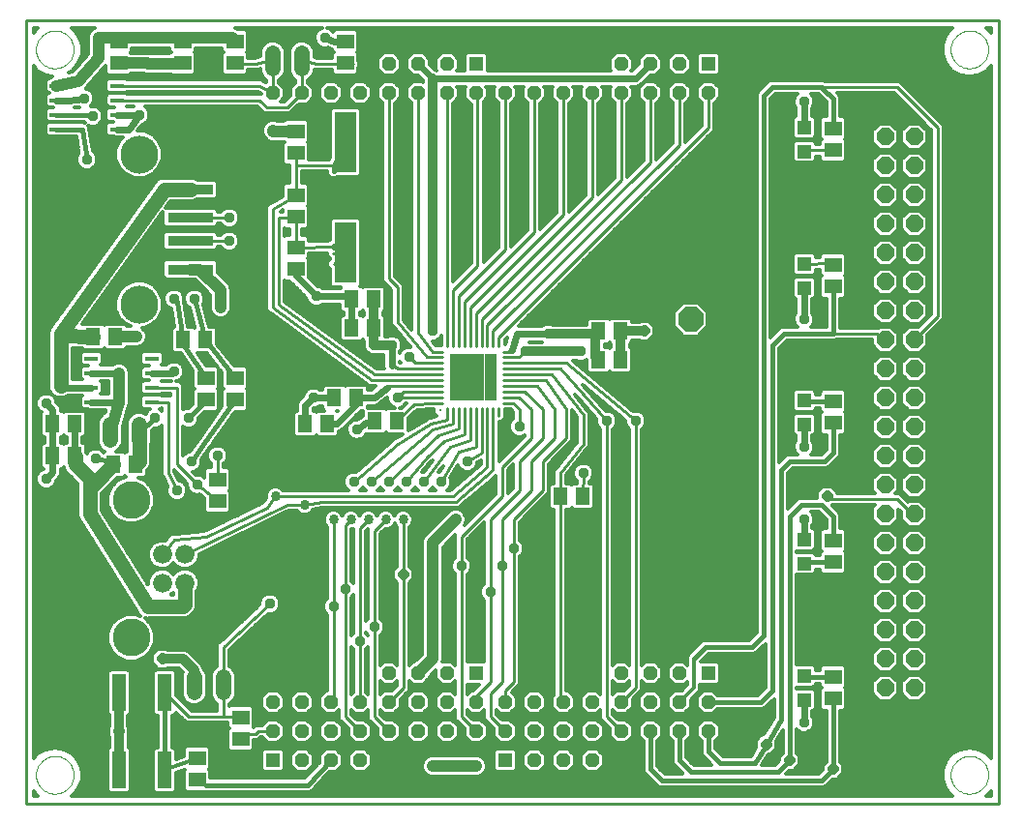
<source format=gtl>
G75*
%MOIN*%
%OFA0B0*%
%FSLAX24Y24*%
%IPPOS*%
%LPD*%
%AMOC8*
5,1,8,0,0,1.08239X$1,22.5*
%
%ADD10C,0.0100*%
%ADD11C,0.0000*%
%ADD12R,0.0472X0.1260*%
%ADD13C,0.0540*%
%ADD14OC8,0.0472*%
%ADD15R,0.0472X0.0472*%
%ADD16R,0.0433X0.0433*%
%ADD17C,0.0110*%
%ADD18R,0.0098X0.0098*%
%ADD19R,0.0472X0.0157*%
%ADD20OC8,0.0591*%
%ADD21R,0.0591X0.0512*%
%ADD22R,0.0512X0.0591*%
%ADD23R,0.0760X0.2100*%
%ADD24C,0.0660*%
%ADD25C,0.1300*%
%ADD26OC8,0.0850*%
%ADD27C,0.1306*%
%ADD28R,0.1575X0.0354*%
%ADD29C,0.0376*%
%ADD30C,0.0240*%
%ADD31C,0.0400*%
%ADD32C,0.0320*%
%ADD33OC8,0.0376*%
%ADD34C,0.0160*%
%ADD35C,0.0120*%
%ADD36C,0.0500*%
%ADD37C,0.0337*%
D10*
X003500Y000650D02*
X003500Y027650D01*
X037000Y027650D01*
X037000Y000650D01*
X003500Y000650D01*
X008287Y004489D02*
X009126Y003650D01*
X010300Y003650D01*
X010993Y003650D01*
X011500Y003150D02*
X012000Y003150D01*
X011500Y003150D02*
X011400Y003050D01*
X011193Y003050D01*
X010300Y003650D02*
X010300Y004750D01*
X010300Y006056D01*
X011900Y007550D01*
X014100Y007450D02*
X014100Y010450D01*
X014500Y010250D02*
X014500Y008050D01*
X014500Y003650D01*
X015000Y003150D01*
X015500Y003650D02*
X016000Y003150D01*
X015500Y003650D02*
X015500Y006750D01*
X015500Y010050D01*
X015900Y010450D01*
X016500Y010450D02*
X016500Y008550D01*
X016500Y004650D01*
X016000Y004150D01*
X015000Y004150D02*
X015000Y006250D01*
X015000Y010150D01*
X015300Y010450D01*
X014700Y010450D02*
X014500Y010250D01*
X013700Y011050D02*
X018300Y011050D01*
X019589Y012139D01*
X019589Y014159D01*
X019392Y014159D02*
X019392Y012242D01*
X018200Y011250D01*
X012100Y011250D01*
X012000Y011150D01*
X011800Y010850D01*
X009700Y009850D01*
X008600Y009750D01*
X008200Y009242D01*
X008980Y009242D02*
X012500Y010950D01*
X013100Y010950D01*
X013700Y011050D01*
X014800Y011750D02*
X016300Y013050D01*
X017450Y013750D01*
X018000Y013900D01*
X018000Y014050D01*
X018014Y014159D01*
X018211Y014159D02*
X018200Y013750D01*
X017500Y013550D01*
X015400Y011750D01*
X016000Y011750D02*
X017700Y013350D01*
X018400Y013600D01*
X018407Y014159D01*
X018604Y014159D02*
X018600Y013400D01*
X017900Y013150D01*
X017300Y012600D01*
X016600Y011750D01*
X017200Y011750D02*
X018100Y012950D01*
X018800Y013200D01*
X018801Y014159D01*
X018998Y014159D02*
X018998Y012948D01*
X018400Y012800D01*
X017800Y011750D01*
X018700Y012450D02*
X019195Y012745D01*
X019195Y014159D01*
X020090Y014464D02*
X020285Y014464D01*
X020500Y014250D01*
X020500Y013650D01*
X020900Y013250D02*
X019900Y012250D01*
X019900Y011250D01*
X018500Y009850D01*
X018500Y008850D01*
X018500Y003650D01*
X019000Y003150D01*
X019500Y003650D02*
X019500Y004450D01*
X019900Y004850D01*
X019900Y008850D01*
X019900Y010450D01*
X020900Y011450D01*
X020900Y012450D01*
X021700Y013250D01*
X021700Y014250D01*
X021095Y015055D01*
X020090Y015055D01*
X020495Y015055D01*
X020498Y015252D02*
X020090Y015252D01*
X021398Y015252D01*
X022100Y014250D01*
X022100Y013250D01*
X021300Y012450D01*
X021300Y011450D01*
X020300Y010450D01*
X020300Y009450D01*
X020300Y004850D01*
X020000Y004550D01*
X020000Y004150D01*
X019500Y003650D02*
X020000Y003150D01*
X019000Y004150D02*
X019000Y004350D01*
X019500Y004850D01*
X019500Y007950D01*
X019500Y010450D01*
X020500Y011450D01*
X020500Y012450D01*
X021300Y013250D01*
X021300Y014250D01*
X020692Y014858D01*
X020090Y014858D01*
X020492Y014858D01*
X020489Y014661D02*
X020090Y014661D01*
X020489Y014661D02*
X020900Y014250D01*
X020900Y013250D01*
X021900Y012050D02*
X021900Y011450D01*
X021900Y011250D01*
X021926Y011250D01*
X021900Y011250D02*
X021900Y004250D01*
X022000Y004150D01*
X023500Y003650D02*
X023500Y013850D01*
X021904Y015645D01*
X020090Y015645D01*
X020090Y015448D02*
X020498Y015448D01*
X021601Y015448D01*
X022700Y014050D01*
X022700Y013050D01*
X021900Y012050D01*
X022700Y012050D02*
X022674Y011250D01*
X024500Y013850D02*
X024500Y004650D01*
X024000Y004150D01*
X023500Y003650D02*
X024000Y003150D01*
X030300Y005063D02*
X030339Y005024D01*
X030300Y008937D02*
X030339Y008976D01*
X031200Y011150D02*
X031100Y011250D01*
X031200Y011150D02*
X033500Y011150D01*
X034000Y010650D01*
X034100Y010650D01*
X030339Y014524D02*
X030300Y014563D01*
X032800Y016850D02*
X033000Y016650D01*
X033100Y016650D01*
X032800Y016850D02*
X031300Y016850D01*
X034100Y016650D02*
X034900Y017450D01*
X034900Y023950D01*
X033500Y025350D01*
X031000Y025350D01*
X030950Y025300D01*
X031300Y023176D02*
X030339Y023176D01*
X030300Y023137D01*
X027000Y023950D02*
X019785Y016736D01*
X019785Y016541D01*
X019589Y016541D02*
X019589Y016939D01*
X026000Y023350D01*
X026000Y025150D01*
X027000Y025150D02*
X027000Y023950D01*
X025000Y022750D02*
X019392Y017142D01*
X019392Y016541D01*
X019195Y016541D02*
X019195Y017345D01*
X024000Y022150D01*
X024000Y025150D01*
X023000Y025150D02*
X023000Y021550D01*
X018998Y017548D01*
X018998Y016541D01*
X018801Y016541D02*
X018801Y017752D01*
X022000Y020950D01*
X022000Y025150D01*
X021000Y025150D02*
X021000Y020350D01*
X018604Y017955D01*
X018604Y016541D01*
X018407Y016541D02*
X018407Y018158D01*
X020000Y019750D01*
X020000Y025150D01*
X019050Y025100D02*
X019000Y025150D01*
X019050Y025100D02*
X019050Y019200D01*
X018211Y018361D01*
X018211Y016541D01*
X018014Y016541D02*
X018014Y018464D01*
X018000Y022350D01*
X018000Y025150D01*
X017000Y025150D02*
X017000Y016900D01*
X017514Y016236D01*
X017709Y016236D01*
X017709Y016039D02*
X017311Y016039D01*
X016300Y017250D01*
X016300Y018450D01*
X016000Y018750D01*
X016000Y025150D01*
X014774Y026150D02*
X014500Y026176D01*
X014774Y026150D02*
X013500Y026150D01*
X013100Y026250D01*
X013000Y026250D01*
X013000Y025150D01*
X012500Y024650D01*
X011800Y024650D01*
X011550Y024900D01*
X006643Y024900D01*
X006643Y025400D02*
X011550Y025400D01*
X012000Y025150D01*
X012000Y026250D01*
X011800Y026250D01*
X011400Y026150D01*
X010726Y026150D01*
X010700Y026176D01*
X012800Y023076D02*
X012800Y022650D01*
X014100Y022650D01*
X012800Y022650D02*
X012800Y021624D01*
X012000Y021150D01*
X012000Y017750D01*
X015401Y015252D01*
X017709Y015252D01*
X017709Y015448D02*
X015501Y015448D01*
X015500Y015450D01*
X012200Y017850D01*
X012200Y020850D01*
X012800Y020850D01*
X012800Y019824D01*
X014100Y019850D01*
X014074Y019624D02*
X014500Y019650D01*
X014100Y019250D01*
X010500Y020050D02*
X010000Y020050D01*
X010000Y020056D01*
X009171Y020056D01*
X009171Y020844D02*
X009177Y020850D01*
X010500Y020850D01*
X016700Y016050D02*
X016907Y015842D01*
X017709Y015842D01*
X017709Y015645D02*
X016300Y015650D01*
X016104Y015745D02*
X016100Y015745D01*
X015904Y015055D02*
X015950Y015000D01*
X015904Y015055D02*
X017709Y015055D01*
X017709Y014858D02*
X016507Y014858D01*
X016300Y014650D01*
X016400Y014661D02*
X016400Y014750D01*
X016400Y014661D02*
X017709Y014661D01*
X017709Y014464D02*
X017694Y014450D01*
X017500Y014450D01*
X016874Y014424D01*
X016274Y013850D01*
X020090Y015842D02*
X022107Y015842D01*
X024500Y013850D01*
X020500Y015450D02*
X020498Y015448D01*
X020489Y016039D02*
X020090Y016039D01*
X020090Y016236D02*
X020235Y016286D01*
X020489Y016039D02*
X020700Y016250D01*
X025000Y022750D02*
X025000Y025150D01*
X030300Y019263D02*
X031189Y019274D01*
X031300Y019224D01*
X014100Y007450D02*
X014100Y004250D01*
X014000Y004150D01*
X010100Y011076D02*
X009400Y011650D01*
X008700Y012350D01*
X008700Y015000D01*
X007843Y015000D01*
X007843Y014500D02*
X008400Y014500D01*
X008400Y012050D01*
X008700Y011450D01*
X010100Y011824D02*
X010100Y012650D01*
D11*
X003850Y001650D02*
X003852Y001700D01*
X003858Y001750D01*
X003868Y001800D01*
X003881Y001848D01*
X003898Y001896D01*
X003919Y001942D01*
X003943Y001986D01*
X003971Y002028D01*
X004002Y002068D01*
X004036Y002105D01*
X004073Y002140D01*
X004112Y002171D01*
X004153Y002200D01*
X004197Y002225D01*
X004243Y002247D01*
X004290Y002265D01*
X004338Y002279D01*
X004387Y002290D01*
X004437Y002297D01*
X004487Y002300D01*
X004538Y002299D01*
X004588Y002294D01*
X004638Y002285D01*
X004686Y002273D01*
X004734Y002256D01*
X004780Y002236D01*
X004825Y002213D01*
X004868Y002186D01*
X004908Y002156D01*
X004946Y002123D01*
X004981Y002087D01*
X005014Y002048D01*
X005043Y002007D01*
X005069Y001964D01*
X005092Y001919D01*
X005111Y001872D01*
X005126Y001824D01*
X005138Y001775D01*
X005146Y001725D01*
X005150Y001675D01*
X005150Y001625D01*
X005146Y001575D01*
X005138Y001525D01*
X005126Y001476D01*
X005111Y001428D01*
X005092Y001381D01*
X005069Y001336D01*
X005043Y001293D01*
X005014Y001252D01*
X004981Y001213D01*
X004946Y001177D01*
X004908Y001144D01*
X004868Y001114D01*
X004825Y001087D01*
X004780Y001064D01*
X004734Y001044D01*
X004686Y001027D01*
X004638Y001015D01*
X004588Y001006D01*
X004538Y001001D01*
X004487Y001000D01*
X004437Y001003D01*
X004387Y001010D01*
X004338Y001021D01*
X004290Y001035D01*
X004243Y001053D01*
X004197Y001075D01*
X004153Y001100D01*
X004112Y001129D01*
X004073Y001160D01*
X004036Y001195D01*
X004002Y001232D01*
X003971Y001272D01*
X003943Y001314D01*
X003919Y001358D01*
X003898Y001404D01*
X003881Y001452D01*
X003868Y001500D01*
X003858Y001550D01*
X003852Y001600D01*
X003850Y001650D01*
X035350Y001650D02*
X035352Y001700D01*
X035358Y001750D01*
X035368Y001800D01*
X035381Y001848D01*
X035398Y001896D01*
X035419Y001942D01*
X035443Y001986D01*
X035471Y002028D01*
X035502Y002068D01*
X035536Y002105D01*
X035573Y002140D01*
X035612Y002171D01*
X035653Y002200D01*
X035697Y002225D01*
X035743Y002247D01*
X035790Y002265D01*
X035838Y002279D01*
X035887Y002290D01*
X035937Y002297D01*
X035987Y002300D01*
X036038Y002299D01*
X036088Y002294D01*
X036138Y002285D01*
X036186Y002273D01*
X036234Y002256D01*
X036280Y002236D01*
X036325Y002213D01*
X036368Y002186D01*
X036408Y002156D01*
X036446Y002123D01*
X036481Y002087D01*
X036514Y002048D01*
X036543Y002007D01*
X036569Y001964D01*
X036592Y001919D01*
X036611Y001872D01*
X036626Y001824D01*
X036638Y001775D01*
X036646Y001725D01*
X036650Y001675D01*
X036650Y001625D01*
X036646Y001575D01*
X036638Y001525D01*
X036626Y001476D01*
X036611Y001428D01*
X036592Y001381D01*
X036569Y001336D01*
X036543Y001293D01*
X036514Y001252D01*
X036481Y001213D01*
X036446Y001177D01*
X036408Y001144D01*
X036368Y001114D01*
X036325Y001087D01*
X036280Y001064D01*
X036234Y001044D01*
X036186Y001027D01*
X036138Y001015D01*
X036088Y001006D01*
X036038Y001001D01*
X035987Y001000D01*
X035937Y001003D01*
X035887Y001010D01*
X035838Y001021D01*
X035790Y001035D01*
X035743Y001053D01*
X035697Y001075D01*
X035653Y001100D01*
X035612Y001129D01*
X035573Y001160D01*
X035536Y001195D01*
X035502Y001232D01*
X035471Y001272D01*
X035443Y001314D01*
X035419Y001358D01*
X035398Y001404D01*
X035381Y001452D01*
X035368Y001500D01*
X035358Y001550D01*
X035352Y001600D01*
X035350Y001650D01*
X035350Y026650D02*
X035352Y026700D01*
X035358Y026750D01*
X035368Y026800D01*
X035381Y026848D01*
X035398Y026896D01*
X035419Y026942D01*
X035443Y026986D01*
X035471Y027028D01*
X035502Y027068D01*
X035536Y027105D01*
X035573Y027140D01*
X035612Y027171D01*
X035653Y027200D01*
X035697Y027225D01*
X035743Y027247D01*
X035790Y027265D01*
X035838Y027279D01*
X035887Y027290D01*
X035937Y027297D01*
X035987Y027300D01*
X036038Y027299D01*
X036088Y027294D01*
X036138Y027285D01*
X036186Y027273D01*
X036234Y027256D01*
X036280Y027236D01*
X036325Y027213D01*
X036368Y027186D01*
X036408Y027156D01*
X036446Y027123D01*
X036481Y027087D01*
X036514Y027048D01*
X036543Y027007D01*
X036569Y026964D01*
X036592Y026919D01*
X036611Y026872D01*
X036626Y026824D01*
X036638Y026775D01*
X036646Y026725D01*
X036650Y026675D01*
X036650Y026625D01*
X036646Y026575D01*
X036638Y026525D01*
X036626Y026476D01*
X036611Y026428D01*
X036592Y026381D01*
X036569Y026336D01*
X036543Y026293D01*
X036514Y026252D01*
X036481Y026213D01*
X036446Y026177D01*
X036408Y026144D01*
X036368Y026114D01*
X036325Y026087D01*
X036280Y026064D01*
X036234Y026044D01*
X036186Y026027D01*
X036138Y026015D01*
X036088Y026006D01*
X036038Y026001D01*
X035987Y026000D01*
X035937Y026003D01*
X035887Y026010D01*
X035838Y026021D01*
X035790Y026035D01*
X035743Y026053D01*
X035697Y026075D01*
X035653Y026100D01*
X035612Y026129D01*
X035573Y026160D01*
X035536Y026195D01*
X035502Y026232D01*
X035471Y026272D01*
X035443Y026314D01*
X035419Y026358D01*
X035398Y026404D01*
X035381Y026452D01*
X035368Y026500D01*
X035358Y026550D01*
X035352Y026600D01*
X035350Y026650D01*
X003850Y026650D02*
X003852Y026700D01*
X003858Y026750D01*
X003868Y026800D01*
X003881Y026848D01*
X003898Y026896D01*
X003919Y026942D01*
X003943Y026986D01*
X003971Y027028D01*
X004002Y027068D01*
X004036Y027105D01*
X004073Y027140D01*
X004112Y027171D01*
X004153Y027200D01*
X004197Y027225D01*
X004243Y027247D01*
X004290Y027265D01*
X004338Y027279D01*
X004387Y027290D01*
X004437Y027297D01*
X004487Y027300D01*
X004538Y027299D01*
X004588Y027294D01*
X004638Y027285D01*
X004686Y027273D01*
X004734Y027256D01*
X004780Y027236D01*
X004825Y027213D01*
X004868Y027186D01*
X004908Y027156D01*
X004946Y027123D01*
X004981Y027087D01*
X005014Y027048D01*
X005043Y027007D01*
X005069Y026964D01*
X005092Y026919D01*
X005111Y026872D01*
X005126Y026824D01*
X005138Y026775D01*
X005146Y026725D01*
X005150Y026675D01*
X005150Y026625D01*
X005146Y026575D01*
X005138Y026525D01*
X005126Y026476D01*
X005111Y026428D01*
X005092Y026381D01*
X005069Y026336D01*
X005043Y026293D01*
X005014Y026252D01*
X004981Y026213D01*
X004946Y026177D01*
X004908Y026144D01*
X004868Y026114D01*
X004825Y026087D01*
X004780Y026064D01*
X004734Y026044D01*
X004686Y026027D01*
X004638Y026015D01*
X004588Y026006D01*
X004538Y026001D01*
X004487Y026000D01*
X004437Y026003D01*
X004387Y026010D01*
X004338Y026021D01*
X004290Y026035D01*
X004243Y026053D01*
X004197Y026075D01*
X004153Y026100D01*
X004112Y026129D01*
X004073Y026160D01*
X004036Y026195D01*
X004002Y026232D01*
X003971Y026272D01*
X003943Y026314D01*
X003919Y026358D01*
X003898Y026404D01*
X003881Y026452D01*
X003868Y026500D01*
X003858Y026550D01*
X003852Y026600D01*
X003850Y026650D01*
D12*
X006712Y004489D03*
X008287Y004489D03*
X008287Y001811D03*
X006712Y001811D03*
D13*
X009300Y004480D02*
X009300Y005020D01*
X010300Y005020D02*
X010300Y004480D01*
X007400Y013180D02*
X007400Y013720D01*
X006400Y013720D02*
X006400Y013180D01*
X012000Y025980D02*
X012000Y026520D01*
X013000Y026520D02*
X013000Y025980D01*
D14*
X013000Y025150D03*
X014000Y025150D03*
X015000Y025150D03*
X016000Y025150D03*
X017000Y025150D03*
X018000Y025150D03*
X019000Y025150D03*
X020000Y025150D03*
X021000Y025150D03*
X022000Y025150D03*
X023000Y025150D03*
X024000Y025150D03*
X025000Y025150D03*
X026000Y025150D03*
X027000Y025150D03*
X026000Y026150D03*
X025000Y026150D03*
X024000Y026150D03*
X018000Y026150D03*
X017000Y026150D03*
X016000Y026150D03*
X012000Y025150D03*
X016000Y005150D03*
X017000Y005150D03*
X018000Y005150D03*
X018000Y004150D03*
X017000Y004150D03*
X017000Y003150D03*
X018000Y003150D03*
X019000Y003150D03*
X020000Y003150D03*
X021000Y003150D03*
X022000Y003150D03*
X023000Y003150D03*
X024000Y003150D03*
X025000Y003150D03*
X026000Y003150D03*
X027000Y003150D03*
X027000Y004150D03*
X026000Y004150D03*
X025000Y004150D03*
X024000Y004150D03*
X023000Y004150D03*
X022000Y004150D03*
X021000Y004150D03*
X020000Y004150D03*
X019000Y004150D03*
X021000Y002150D03*
X022000Y002150D03*
X023000Y002150D03*
X024000Y005150D03*
X025000Y005150D03*
X026000Y005150D03*
X016000Y004150D03*
X016000Y003150D03*
X015000Y003150D03*
X014000Y003150D03*
X014000Y004150D03*
X015000Y004150D03*
X013000Y004150D03*
X013000Y003150D03*
X012000Y003150D03*
X012000Y004150D03*
X013000Y002150D03*
X014000Y002150D03*
X015000Y002150D03*
D15*
X012000Y002150D03*
X019000Y005150D03*
X020000Y002150D03*
X027000Y005150D03*
X030300Y005063D03*
X030300Y004237D03*
X030300Y008937D03*
X030300Y009763D03*
X030300Y013737D03*
X030300Y014563D03*
X030300Y018437D03*
X030300Y019263D03*
X030300Y023137D03*
X030300Y023963D03*
X027000Y026150D03*
X019000Y026150D03*
D16*
X019087Y015950D03*
X018713Y015950D03*
X018299Y015950D03*
X018299Y015547D03*
X018299Y015153D03*
X018299Y014750D03*
X018713Y014750D03*
X019087Y014750D03*
X019087Y015153D03*
X018713Y015153D03*
X018713Y015547D03*
X019087Y015547D03*
X019500Y015547D03*
X019500Y015153D03*
X019500Y014750D03*
X019500Y015950D03*
D17*
X019958Y016039D02*
X020222Y016039D01*
X020222Y016236D02*
X019958Y016236D01*
X019785Y016409D02*
X019785Y016673D01*
X019589Y016673D02*
X019589Y016409D01*
X019392Y016409D02*
X019392Y016673D01*
X019195Y016673D02*
X019195Y016409D01*
X018998Y016409D02*
X018998Y016673D01*
X018801Y016673D02*
X018801Y016409D01*
X018604Y016409D02*
X018604Y016673D01*
X018407Y016673D02*
X018407Y016409D01*
X018211Y016409D02*
X018211Y016673D01*
X018014Y016673D02*
X018014Y016409D01*
X017841Y016236D02*
X017577Y016236D01*
X017577Y016039D02*
X017841Y016039D01*
X017841Y015842D02*
X017577Y015842D01*
X017577Y015645D02*
X017841Y015645D01*
X017841Y015448D02*
X017577Y015448D01*
X017577Y015252D02*
X017841Y015252D01*
X017841Y015055D02*
X017577Y015055D01*
X017577Y014858D02*
X017841Y014858D01*
X017841Y014661D02*
X017577Y014661D01*
X017577Y014464D02*
X017841Y014464D01*
X018014Y014291D02*
X018014Y014027D01*
X018211Y014027D02*
X018211Y014291D01*
X018407Y014291D02*
X018407Y014027D01*
X018604Y014027D02*
X018604Y014291D01*
X018801Y014291D02*
X018801Y014027D01*
X018998Y014027D02*
X018998Y014291D01*
X019195Y014291D02*
X019195Y014027D01*
X019392Y014027D02*
X019392Y014291D01*
X019589Y014291D02*
X019589Y014027D01*
X019785Y014027D02*
X019785Y014291D01*
X019958Y014464D02*
X020222Y014464D01*
X020222Y014661D02*
X019958Y014661D01*
X019958Y014858D02*
X020222Y014858D01*
X020222Y015055D02*
X019958Y015055D01*
X019958Y015252D02*
X020222Y015252D01*
X020222Y015448D02*
X019958Y015448D01*
X019958Y015645D02*
X020222Y015645D01*
X020222Y015842D02*
X019958Y015842D01*
D18*
X017768Y014218D03*
D19*
X007843Y014500D03*
X007843Y015000D03*
X007843Y015500D03*
X007843Y016000D03*
X005756Y016000D03*
X005756Y015500D03*
X005756Y015000D03*
X005756Y014500D03*
X006643Y023900D03*
X006643Y024400D03*
X006643Y024900D03*
X006643Y025400D03*
X004556Y025400D03*
X004556Y024900D03*
X004556Y024400D03*
X004556Y023900D03*
D20*
X033100Y023650D03*
X034100Y023650D03*
X034100Y022650D03*
X033100Y022650D03*
X033100Y021650D03*
X034100Y021650D03*
X034100Y020650D03*
X034100Y019650D03*
X033100Y019650D03*
X033100Y020650D03*
X033100Y018650D03*
X034100Y018650D03*
X034100Y017650D03*
X033100Y017650D03*
X033100Y016650D03*
X034100Y016650D03*
X034100Y015650D03*
X033100Y015650D03*
X033100Y014650D03*
X034100Y014650D03*
X034100Y013650D03*
X033100Y013650D03*
X033100Y012650D03*
X034100Y012650D03*
X034100Y011650D03*
X033100Y011650D03*
X033100Y010650D03*
X034100Y010650D03*
X034100Y009650D03*
X033100Y009650D03*
X033100Y008650D03*
X034100Y008650D03*
X034100Y007650D03*
X033100Y007650D03*
X033100Y006650D03*
X034100Y006650D03*
X034100Y005650D03*
X034100Y004650D03*
X033100Y004650D03*
X033100Y005650D03*
D21*
X031300Y005024D03*
X031300Y004276D03*
X031300Y008976D03*
X031300Y009724D03*
X031300Y013776D03*
X031300Y014524D03*
X031300Y018476D03*
X031300Y019224D03*
X031300Y023176D03*
X031300Y023924D03*
X014500Y026176D03*
X014500Y026924D03*
X010700Y026924D03*
X010700Y026176D03*
X008900Y026176D03*
X008900Y026924D03*
X006700Y026924D03*
X006700Y026176D03*
X012800Y023824D03*
X012800Y023076D03*
X012800Y021624D03*
X012800Y020876D03*
X012800Y019824D03*
X012800Y019076D03*
X010700Y015324D03*
X010700Y014576D03*
X009700Y014576D03*
X009700Y015324D03*
X010100Y011824D03*
X010100Y011076D03*
X010900Y003624D03*
X010900Y002876D03*
X009400Y002224D03*
X009400Y001476D03*
D22*
X021926Y011250D03*
X022674Y011250D03*
X023226Y015950D03*
X023974Y015950D03*
X023974Y016950D03*
X023226Y016950D03*
X016274Y013850D03*
X015526Y013850D03*
X014874Y014650D03*
X014126Y014650D03*
X013874Y013750D03*
X013126Y013750D03*
X009674Y016650D03*
X008926Y016650D03*
X006574Y016750D03*
X005826Y016750D03*
X005174Y013750D03*
X004426Y013750D03*
X004426Y012650D03*
X005174Y012650D03*
X006526Y012350D03*
X007274Y012350D03*
X014726Y017050D03*
X015474Y017050D03*
X015474Y018050D03*
X014726Y018050D03*
D23*
X014500Y019650D03*
X014500Y023450D03*
D24*
X008980Y009242D03*
X008200Y009242D03*
X008200Y008258D03*
X008980Y008258D03*
D25*
X007130Y006380D03*
X007130Y011120D03*
D26*
X026400Y017350D03*
D27*
X007400Y017863D03*
X007400Y023037D03*
D28*
X009171Y021828D03*
X009171Y020844D03*
X009171Y020056D03*
X009171Y019072D03*
D29*
X010200Y018350D03*
X010200Y017750D03*
X009300Y018050D03*
X008600Y018050D03*
X007300Y016750D03*
X008600Y015550D03*
X009100Y013950D03*
X007950Y013950D03*
X010100Y012650D03*
X009200Y012450D03*
X009400Y011650D03*
X008700Y011450D03*
X005900Y012550D03*
X004200Y011850D03*
X004200Y014450D03*
X004700Y015050D03*
X010500Y020050D03*
X010500Y020850D03*
X013500Y018150D03*
X016100Y016450D03*
X016700Y016050D03*
X017500Y016950D03*
X016300Y014650D03*
X014900Y013550D03*
X013400Y014650D03*
X014800Y011750D03*
X015400Y011750D03*
X016000Y011750D03*
X016600Y011750D03*
X017200Y011750D03*
X017800Y011750D03*
X018700Y012450D03*
X020500Y013650D03*
X022700Y012050D03*
X023500Y013850D03*
X024500Y013850D03*
X022600Y016250D03*
X021500Y016850D03*
X020700Y016250D03*
X018300Y010450D03*
X018500Y008850D03*
X019500Y007950D03*
X019900Y008850D03*
X020300Y009450D03*
X015500Y006750D03*
X015000Y006250D03*
X014100Y007450D03*
X014500Y008050D03*
X011900Y007550D03*
X017500Y001950D03*
X019000Y001950D03*
X030300Y003450D03*
X030300Y010450D03*
X030300Y012950D03*
X030300Y017350D03*
X030300Y024850D03*
X013800Y027050D03*
X012000Y023850D03*
X009600Y027050D03*
X007700Y027050D03*
X007700Y026150D03*
X006000Y027050D03*
X005500Y024950D03*
X005800Y024350D03*
X007400Y024400D03*
X005600Y022850D03*
D30*
X006643Y023900D02*
X007050Y023900D01*
X007400Y024400D01*
X006643Y024400D01*
X005500Y024950D02*
X004956Y024900D01*
X004556Y024900D01*
X012800Y019076D02*
X012800Y018850D01*
X013500Y018150D01*
X014626Y018150D01*
X014726Y018050D01*
X014726Y017050D01*
X015474Y017050D02*
X015474Y018050D01*
X016100Y016450D02*
X016104Y015745D01*
X015950Y015000D02*
X015500Y014650D01*
X014874Y014650D01*
X014874Y014424D01*
X014200Y013750D01*
X013874Y013750D01*
X013126Y013750D02*
X013126Y014376D01*
X013400Y014650D01*
X014126Y014650D01*
X014900Y013550D02*
X015226Y013776D01*
X015526Y013850D01*
X020235Y016286D02*
X020400Y016850D01*
X021500Y016850D01*
X014500Y019650D02*
X014100Y019850D01*
X008600Y015550D02*
X008550Y015500D01*
X007843Y015500D01*
X006700Y015500D02*
X005756Y015500D01*
X005756Y015000D02*
X004750Y015000D01*
X004700Y015050D01*
X004200Y014450D02*
X004426Y014224D01*
X004426Y013750D01*
X004426Y012650D01*
X004426Y012076D01*
X004200Y011850D01*
X005174Y012650D02*
X005174Y013750D01*
X005756Y014500D02*
X006700Y014500D01*
X017500Y025650D02*
X024500Y025650D01*
X025000Y026150D01*
X030300Y024850D02*
X030300Y023963D01*
X030300Y018437D02*
X030300Y017350D01*
X030300Y013737D02*
X030300Y012950D01*
X030300Y010450D02*
X030300Y009763D01*
X030300Y004237D02*
X030300Y003450D01*
X017500Y025650D02*
X017000Y026150D01*
X014500Y026924D02*
X014126Y026924D01*
X013800Y027050D01*
D31*
X010700Y026924D02*
X010574Y027050D01*
X010600Y027050D01*
X010574Y027050D02*
X009600Y027050D01*
X008900Y027050D01*
X008900Y026924D01*
X008900Y027050D02*
X007700Y027050D01*
X006700Y027050D01*
X006700Y026924D01*
X006700Y027050D02*
X006000Y027050D01*
X006000Y026350D01*
X005306Y025550D01*
X004556Y025400D01*
X006700Y026176D02*
X007674Y026176D01*
X007700Y026150D01*
X008874Y026150D01*
X008900Y026176D01*
X012000Y023850D02*
X012026Y023824D01*
X012800Y023824D01*
X009477Y019072D02*
X009171Y019072D01*
X009477Y019072D02*
X010200Y018350D01*
X010200Y017750D01*
X007300Y016750D02*
X006574Y016750D01*
X006700Y015500D02*
X006700Y014500D01*
X006400Y013450D01*
X004700Y016800D02*
X004700Y016850D01*
X008980Y007530D02*
X008900Y007450D01*
X017000Y005150D02*
X017500Y005650D01*
X017500Y009650D01*
X018300Y010450D01*
X019000Y001950D02*
X017500Y001950D01*
D32*
X009300Y004750D02*
X009300Y005250D01*
X008900Y005650D01*
X008200Y005650D01*
X006712Y004489D02*
X006700Y004476D01*
X006700Y003150D01*
X006712Y003137D01*
X006712Y001811D01*
X023126Y016050D02*
X023226Y015950D01*
X023126Y016050D02*
X023126Y016850D01*
X023226Y016950D01*
X023126Y016850D02*
X021500Y016850D01*
X020700Y016250D02*
X022600Y016250D01*
X023974Y015950D02*
X023974Y016950D01*
X024800Y016950D01*
X017500Y016950D02*
X017500Y025650D01*
X015474Y018050D02*
X015474Y016450D01*
X016100Y016450D01*
D33*
X024800Y016950D03*
X031100Y011250D03*
X029000Y002700D03*
X029800Y002150D03*
X031300Y001850D03*
X016500Y008550D03*
X008200Y005650D03*
X006700Y003150D03*
D34*
X008287Y001811D02*
X008287Y004489D01*
X009700Y001300D02*
X013200Y001300D01*
X014000Y002150D01*
X025000Y001850D02*
X025400Y001450D01*
X030900Y001450D01*
X031300Y001850D01*
X031300Y004276D01*
X031300Y005024D02*
X030339Y005024D01*
X029200Y004550D02*
X029200Y016450D01*
X029600Y016850D01*
X031300Y016850D01*
X031300Y018476D01*
X031300Y014524D02*
X030339Y014524D01*
X031300Y013776D02*
X031300Y012750D01*
X031000Y012450D01*
X029800Y012450D01*
X029500Y012150D01*
X029500Y003550D01*
X029000Y002700D01*
X028600Y002050D01*
X027400Y002050D01*
X027000Y002450D01*
X027000Y003150D01*
X026000Y003150D02*
X026000Y002150D01*
X026400Y001750D01*
X029400Y001750D01*
X029800Y002150D01*
X029800Y010550D01*
X030200Y010950D01*
X030900Y010950D01*
X031300Y010550D01*
X031300Y009724D01*
X031300Y008976D02*
X030339Y008976D01*
X028900Y006450D02*
X028900Y025050D01*
X029200Y025350D01*
X030900Y025350D01*
X030950Y025300D01*
X031300Y024950D01*
X031300Y023924D01*
X016400Y014750D02*
X016300Y014650D01*
X010700Y014576D02*
X009726Y013176D01*
X009200Y012450D01*
X007950Y013950D02*
X007400Y013450D01*
X006426Y012450D02*
X005900Y012550D01*
X009100Y013950D02*
X009700Y014550D01*
X009700Y015324D02*
X008926Y016498D01*
X008926Y016650D01*
X008700Y017950D01*
X008600Y018050D01*
X009300Y018050D02*
X009674Y016650D01*
X010700Y015324D01*
X012800Y020850D02*
X012800Y020876D01*
X014100Y022450D02*
X014100Y022650D01*
X014500Y023450D01*
X005800Y024350D02*
X005750Y024400D01*
X004556Y024400D01*
X004556Y023900D02*
X005450Y023900D01*
X005600Y022850D01*
X026500Y005650D02*
X026900Y006050D01*
X028500Y006050D01*
X028900Y006450D01*
X029200Y004550D02*
X028800Y004150D01*
X027000Y004150D01*
X025000Y003150D02*
X025000Y001850D01*
D35*
X024760Y001835D02*
X023245Y001835D01*
X023164Y001754D02*
X023396Y001986D01*
X023396Y002314D01*
X023164Y002546D01*
X024760Y002546D01*
X024760Y002428D02*
X023282Y002428D01*
X023396Y002309D02*
X024760Y002309D01*
X024760Y002191D02*
X023396Y002191D01*
X023396Y002072D02*
X024760Y002072D01*
X024760Y001954D02*
X023363Y001954D01*
X023164Y001754D02*
X022835Y001754D01*
X022603Y001986D01*
X022603Y002314D01*
X022835Y002546D01*
X022164Y002546D01*
X021835Y002546D01*
X021164Y002546D01*
X020835Y002546D01*
X020302Y002546D01*
X019697Y002546D01*
X015164Y002546D01*
X014835Y002546D01*
X014164Y002546D01*
X013835Y002546D01*
X013164Y002546D01*
X012835Y002546D01*
X012302Y002546D01*
X011697Y002546D01*
X011347Y002546D01*
X011355Y002554D02*
X011355Y002840D01*
X011487Y002840D01*
X011587Y002940D01*
X011649Y002940D01*
X011835Y002754D01*
X012164Y002754D01*
X012396Y002986D01*
X012396Y003314D01*
X012164Y003546D01*
X011835Y003546D01*
X011649Y003360D01*
X011413Y003360D01*
X011355Y003302D01*
X011355Y003946D01*
X011261Y004040D01*
X010538Y004040D01*
X010510Y004011D01*
X010510Y004102D01*
X010543Y004115D01*
X010664Y004236D01*
X010730Y004394D01*
X010730Y005106D01*
X010664Y005264D01*
X010543Y005385D01*
X010510Y005398D01*
X010510Y005965D01*
X011834Y007202D01*
X011969Y007202D01*
X012097Y007255D01*
X012195Y007353D01*
X012248Y007481D01*
X012248Y007619D01*
X012195Y007747D01*
X012097Y007845D01*
X011969Y007898D01*
X011830Y007898D01*
X011702Y007845D01*
X011604Y007747D01*
X011551Y007619D01*
X011551Y007512D01*
X010217Y006266D01*
X010213Y006266D01*
X010154Y006207D01*
X010093Y006150D01*
X010093Y006146D01*
X010090Y006143D01*
X010090Y006060D01*
X010087Y005977D01*
X010090Y005974D01*
X010090Y005398D01*
X010056Y005385D01*
X009935Y005264D01*
X009870Y005106D01*
X009870Y004394D01*
X009935Y004236D01*
X010056Y004115D01*
X010090Y004102D01*
X010090Y003860D01*
X009213Y003860D01*
X008683Y004389D01*
X008683Y005185D01*
X008589Y005279D01*
X007984Y005279D01*
X007891Y005185D01*
X007891Y003792D01*
X007984Y003699D01*
X008047Y003699D01*
X008047Y002601D01*
X007984Y002601D01*
X007891Y002508D01*
X007891Y001115D01*
X007984Y001021D01*
X008589Y001021D01*
X008683Y001115D01*
X008683Y001724D01*
X008980Y001834D01*
X008944Y001798D01*
X008944Y001154D01*
X009038Y001060D01*
X009652Y001060D01*
X013156Y001060D01*
X013159Y001059D01*
X013203Y001060D01*
X013247Y001060D01*
X013251Y001061D01*
X013255Y001062D01*
X013295Y001080D01*
X013335Y001097D01*
X013338Y001099D01*
X013342Y001101D01*
X013372Y001133D01*
X013403Y001164D01*
X013404Y001168D01*
X013956Y001754D01*
X014164Y001754D01*
X014396Y001986D01*
X014396Y002314D01*
X014164Y002546D01*
X014282Y002428D02*
X014717Y002428D01*
X014603Y002314D02*
X014835Y002546D01*
X014835Y002754D02*
X015164Y002754D01*
X015396Y002986D01*
X015396Y003314D01*
X015164Y003546D01*
X014900Y003546D01*
X014710Y003737D01*
X014710Y003880D01*
X014835Y003754D01*
X015164Y003754D01*
X015290Y003880D01*
X015290Y003563D01*
X015603Y003249D01*
X015603Y002986D01*
X015835Y002754D01*
X016164Y002754D01*
X016396Y002986D01*
X016396Y003314D01*
X016164Y003546D01*
X015900Y003546D01*
X015710Y003737D01*
X015710Y003880D01*
X015835Y003754D01*
X016164Y003754D01*
X016396Y003986D01*
X016396Y004249D01*
X016710Y004563D01*
X016710Y004880D01*
X016835Y004754D01*
X017164Y004754D01*
X017396Y004986D01*
X017396Y005037D01*
X017603Y005245D01*
X017603Y004986D01*
X017835Y004754D01*
X018164Y004754D01*
X018290Y004880D01*
X018290Y004420D01*
X018164Y004546D01*
X017835Y004546D01*
X017603Y004314D01*
X017603Y003986D01*
X017835Y003754D01*
X018164Y003754D01*
X018290Y003880D01*
X018290Y003563D01*
X018603Y003249D01*
X018603Y002986D01*
X018835Y002754D01*
X019164Y002754D01*
X019396Y002986D01*
X019396Y003314D01*
X019164Y003546D01*
X018900Y003546D01*
X018710Y003737D01*
X018710Y003880D01*
X018835Y003754D01*
X019164Y003754D01*
X019290Y003880D01*
X019290Y003563D01*
X019413Y003440D01*
X019603Y003249D01*
X019603Y002986D01*
X019835Y002754D01*
X020164Y002754D01*
X020396Y002986D01*
X020396Y003314D01*
X020164Y003546D01*
X019900Y003546D01*
X019710Y003737D01*
X019710Y003880D01*
X019835Y003754D01*
X020164Y003754D01*
X020396Y003986D01*
X020396Y004314D01*
X020228Y004482D01*
X020387Y004640D01*
X020510Y004763D01*
X020510Y009168D01*
X020595Y009253D01*
X020648Y009381D01*
X020648Y009519D01*
X020595Y009647D01*
X020510Y009732D01*
X020510Y010363D01*
X021387Y011240D01*
X021510Y011363D01*
X021510Y012363D01*
X022187Y013040D01*
X022310Y013163D01*
X022310Y014207D01*
X022490Y013977D01*
X022490Y013124D01*
X021743Y012190D01*
X021690Y012137D01*
X021690Y012124D01*
X021681Y012113D01*
X021690Y012038D01*
X021690Y011705D01*
X021603Y011705D01*
X021510Y011612D01*
X021510Y010888D01*
X021603Y010795D01*
X021690Y010795D01*
X021690Y004400D01*
X021603Y004314D01*
X021603Y003986D01*
X021835Y003754D01*
X022164Y003754D01*
X022396Y003986D01*
X022396Y004314D01*
X022164Y004546D01*
X022110Y004546D01*
X022110Y010795D01*
X022248Y010795D01*
X022300Y010847D01*
X022351Y010795D01*
X022996Y010795D01*
X023089Y010888D01*
X023089Y011612D01*
X022996Y011705D01*
X022898Y011705D01*
X022900Y011758D01*
X022995Y011853D01*
X023048Y011981D01*
X023048Y012119D01*
X022995Y012247D01*
X022897Y012345D01*
X022769Y012398D01*
X022630Y012398D01*
X022502Y012345D01*
X022404Y012247D01*
X022351Y012119D01*
X022351Y011981D01*
X022404Y011853D01*
X022481Y011777D01*
X022478Y011705D01*
X022351Y011705D01*
X022300Y011653D01*
X022248Y011705D01*
X022110Y011705D01*
X022110Y011976D01*
X022856Y012910D01*
X022910Y012963D01*
X022910Y012976D01*
X022918Y012987D01*
X022910Y013062D01*
X022910Y014037D01*
X022918Y014111D01*
X022910Y014123D01*
X022910Y014137D01*
X022857Y014190D01*
X022401Y014771D01*
X023153Y013924D01*
X023151Y013919D01*
X023151Y013781D01*
X023204Y013653D01*
X023290Y013568D01*
X023290Y004420D01*
X023164Y004546D01*
X022835Y004546D01*
X022603Y004314D01*
X022603Y003986D01*
X022835Y003754D01*
X023164Y003754D01*
X023290Y003880D01*
X023290Y003563D01*
X023413Y003440D01*
X023603Y003249D01*
X023603Y002986D01*
X023835Y002754D01*
X024164Y002754D01*
X024396Y002986D01*
X024396Y003314D01*
X024164Y003546D01*
X023900Y003546D01*
X023710Y003737D01*
X023710Y003880D01*
X023835Y003754D01*
X024164Y003754D01*
X024396Y003986D01*
X024396Y004249D01*
X024587Y004440D01*
X024710Y004563D01*
X024710Y004880D01*
X024835Y004754D01*
X025164Y004754D01*
X025396Y004986D01*
X025396Y005314D01*
X025164Y005546D01*
X024835Y005546D01*
X024710Y005420D01*
X024710Y013568D01*
X024795Y013653D01*
X024848Y013781D01*
X024848Y013919D01*
X024795Y014047D01*
X024697Y014145D01*
X024569Y014198D01*
X024430Y014198D01*
X024417Y014192D01*
X022330Y015930D01*
X022462Y015930D01*
X022530Y015902D01*
X022669Y015902D01*
X022797Y015955D01*
X022810Y015968D01*
X022810Y015588D01*
X022903Y015495D01*
X023548Y015495D01*
X023600Y015547D01*
X023651Y015495D01*
X024296Y015495D01*
X024389Y015588D01*
X024389Y016312D01*
X024296Y016405D01*
X024294Y016405D01*
X024294Y016495D01*
X024296Y016495D01*
X024389Y016588D01*
X024389Y016630D01*
X024627Y016630D01*
X024655Y016602D01*
X024944Y016602D01*
X025148Y016806D01*
X025148Y017094D01*
X024944Y017298D01*
X024655Y017298D01*
X024627Y017270D01*
X024389Y017270D01*
X024389Y017312D01*
X024296Y017405D01*
X023651Y017405D01*
X023600Y017353D01*
X023548Y017405D01*
X022903Y017405D01*
X022810Y017312D01*
X022810Y017170D01*
X021637Y017170D01*
X021569Y017198D01*
X021430Y017198D01*
X021302Y017145D01*
X021287Y017130D01*
X020477Y017130D01*
X027210Y023863D01*
X027210Y024800D01*
X027396Y024986D01*
X027396Y025314D01*
X027164Y025546D01*
X026835Y025546D01*
X026603Y025314D01*
X026603Y024986D01*
X026790Y024800D01*
X026790Y024037D01*
X026210Y023457D01*
X026210Y024800D01*
X026396Y024986D01*
X026396Y025314D01*
X026164Y025546D01*
X025835Y025546D01*
X025603Y025314D01*
X025603Y024986D01*
X025790Y024800D01*
X025790Y023437D01*
X025210Y022857D01*
X025210Y024800D01*
X025396Y024986D01*
X025396Y025314D01*
X025164Y025546D01*
X024835Y025546D01*
X024603Y025314D01*
X024603Y024986D01*
X024790Y024800D01*
X024790Y022837D01*
X024210Y022257D01*
X024210Y024800D01*
X024396Y024986D01*
X024396Y025314D01*
X024340Y025370D01*
X024555Y025370D01*
X024658Y025413D01*
X024737Y025491D01*
X024999Y025754D01*
X025164Y025754D01*
X025396Y025986D01*
X025396Y026314D01*
X025164Y026546D01*
X024835Y026546D01*
X024603Y026314D01*
X024603Y026150D01*
X024384Y025930D01*
X024340Y025930D01*
X024396Y025986D01*
X024396Y026314D01*
X024164Y026546D01*
X023835Y026546D01*
X023603Y026314D01*
X023603Y025986D01*
X023659Y025930D01*
X019396Y025930D01*
X019396Y026452D01*
X019302Y026546D01*
X018697Y026546D01*
X018603Y026452D01*
X018603Y025930D01*
X018340Y025930D01*
X018396Y025986D01*
X018396Y026314D01*
X018164Y026546D01*
X017835Y026546D01*
X017603Y026314D01*
X017603Y025986D01*
X017659Y025930D01*
X017584Y025961D01*
X017396Y026150D01*
X017396Y026314D01*
X017164Y026546D01*
X016835Y026546D01*
X016603Y026314D01*
X016603Y025986D01*
X016835Y025754D01*
X017000Y025754D01*
X017180Y025574D01*
X017180Y025530D01*
X017164Y025546D01*
X016835Y025546D01*
X016603Y025314D01*
X016603Y024986D01*
X016790Y024800D01*
X016790Y016991D01*
X016510Y017326D01*
X016510Y018537D01*
X016387Y018660D01*
X016210Y018837D01*
X016210Y024800D01*
X016396Y024986D01*
X016396Y025314D01*
X016164Y025546D01*
X015835Y025546D01*
X015603Y025314D01*
X015603Y024986D01*
X015790Y024800D01*
X015790Y018663D01*
X015913Y018540D01*
X016090Y018363D01*
X016090Y017259D01*
X016083Y017182D01*
X016090Y017174D01*
X016090Y017163D01*
X016144Y017108D01*
X016737Y016398D01*
X016630Y016398D01*
X016502Y016345D01*
X016404Y016247D01*
X016381Y016191D01*
X016381Y016239D01*
X016395Y016253D01*
X016448Y016381D01*
X016448Y016519D01*
X016395Y016647D01*
X016297Y016745D01*
X016169Y016798D01*
X016030Y016798D01*
X015962Y016770D01*
X015889Y016770D01*
X015889Y017412D01*
X015796Y017505D01*
X015794Y017505D01*
X015794Y017595D01*
X015796Y017595D01*
X015889Y017688D01*
X015889Y018412D01*
X015796Y018505D01*
X015151Y018505D01*
X015100Y018453D01*
X015048Y018505D01*
X015011Y018505D01*
X015040Y018534D01*
X015040Y020766D01*
X014946Y020860D01*
X014053Y020860D01*
X013960Y020766D01*
X013960Y020098D01*
X013958Y020098D01*
X013910Y020056D01*
X013255Y020043D01*
X013255Y020146D01*
X013161Y020240D01*
X013010Y020240D01*
X013010Y020460D01*
X013161Y020460D01*
X013255Y020554D01*
X013255Y021198D01*
X013203Y021250D01*
X013255Y021302D01*
X013255Y021946D01*
X013161Y022040D01*
X013010Y022040D01*
X013010Y022440D01*
X013860Y022440D01*
X013860Y022402D01*
X013896Y022314D01*
X013964Y022247D01*
X014052Y022210D01*
X014147Y022210D01*
X014220Y022240D01*
X014946Y022240D01*
X015040Y022334D01*
X015040Y024566D01*
X014946Y024660D01*
X014053Y024660D01*
X013960Y024566D01*
X013960Y022907D01*
X013936Y022860D01*
X013255Y022860D01*
X013255Y023398D01*
X013203Y023450D01*
X013255Y023502D01*
X013255Y024146D01*
X013161Y024240D01*
X012438Y024240D01*
X012382Y024184D01*
X012134Y024184D01*
X012071Y024210D01*
X011928Y024210D01*
X011796Y024155D01*
X011694Y024054D01*
X011640Y023922D01*
X011640Y023778D01*
X011694Y023646D01*
X011822Y023519D01*
X011954Y023464D01*
X012382Y023464D01*
X012396Y023450D01*
X012344Y023398D01*
X012344Y022754D01*
X012438Y022660D01*
X012590Y022660D01*
X012590Y022040D01*
X012438Y022040D01*
X012344Y021946D01*
X012344Y021598D01*
X011942Y021360D01*
X011913Y021360D01*
X011870Y021317D01*
X011818Y021286D01*
X011810Y021258D01*
X011790Y021237D01*
X011790Y021176D01*
X011775Y021118D01*
X011790Y021092D01*
X011790Y017819D01*
X011779Y017804D01*
X011790Y017734D01*
X011790Y017663D01*
X011802Y017650D01*
X011805Y017632D01*
X011862Y017590D01*
X011913Y017540D01*
X011931Y017540D01*
X015264Y015092D01*
X015314Y015042D01*
X015332Y015042D01*
X015347Y015031D01*
X015417Y015042D01*
X015547Y015042D01*
X015403Y014930D01*
X015289Y014930D01*
X015289Y015012D01*
X015196Y015105D01*
X014551Y015105D01*
X014500Y015053D01*
X014448Y015105D01*
X013803Y015105D01*
X013710Y015012D01*
X013710Y014930D01*
X013612Y014930D01*
X013597Y014945D01*
X013469Y014998D01*
X013330Y014998D01*
X013202Y014945D01*
X013104Y014847D01*
X013051Y014719D01*
X013051Y014698D01*
X012888Y014535D01*
X012846Y014432D01*
X012846Y014205D01*
X012803Y014205D01*
X012710Y014112D01*
X012710Y013388D01*
X012803Y013295D01*
X013448Y013295D01*
X013500Y013347D01*
X013551Y013295D01*
X014196Y013295D01*
X014289Y013388D01*
X014289Y013484D01*
X014358Y013513D01*
X014437Y013591D01*
X015040Y014195D01*
X015110Y014195D01*
X015110Y014036D01*
X015108Y014035D01*
X015104Y014034D01*
X015063Y014004D01*
X014910Y013898D01*
X014830Y013898D01*
X014702Y013845D01*
X014604Y013747D01*
X014551Y013619D01*
X014551Y013481D01*
X014604Y013353D01*
X014702Y013255D01*
X014830Y013202D01*
X014969Y013202D01*
X015097Y013255D01*
X015195Y013353D01*
X015212Y013395D01*
X015848Y013395D01*
X015900Y013447D01*
X015951Y013395D01*
X016462Y013395D01*
X016248Y013264D01*
X016228Y013266D01*
X016175Y013220D01*
X016116Y013184D01*
X016111Y013165D01*
X014877Y012095D01*
X014869Y012098D01*
X014730Y012098D01*
X014602Y012045D01*
X014504Y011947D01*
X014451Y011819D01*
X014451Y011681D01*
X014504Y011553D01*
X014597Y011460D01*
X012354Y011460D01*
X012286Y011528D01*
X012165Y011578D01*
X012034Y011578D01*
X011914Y011528D01*
X011821Y011436D01*
X011771Y011315D01*
X010555Y011315D01*
X010555Y011398D02*
X010503Y011450D01*
X010555Y011502D01*
X010555Y012146D01*
X010461Y012240D01*
X010310Y012240D01*
X010310Y012368D01*
X010395Y012453D01*
X010448Y012581D01*
X010448Y012719D01*
X010395Y012847D01*
X010297Y012945D01*
X010169Y012998D01*
X010030Y012998D01*
X009902Y012945D01*
X009804Y012847D01*
X009751Y012719D01*
X009751Y012581D01*
X009804Y012453D01*
X009890Y012368D01*
X009890Y012240D01*
X009738Y012240D01*
X009644Y012146D01*
X009644Y011898D01*
X009597Y011945D01*
X009469Y011998D01*
X009348Y011998D01*
X009245Y012102D01*
X009269Y012102D01*
X009397Y012155D01*
X009495Y012253D01*
X009548Y012381D01*
X009548Y012519D01*
X009547Y012521D01*
X009893Y012998D01*
X009895Y013000D01*
X009921Y013037D01*
X009948Y013074D01*
X009948Y013076D01*
X010703Y014160D01*
X011061Y014160D01*
X011155Y014254D01*
X011155Y014898D01*
X011103Y014950D01*
X011155Y015002D01*
X011155Y015646D01*
X011061Y015740D01*
X010681Y015740D01*
X010089Y016505D01*
X010089Y017012D01*
X009996Y017105D01*
X009800Y017105D01*
X009598Y017862D01*
X009648Y017981D01*
X009648Y018119D01*
X009595Y018247D01*
X009497Y018345D01*
X009369Y018398D01*
X009230Y018398D01*
X009102Y018345D01*
X009004Y018247D01*
X008951Y018119D01*
X008951Y017981D01*
X009004Y017853D01*
X009102Y017755D01*
X009133Y017742D01*
X009314Y017068D01*
X009300Y017053D01*
X009248Y017105D01*
X009090Y017105D01*
X008941Y017964D01*
X008948Y017981D01*
X008948Y018119D01*
X008895Y018247D01*
X008797Y018345D01*
X008669Y018398D01*
X008530Y018398D01*
X008402Y018345D01*
X008304Y018247D01*
X008251Y018119D01*
X008251Y017981D01*
X008304Y017853D01*
X008402Y017755D01*
X008497Y017716D01*
X008603Y017105D01*
X008510Y017012D01*
X008510Y016288D01*
X008603Y016195D01*
X008838Y016195D01*
X009244Y015579D01*
X009244Y015002D01*
X009296Y014950D01*
X009244Y014898D01*
X009244Y014434D01*
X009108Y014298D01*
X009030Y014298D01*
X008910Y014248D01*
X008910Y015087D01*
X008787Y015210D01*
X008688Y015210D01*
X008797Y015255D01*
X008895Y015353D01*
X008948Y015481D01*
X008948Y015619D01*
X008895Y015747D01*
X008797Y015845D01*
X008669Y015898D01*
X008530Y015898D01*
X008402Y015845D01*
X008337Y015780D01*
X008164Y015780D01*
X008239Y015855D01*
X008239Y016145D01*
X008145Y016239D01*
X007540Y016239D01*
X007447Y016145D01*
X007447Y015855D01*
X007540Y015761D01*
X007742Y015761D01*
X007688Y015739D01*
X007540Y015739D01*
X007447Y015645D01*
X007447Y015355D01*
X007540Y015261D01*
X007688Y015261D01*
X007742Y015239D01*
X007540Y015239D01*
X007447Y015145D01*
X007447Y014855D01*
X007540Y014761D01*
X008145Y014761D01*
X008174Y014790D01*
X008490Y014790D01*
X008490Y014707D01*
X008487Y014710D01*
X008174Y014710D01*
X008145Y014739D01*
X007540Y014739D01*
X007447Y014645D01*
X007447Y014355D01*
X007540Y014261D01*
X007791Y014261D01*
X007752Y014245D01*
X007654Y014147D01*
X007631Y014090D01*
X007485Y014150D01*
X007314Y014150D01*
X007156Y014085D01*
X007035Y013964D01*
X006970Y013806D01*
X006970Y013094D01*
X006990Y013046D01*
X006990Y012805D01*
X006951Y012805D01*
X006900Y012753D01*
X006848Y012805D01*
X006619Y012805D01*
X006643Y012815D01*
X006764Y012936D01*
X006830Y013094D01*
X006830Y013645D01*
X007040Y014381D01*
X007060Y014428D01*
X007060Y014450D01*
X007065Y014470D01*
X007060Y014521D01*
X007060Y015572D01*
X007005Y015704D01*
X006903Y015805D01*
X006771Y015860D01*
X006628Y015860D01*
X006496Y015805D01*
X006470Y015780D01*
X006077Y015780D01*
X006152Y015855D01*
X006152Y016145D01*
X006059Y016239D01*
X005454Y016239D01*
X005360Y016145D01*
X005360Y015855D01*
X005454Y015761D01*
X005655Y015761D01*
X005601Y015739D01*
X005454Y015739D01*
X005360Y015645D01*
X005360Y015355D01*
X005435Y015280D01*
X005110Y015280D01*
X005110Y016371D01*
X005441Y016357D01*
X005503Y016295D01*
X006148Y016295D01*
X006200Y016347D01*
X006251Y016295D01*
X006896Y016295D01*
X006989Y016388D01*
X006989Y016390D01*
X007371Y016390D01*
X007503Y016445D01*
X007605Y016546D01*
X007660Y016678D01*
X007660Y016822D01*
X007605Y016954D01*
X007508Y017051D01*
X007561Y017051D01*
X007860Y017174D01*
X008089Y017403D01*
X008212Y017702D01*
X008212Y018025D01*
X008089Y018324D01*
X007860Y018552D01*
X007561Y018676D01*
X007238Y018676D01*
X006939Y018552D01*
X006711Y018324D01*
X006587Y018025D01*
X006587Y017702D01*
X006711Y017403D01*
X006939Y017174D01*
X007095Y017110D01*
X006989Y017110D01*
X006989Y017112D01*
X006896Y017205D01*
X006251Y017205D01*
X006200Y017153D01*
X006148Y017205D01*
X005503Y017205D01*
X005474Y017176D01*
X005440Y017178D01*
X008224Y021051D01*
X008224Y020600D01*
X008318Y020507D01*
X010025Y020507D01*
X010119Y020600D01*
X010119Y020640D01*
X010217Y020640D01*
X010302Y020555D01*
X010430Y020502D01*
X010569Y020502D01*
X010697Y020555D01*
X010795Y020653D01*
X010848Y020781D01*
X010848Y020919D01*
X010795Y021047D01*
X010697Y021145D01*
X010569Y021198D01*
X010430Y021198D01*
X010302Y021145D01*
X010217Y021060D01*
X010119Y021060D01*
X010119Y021087D01*
X010025Y021181D01*
X008318Y021181D01*
X008317Y021180D01*
X008488Y021418D01*
X009253Y021418D01*
X009403Y021480D01*
X009414Y021491D01*
X010025Y021491D01*
X010119Y021585D01*
X010119Y022071D01*
X010025Y022165D01*
X009414Y022165D01*
X009403Y022176D01*
X009253Y022238D01*
X008325Y022238D01*
X008292Y022246D01*
X008244Y022238D01*
X008196Y022238D01*
X008164Y022225D01*
X008131Y022219D01*
X008090Y022194D01*
X008045Y022176D01*
X008021Y022151D01*
X007992Y022133D01*
X007964Y022094D01*
X007930Y022060D01*
X007917Y022029D01*
X004319Y017023D01*
X004282Y016864D01*
X004290Y016817D01*
X004290Y016809D01*
X004286Y016737D01*
X004290Y016728D01*
X004290Y014968D01*
X004352Y014818D01*
X004467Y014702D01*
X004618Y014640D01*
X004781Y014640D01*
X004932Y014702D01*
X004949Y014720D01*
X005435Y014720D01*
X005360Y014645D01*
X005360Y014355D01*
X005454Y014261D01*
X005601Y014261D01*
X005701Y014220D01*
X006245Y014220D01*
X006213Y014108D01*
X006156Y014085D01*
X006035Y013964D01*
X005970Y013806D01*
X005970Y013094D01*
X006035Y012936D01*
X006156Y012815D01*
X006197Y012799D01*
X006170Y012772D01*
X006097Y012845D01*
X005969Y012898D01*
X005830Y012898D01*
X005702Y012845D01*
X005604Y012747D01*
X005598Y012733D01*
X005589Y012754D01*
X005589Y013012D01*
X005496Y013105D01*
X005454Y013105D01*
X005454Y013295D01*
X005496Y013295D01*
X005589Y013388D01*
X005589Y014112D01*
X005496Y014205D01*
X004851Y014205D01*
X004800Y014153D01*
X004748Y014205D01*
X004706Y014205D01*
X004706Y014280D01*
X004663Y014383D01*
X004548Y014498D01*
X004548Y014519D01*
X004495Y014647D01*
X004397Y014745D01*
X004269Y014798D01*
X004130Y014798D01*
X004002Y014745D01*
X003904Y014647D01*
X003851Y014519D01*
X003851Y014381D01*
X003904Y014253D01*
X004002Y014155D01*
X004038Y014140D01*
X004010Y014112D01*
X004010Y013388D01*
X004103Y013295D01*
X004146Y013295D01*
X004146Y013105D01*
X004103Y013105D01*
X004010Y013012D01*
X004010Y012288D01*
X004103Y012195D01*
X004122Y012195D01*
X004002Y012145D01*
X003904Y012047D01*
X003851Y011919D01*
X003851Y011781D01*
X003904Y011653D01*
X004002Y011555D01*
X004130Y011502D01*
X004269Y011502D01*
X004397Y011555D01*
X004495Y011653D01*
X004548Y011781D01*
X004548Y011802D01*
X004663Y011917D01*
X004706Y012020D01*
X004706Y012195D01*
X004748Y012195D01*
X004799Y012246D01*
X004852Y012118D01*
X004967Y012002D01*
X005290Y011680D01*
X005290Y010697D01*
X005282Y010663D01*
X005290Y010616D01*
X005290Y010568D01*
X005303Y010536D01*
X005309Y010502D01*
X005334Y010462D01*
X005352Y010418D01*
X005377Y010393D01*
X007334Y007262D01*
X007352Y007218D01*
X007377Y007193D01*
X007395Y007164D01*
X007434Y007136D01*
X007443Y007127D01*
X007291Y007190D01*
X006968Y007190D01*
X006671Y007067D01*
X006443Y006839D01*
X006320Y006541D01*
X006320Y006219D01*
X006443Y005921D01*
X006671Y005693D01*
X006968Y005570D01*
X007291Y005570D01*
X007588Y005693D01*
X007816Y005921D01*
X007940Y006219D01*
X007940Y006541D01*
X007816Y006839D01*
X007613Y007042D01*
X007618Y007040D01*
X007653Y007040D01*
X007687Y007032D01*
X007734Y007040D01*
X008981Y007040D01*
X009132Y007102D01*
X009247Y007218D01*
X009327Y007298D01*
X009390Y007448D01*
X009390Y007975D01*
X009395Y007980D01*
X009470Y008160D01*
X009470Y008355D01*
X009395Y008535D01*
X009257Y008673D01*
X009077Y008748D01*
X008882Y008748D01*
X008702Y008673D01*
X008590Y008561D01*
X008477Y008673D01*
X008297Y008748D01*
X008102Y008748D01*
X007922Y008673D01*
X007784Y008535D01*
X007710Y008355D01*
X007710Y008208D01*
X006110Y010768D01*
X006110Y011354D01*
X006650Y011895D01*
X006848Y011895D01*
X006900Y011947D01*
X006931Y011915D01*
X006671Y011807D01*
X006443Y011579D01*
X006320Y011281D01*
X006320Y010959D01*
X006443Y010661D01*
X006671Y010433D01*
X006968Y010310D01*
X007291Y010310D01*
X007588Y010433D01*
X007816Y010661D01*
X007940Y010959D01*
X007940Y011281D01*
X007816Y011579D01*
X007588Y011807D01*
X007376Y011895D01*
X007596Y011895D01*
X007689Y011988D01*
X007689Y012160D01*
X007747Y012218D01*
X007810Y012368D01*
X007810Y013046D01*
X007830Y013094D01*
X007830Y013517D01*
X007923Y013602D01*
X008019Y013602D01*
X008147Y013655D01*
X008190Y013698D01*
X008190Y012084D01*
X008173Y012034D01*
X008190Y012000D01*
X008190Y011963D01*
X008227Y011926D01*
X008387Y011605D01*
X008351Y011519D01*
X008351Y011381D01*
X008404Y011253D01*
X008502Y011155D01*
X008630Y011102D01*
X008769Y011102D01*
X008897Y011155D01*
X008995Y011253D01*
X009048Y011381D01*
X009048Y011519D01*
X008995Y011647D01*
X008897Y011745D01*
X008769Y011798D01*
X008760Y011798D01*
X008610Y012100D01*
X008610Y012143D01*
X009051Y011701D01*
X009051Y011581D01*
X009104Y011453D01*
X009202Y011355D01*
X009330Y011302D01*
X009469Y011302D01*
X009485Y011309D01*
X009644Y011178D01*
X009644Y010754D01*
X009738Y010660D01*
X010461Y010660D01*
X010555Y010754D01*
X010555Y011398D01*
X010519Y011434D02*
X011820Y011434D01*
X011771Y011315D02*
X011771Y011186D01*
X011657Y011015D01*
X009643Y010056D01*
X008664Y009967D01*
X008661Y009969D01*
X008578Y009959D01*
X008494Y009951D01*
X008492Y009949D01*
X008488Y009948D01*
X008436Y009882D01*
X008383Y009818D01*
X008383Y009814D01*
X008313Y009726D01*
X008297Y009732D01*
X008102Y009732D01*
X007922Y009658D01*
X007784Y009520D01*
X007710Y009340D01*
X007710Y009145D01*
X007784Y008965D01*
X007922Y008827D01*
X008102Y008752D01*
X008297Y008752D01*
X008477Y008827D01*
X008590Y008939D01*
X008702Y008827D01*
X008882Y008752D01*
X009077Y008752D01*
X009257Y008827D01*
X009395Y008965D01*
X009470Y009145D01*
X009470Y009246D01*
X012548Y010740D01*
X012845Y010740D01*
X012914Y010672D01*
X013034Y010622D01*
X013165Y010622D01*
X013286Y010672D01*
X013378Y010764D01*
X013387Y010785D01*
X013717Y010840D01*
X018291Y010840D01*
X018369Y010833D01*
X018376Y010840D01*
X018387Y010840D01*
X018442Y010895D01*
X019665Y011929D01*
X019676Y011929D01*
X019690Y011943D01*
X019690Y011337D01*
X018609Y010256D01*
X018660Y010378D01*
X018660Y010522D01*
X018605Y010654D01*
X018503Y010755D01*
X018371Y010810D01*
X018228Y010810D01*
X018096Y010755D01*
X017194Y009854D01*
X017140Y009722D01*
X017140Y005799D01*
X016887Y005546D01*
X016835Y005546D01*
X016710Y005420D01*
X016710Y008268D01*
X016848Y008406D01*
X016848Y008694D01*
X016710Y008832D01*
X016710Y010196D01*
X016778Y010264D01*
X016828Y010385D01*
X016828Y010515D01*
X016778Y010636D01*
X016686Y010728D01*
X016565Y010778D01*
X016434Y010778D01*
X016314Y010728D01*
X016221Y010636D01*
X016200Y010584D01*
X016178Y010636D01*
X016086Y010728D01*
X015965Y010778D01*
X015834Y010778D01*
X015714Y010728D01*
X015621Y010636D01*
X015600Y010584D01*
X015578Y010636D01*
X015486Y010728D01*
X015365Y010778D01*
X015234Y010778D01*
X015114Y010728D01*
X015021Y010636D01*
X015000Y010584D01*
X014978Y010636D01*
X014886Y010728D01*
X014765Y010778D01*
X014634Y010778D01*
X014514Y010728D01*
X014421Y010636D01*
X014400Y010584D01*
X014378Y010636D01*
X014286Y010728D01*
X014165Y010778D01*
X014034Y010778D01*
X013914Y010728D01*
X013821Y010636D01*
X013771Y010515D01*
X013771Y010385D01*
X013821Y010264D01*
X013890Y010196D01*
X013890Y007732D01*
X013804Y007647D01*
X013751Y007519D01*
X013751Y007381D01*
X013804Y007253D01*
X013890Y007168D01*
X013890Y004546D01*
X013835Y004546D01*
X013603Y004314D01*
X013603Y003986D01*
X013835Y003754D01*
X014164Y003754D01*
X014290Y003880D01*
X014290Y003563D01*
X014603Y003249D01*
X014603Y002986D01*
X014835Y002754D01*
X014806Y002783D02*
X014193Y002783D01*
X014164Y002754D02*
X014396Y002986D01*
X014396Y003314D01*
X014164Y003546D01*
X013835Y003546D01*
X013603Y003314D01*
X013603Y002986D01*
X013835Y002754D01*
X014164Y002754D01*
X014311Y002902D02*
X014688Y002902D01*
X014603Y003020D02*
X014396Y003020D01*
X014396Y003139D02*
X014603Y003139D01*
X014596Y003257D02*
X014396Y003257D01*
X014334Y003376D02*
X014477Y003376D01*
X014359Y003494D02*
X014216Y003494D01*
X014290Y003613D02*
X011355Y003613D01*
X011355Y003731D02*
X014290Y003731D01*
X014290Y003850D02*
X014259Y003850D01*
X013740Y003850D02*
X013259Y003850D01*
X013164Y003754D02*
X013396Y003986D01*
X013396Y004314D01*
X013164Y004546D01*
X012835Y004546D01*
X012603Y004314D01*
X012603Y003986D01*
X012835Y003754D01*
X013164Y003754D01*
X013164Y003546D02*
X012835Y003546D01*
X012603Y003314D01*
X012603Y002986D01*
X012835Y002754D01*
X013164Y002754D01*
X013396Y002986D01*
X013396Y003314D01*
X013164Y003546D01*
X013216Y003494D02*
X013783Y003494D01*
X013665Y003376D02*
X013334Y003376D01*
X013396Y003257D02*
X013603Y003257D01*
X013603Y003139D02*
X013396Y003139D01*
X013396Y003020D02*
X013603Y003020D01*
X013688Y002902D02*
X013311Y002902D01*
X013193Y002783D02*
X013806Y002783D01*
X013835Y002546D02*
X013603Y002314D01*
X013603Y002079D01*
X013096Y001540D01*
X009855Y001540D01*
X009855Y001798D01*
X009803Y001850D01*
X009855Y001902D01*
X009855Y002546D01*
X010452Y002546D01*
X010444Y002554D02*
X010538Y002460D01*
X011261Y002460D01*
X011355Y002554D01*
X011355Y002665D02*
X024760Y002665D01*
X024760Y002783D02*
X024193Y002783D01*
X024311Y002902D02*
X024688Y002902D01*
X024760Y002830D02*
X024603Y002986D01*
X024603Y003314D01*
X024835Y003546D01*
X025164Y003546D01*
X025396Y003314D01*
X025396Y002986D01*
X025240Y002830D01*
X025240Y001949D01*
X025499Y001690D01*
X026120Y001690D01*
X025864Y001947D01*
X025796Y002014D01*
X025760Y002102D01*
X025760Y002830D01*
X025603Y002986D01*
X025603Y003314D01*
X025835Y003546D01*
X026164Y003546D01*
X026396Y003314D01*
X026396Y002986D01*
X026240Y002830D01*
X026240Y002249D01*
X026499Y001990D01*
X027120Y001990D01*
X026796Y002314D01*
X026760Y002402D01*
X026760Y002830D01*
X026603Y002986D01*
X026603Y003314D01*
X026835Y003546D01*
X027164Y003546D01*
X027396Y003314D01*
X027396Y002986D01*
X027240Y002830D01*
X027240Y002549D01*
X027499Y002290D01*
X028465Y002290D01*
X028651Y002592D01*
X028651Y002844D01*
X028855Y003048D01*
X028926Y003048D01*
X029260Y003615D01*
X029260Y004271D01*
X028935Y003947D01*
X028847Y003910D01*
X027320Y003910D01*
X027164Y003754D01*
X026835Y003754D01*
X026603Y003986D01*
X026603Y004314D01*
X026835Y004546D01*
X027164Y004546D01*
X027320Y004390D01*
X028700Y004390D01*
X028960Y004649D01*
X028960Y006171D01*
X028635Y005847D01*
X028547Y005810D01*
X026999Y005810D01*
X026735Y005546D01*
X027302Y005546D01*
X027396Y005452D01*
X027396Y004848D01*
X027302Y004754D01*
X026720Y004754D01*
X026720Y004559D01*
X026591Y004430D01*
X026396Y004235D01*
X026396Y003986D01*
X026164Y003754D01*
X025835Y003754D01*
X025603Y003986D01*
X025603Y004314D01*
X025835Y004546D01*
X026085Y004546D01*
X026280Y004741D01*
X026280Y004870D01*
X026164Y004754D01*
X025835Y004754D01*
X025603Y004986D01*
X025603Y005314D01*
X025835Y005546D01*
X026164Y005546D01*
X026280Y005430D01*
X026280Y005554D01*
X026260Y005602D01*
X026260Y005698D01*
X026296Y005786D01*
X026696Y006186D01*
X026764Y006253D01*
X026852Y006290D01*
X028400Y006290D01*
X028660Y006549D01*
X028660Y025098D01*
X028696Y025186D01*
X028996Y025486D01*
X029064Y025553D01*
X029152Y025590D01*
X030947Y025590D01*
X031020Y025560D01*
X033587Y025560D01*
X033710Y025437D01*
X035110Y024037D01*
X035110Y017363D01*
X034987Y017240D01*
X036740Y017240D01*
X036740Y017122D02*
X034868Y017122D01*
X034987Y017240D02*
X034555Y016808D01*
X034555Y016461D01*
X034288Y016195D01*
X033911Y016195D01*
X033644Y016461D01*
X033644Y016839D01*
X033911Y017105D01*
X034258Y017105D01*
X034690Y017537D01*
X034690Y023863D01*
X033413Y025140D01*
X031449Y025140D01*
X031503Y025086D01*
X031540Y024998D01*
X031540Y024340D01*
X031661Y024340D01*
X031755Y024246D01*
X031755Y023602D01*
X031703Y023550D01*
X031755Y023498D01*
X031755Y022854D01*
X031661Y022760D01*
X030938Y022760D01*
X030844Y022854D01*
X030844Y022966D01*
X030696Y022966D01*
X030696Y022834D01*
X030602Y022740D01*
X029997Y022740D01*
X029903Y022834D01*
X029903Y023439D01*
X029997Y023533D01*
X030602Y023533D01*
X030696Y023439D01*
X030696Y023386D01*
X030844Y023386D01*
X030844Y023498D01*
X030896Y023550D01*
X030844Y023602D01*
X030844Y024246D01*
X030938Y024340D01*
X031060Y024340D01*
X031060Y024851D01*
X030800Y025110D01*
X030532Y025110D01*
X030595Y025047D01*
X030648Y024919D01*
X030648Y024781D01*
X030595Y024653D01*
X030580Y024638D01*
X030580Y024360D01*
X030602Y024360D01*
X030696Y024266D01*
X030696Y023661D01*
X030602Y023567D01*
X029997Y023567D01*
X029903Y023661D01*
X029903Y024266D01*
X029997Y024360D01*
X030020Y024360D01*
X030020Y024638D01*
X030004Y024653D01*
X029951Y024781D01*
X029951Y024919D01*
X030004Y025047D01*
X030067Y025110D01*
X029299Y025110D01*
X029140Y024951D01*
X029140Y016729D01*
X029396Y016986D01*
X029464Y017053D01*
X029552Y017090D01*
X030067Y017090D01*
X030004Y017153D01*
X029951Y017281D01*
X029951Y017419D01*
X030004Y017547D01*
X030020Y017562D01*
X030020Y018040D01*
X029997Y018040D01*
X029903Y018134D01*
X029903Y018739D01*
X029997Y018833D01*
X030602Y018833D01*
X030696Y018739D01*
X030696Y018134D01*
X030602Y018040D01*
X030580Y018040D01*
X030580Y017562D01*
X030595Y017547D01*
X030648Y017419D01*
X030648Y017281D01*
X030595Y017153D01*
X030532Y017090D01*
X031060Y017090D01*
X031060Y018060D01*
X030938Y018060D01*
X030844Y018154D01*
X030844Y018798D01*
X030896Y018850D01*
X030844Y018902D01*
X030844Y019060D01*
X030696Y019058D01*
X030696Y018961D01*
X030602Y018867D01*
X029997Y018867D01*
X029903Y018961D01*
X029903Y019566D01*
X029997Y019660D01*
X030602Y019660D01*
X030696Y019566D01*
X030696Y019478D01*
X030844Y019480D01*
X030844Y019546D01*
X030938Y019640D01*
X031661Y019640D01*
X031755Y019546D01*
X031755Y018902D01*
X031703Y018850D01*
X031755Y018798D01*
X031755Y018154D01*
X031661Y018060D01*
X031540Y018060D01*
X031540Y017060D01*
X032866Y017060D01*
X032911Y017105D01*
X033288Y017105D01*
X033555Y016839D01*
X033555Y016461D01*
X033288Y016195D01*
X032911Y016195D01*
X032644Y016461D01*
X032644Y016640D01*
X031420Y016640D01*
X031347Y016610D01*
X029699Y016610D01*
X029440Y016351D01*
X029440Y012429D01*
X029596Y012586D01*
X029596Y012586D01*
X029664Y012653D01*
X029752Y012690D01*
X030067Y012690D01*
X030004Y012753D01*
X029951Y012881D01*
X029951Y013019D01*
X030004Y013147D01*
X030020Y013162D01*
X030020Y013340D01*
X029997Y013340D01*
X029903Y013434D01*
X029903Y014039D01*
X029997Y014133D01*
X030602Y014133D01*
X030696Y014039D01*
X030696Y013434D01*
X030602Y013340D01*
X030580Y013340D01*
X030580Y013162D01*
X030595Y013147D01*
X030648Y013019D01*
X030648Y012881D01*
X030595Y012753D01*
X030532Y012690D01*
X030900Y012690D01*
X031060Y012849D01*
X031060Y013360D01*
X030938Y013360D01*
X030844Y013454D01*
X030844Y014098D01*
X030896Y014150D01*
X030844Y014202D01*
X030844Y014284D01*
X030696Y014284D01*
X030696Y014261D01*
X030602Y014167D01*
X029997Y014167D01*
X029903Y014261D01*
X029903Y014866D01*
X029997Y014960D01*
X030602Y014960D01*
X030696Y014866D01*
X030696Y014764D01*
X030844Y014764D01*
X030844Y014846D01*
X030938Y014940D01*
X031661Y014940D01*
X031755Y014846D01*
X031755Y014202D01*
X031703Y014150D01*
X031755Y014098D01*
X031755Y013454D01*
X031661Y013360D01*
X031540Y013360D01*
X031540Y012702D01*
X031503Y012614D01*
X031435Y012547D01*
X031135Y012247D01*
X031047Y012210D01*
X029899Y012210D01*
X029740Y012051D01*
X029740Y010829D01*
X030064Y011153D01*
X030152Y011190D01*
X030751Y011190D01*
X030751Y011394D01*
X030955Y011598D01*
X031244Y011598D01*
X031448Y011394D01*
X031448Y011360D01*
X032746Y011360D01*
X032644Y011461D01*
X032644Y011839D01*
X032911Y012105D01*
X033288Y012105D01*
X033555Y011839D01*
X033555Y011461D01*
X033453Y011360D01*
X033587Y011360D01*
X033710Y011237D01*
X033876Y011070D01*
X033911Y011105D01*
X034288Y011105D01*
X034555Y010839D01*
X034555Y010461D01*
X034288Y010195D01*
X033911Y010195D01*
X033644Y010461D01*
X033644Y010708D01*
X033555Y010798D01*
X033555Y010461D01*
X033288Y010195D01*
X032911Y010195D01*
X032644Y010461D01*
X032644Y010839D01*
X032746Y010940D01*
X031282Y010940D01*
X031265Y010924D01*
X031503Y010686D01*
X031540Y010598D01*
X031540Y010140D01*
X031661Y010140D01*
X031755Y010046D01*
X031755Y009402D01*
X031703Y009350D01*
X031755Y009298D01*
X031755Y008654D01*
X031661Y008560D01*
X030938Y008560D01*
X030844Y008654D01*
X030844Y008736D01*
X030696Y008736D01*
X030696Y008634D01*
X030602Y008540D01*
X030040Y008540D01*
X030040Y005460D01*
X030602Y005460D01*
X030696Y005366D01*
X030696Y005264D01*
X030844Y005264D01*
X030844Y005346D01*
X030938Y005440D01*
X031661Y005440D01*
X031755Y005346D01*
X031755Y004702D01*
X031703Y004650D01*
X031755Y004598D01*
X031755Y003954D01*
X031661Y003860D01*
X031540Y003860D01*
X031540Y002102D01*
X031648Y001994D01*
X031648Y001706D01*
X031444Y001502D01*
X031291Y001502D01*
X031035Y001247D01*
X030947Y001210D01*
X025352Y001210D01*
X025264Y001247D01*
X025196Y001314D01*
X024796Y001714D01*
X024760Y001802D01*
X024760Y002830D01*
X024603Y003020D02*
X024396Y003020D01*
X024396Y003139D02*
X024603Y003139D01*
X024603Y003257D02*
X024396Y003257D01*
X024334Y003376D02*
X024665Y003376D01*
X024783Y003494D02*
X024216Y003494D01*
X024259Y003850D02*
X024740Y003850D01*
X024835Y003754D02*
X025164Y003754D01*
X025396Y003986D01*
X025396Y004314D01*
X025164Y004546D01*
X024835Y004546D01*
X024603Y004314D01*
X024603Y003986D01*
X024835Y003754D01*
X024621Y003968D02*
X024378Y003968D01*
X024396Y004087D02*
X024603Y004087D01*
X024603Y004205D02*
X024396Y004205D01*
X024470Y004324D02*
X024613Y004324D01*
X024589Y004442D02*
X024731Y004442D01*
X024707Y004561D02*
X026099Y004561D01*
X026217Y004679D02*
X024710Y004679D01*
X024710Y004798D02*
X024792Y004798D01*
X025207Y004798D02*
X025792Y004798D01*
X025673Y004916D02*
X025326Y004916D01*
X025396Y005035D02*
X025603Y005035D01*
X025603Y005153D02*
X025396Y005153D01*
X025396Y005272D02*
X025603Y005272D01*
X025679Y005390D02*
X025320Y005390D01*
X025201Y005509D02*
X025798Y005509D01*
X026201Y005509D02*
X026280Y005509D01*
X026260Y005627D02*
X024710Y005627D01*
X024710Y005509D02*
X024798Y005509D01*
X024710Y005746D02*
X026279Y005746D01*
X026374Y005864D02*
X024710Y005864D01*
X024710Y005983D02*
X026493Y005983D01*
X026611Y006101D02*
X024710Y006101D01*
X024710Y006220D02*
X026730Y006220D01*
X026934Y005746D02*
X028960Y005746D01*
X028960Y005864D02*
X028653Y005864D01*
X028771Y005983D02*
X028960Y005983D01*
X028960Y006101D02*
X028890Y006101D01*
X028567Y006457D02*
X024710Y006457D01*
X024710Y006575D02*
X028660Y006575D01*
X028660Y006694D02*
X024710Y006694D01*
X024710Y006812D02*
X028660Y006812D01*
X028660Y006931D02*
X024710Y006931D01*
X024710Y007049D02*
X028660Y007049D01*
X028660Y007168D02*
X024710Y007168D01*
X024710Y007286D02*
X028660Y007286D01*
X028660Y007405D02*
X024710Y007405D01*
X024710Y007523D02*
X028660Y007523D01*
X028660Y007642D02*
X024710Y007642D01*
X024710Y007760D02*
X028660Y007760D01*
X028660Y007879D02*
X024710Y007879D01*
X024710Y007997D02*
X028660Y007997D01*
X028660Y008116D02*
X024710Y008116D01*
X024710Y008234D02*
X028660Y008234D01*
X028660Y008353D02*
X024710Y008353D01*
X024710Y008471D02*
X028660Y008471D01*
X028660Y008590D02*
X024710Y008590D01*
X024710Y008708D02*
X028660Y008708D01*
X028660Y008827D02*
X024710Y008827D01*
X024710Y008945D02*
X028660Y008945D01*
X028660Y009064D02*
X024710Y009064D01*
X024710Y009182D02*
X028660Y009182D01*
X028660Y009301D02*
X024710Y009301D01*
X024710Y009419D02*
X028660Y009419D01*
X028660Y009538D02*
X024710Y009538D01*
X024710Y009656D02*
X028660Y009656D01*
X028660Y009775D02*
X024710Y009775D01*
X024710Y009893D02*
X028660Y009893D01*
X028660Y010012D02*
X024710Y010012D01*
X024710Y010130D02*
X028660Y010130D01*
X028660Y010249D02*
X024710Y010249D01*
X024710Y010367D02*
X028660Y010367D01*
X028660Y010486D02*
X024710Y010486D01*
X024710Y010604D02*
X028660Y010604D01*
X028660Y010723D02*
X024710Y010723D01*
X024710Y010841D02*
X028660Y010841D01*
X028660Y010960D02*
X024710Y010960D01*
X024710Y011078D02*
X028660Y011078D01*
X028660Y011197D02*
X024710Y011197D01*
X024710Y011315D02*
X028660Y011315D01*
X028660Y011434D02*
X024710Y011434D01*
X024710Y011552D02*
X028660Y011552D01*
X028660Y011671D02*
X024710Y011671D01*
X024710Y011789D02*
X028660Y011789D01*
X028660Y011908D02*
X024710Y011908D01*
X024710Y012026D02*
X028660Y012026D01*
X028660Y012145D02*
X024710Y012145D01*
X024710Y012263D02*
X028660Y012263D01*
X028660Y012382D02*
X024710Y012382D01*
X024710Y012500D02*
X028660Y012500D01*
X028660Y012619D02*
X024710Y012619D01*
X024710Y012737D02*
X028660Y012737D01*
X028660Y012856D02*
X024710Y012856D01*
X024710Y012974D02*
X028660Y012974D01*
X028660Y013093D02*
X024710Y013093D01*
X024710Y013211D02*
X028660Y013211D01*
X028660Y013330D02*
X024710Y013330D01*
X024710Y013448D02*
X028660Y013448D01*
X028660Y013567D02*
X024710Y013567D01*
X024808Y013685D02*
X028660Y013685D01*
X028660Y013804D02*
X024848Y013804D01*
X024846Y013922D02*
X028660Y013922D01*
X028660Y014041D02*
X024797Y014041D01*
X024663Y014159D02*
X028660Y014159D01*
X028660Y014278D02*
X024314Y014278D01*
X024172Y014396D02*
X028660Y014396D01*
X028660Y014515D02*
X024030Y014515D01*
X023887Y014633D02*
X028660Y014633D01*
X028660Y014752D02*
X023745Y014752D01*
X023603Y014870D02*
X028660Y014870D01*
X028660Y014989D02*
X023461Y014989D01*
X023318Y015107D02*
X028660Y015107D01*
X028660Y015226D02*
X023176Y015226D01*
X023034Y015344D02*
X028660Y015344D01*
X028660Y015463D02*
X022891Y015463D01*
X022817Y015581D02*
X022749Y015581D01*
X022810Y015700D02*
X022607Y015700D01*
X022465Y015818D02*
X022810Y015818D01*
X022810Y015937D02*
X022752Y015937D01*
X023446Y016405D02*
X023446Y016495D01*
X023548Y016495D01*
X023600Y016547D01*
X023651Y016495D01*
X023654Y016495D01*
X023654Y016405D01*
X023651Y016405D01*
X023600Y016353D01*
X023548Y016405D01*
X023446Y016405D01*
X023446Y016411D02*
X023654Y016411D01*
X023617Y016529D02*
X023582Y016529D01*
X024294Y016411D02*
X028660Y016411D01*
X028660Y016529D02*
X024330Y016529D01*
X024389Y016292D02*
X028660Y016292D01*
X028660Y016174D02*
X024389Y016174D01*
X024389Y016055D02*
X028660Y016055D01*
X028660Y015937D02*
X024389Y015937D01*
X024389Y015818D02*
X028660Y015818D01*
X028660Y015700D02*
X024389Y015700D01*
X024382Y015581D02*
X028660Y015581D01*
X029440Y015581D02*
X032644Y015581D01*
X032644Y015463D02*
X029440Y015463D01*
X029440Y015344D02*
X032762Y015344D01*
X032644Y015461D02*
X032644Y015839D01*
X032911Y016105D01*
X033288Y016105D01*
X033555Y015839D01*
X033555Y015461D01*
X033288Y015195D01*
X032911Y015195D01*
X032644Y015461D01*
X032644Y015700D02*
X029440Y015700D01*
X029440Y015818D02*
X032644Y015818D01*
X032742Y015937D02*
X029440Y015937D01*
X029440Y016055D02*
X032861Y016055D01*
X032814Y016292D02*
X029440Y016292D01*
X029440Y016174D02*
X036740Y016174D01*
X036740Y016292D02*
X034385Y016292D01*
X034504Y016411D02*
X036740Y016411D01*
X036740Y016529D02*
X034555Y016529D01*
X034555Y016648D02*
X036740Y016648D01*
X036740Y016766D02*
X034555Y016766D01*
X034631Y016885D02*
X036740Y016885D01*
X036740Y017003D02*
X034750Y017003D01*
X034511Y017359D02*
X034452Y017359D01*
X034393Y017240D02*
X034333Y017240D01*
X034288Y017195D02*
X034555Y017461D01*
X034555Y017839D01*
X034288Y018105D01*
X033911Y018105D01*
X033644Y017839D01*
X033644Y017461D01*
X033911Y017195D01*
X034288Y017195D01*
X034274Y017122D02*
X031540Y017122D01*
X031540Y017240D02*
X032866Y017240D01*
X032911Y017195D02*
X033288Y017195D01*
X033555Y017461D01*
X033555Y017839D01*
X033288Y018105D01*
X032911Y018105D01*
X032644Y017839D01*
X032644Y017461D01*
X032911Y017195D01*
X032747Y017359D02*
X031540Y017359D01*
X031540Y017477D02*
X032644Y017477D01*
X032644Y017596D02*
X031540Y017596D01*
X031540Y017714D02*
X032644Y017714D01*
X032644Y017833D02*
X031540Y017833D01*
X031540Y017951D02*
X032757Y017951D01*
X032875Y018070D02*
X031671Y018070D01*
X031755Y018188D02*
X034690Y018188D01*
X034690Y018070D02*
X034324Y018070D01*
X034288Y018195D02*
X033911Y018195D01*
X033644Y018461D01*
X033644Y018839D01*
X033911Y019105D01*
X034288Y019105D01*
X034555Y018839D01*
X034555Y018461D01*
X034288Y018195D01*
X034400Y018307D02*
X034690Y018307D01*
X034690Y018425D02*
X034518Y018425D01*
X034555Y018544D02*
X034690Y018544D01*
X034690Y018662D02*
X034555Y018662D01*
X034555Y018781D02*
X034690Y018781D01*
X034690Y018899D02*
X034494Y018899D01*
X034376Y019018D02*
X034690Y019018D01*
X034690Y019136D02*
X031755Y019136D01*
X031755Y019018D02*
X032823Y019018D01*
X032911Y019105D02*
X032644Y018839D01*
X032644Y018461D01*
X032911Y018195D01*
X033288Y018195D01*
X033555Y018461D01*
X033555Y018839D01*
X033288Y019105D01*
X032911Y019105D01*
X032911Y019195D02*
X033288Y019195D01*
X033555Y019461D01*
X033555Y019839D01*
X033288Y020105D01*
X032911Y020105D01*
X032644Y019839D01*
X032644Y019461D01*
X032911Y019195D01*
X032851Y019255D02*
X031755Y019255D01*
X031755Y019373D02*
X032733Y019373D01*
X032644Y019492D02*
X031755Y019492D01*
X031691Y019610D02*
X032644Y019610D01*
X032644Y019729D02*
X029140Y019729D01*
X029140Y019847D02*
X032653Y019847D01*
X032771Y019966D02*
X029140Y019966D01*
X029140Y020084D02*
X032890Y020084D01*
X032911Y020195D02*
X033288Y020195D01*
X033555Y020461D01*
X033555Y020839D01*
X033288Y021105D01*
X032911Y021105D01*
X032644Y020839D01*
X032644Y020461D01*
X032911Y020195D01*
X032903Y020203D02*
X029140Y020203D01*
X029140Y020321D02*
X032785Y020321D01*
X032666Y020440D02*
X029140Y020440D01*
X029140Y020558D02*
X032644Y020558D01*
X032644Y020677D02*
X029140Y020677D01*
X029140Y020795D02*
X032644Y020795D01*
X032719Y020914D02*
X029140Y020914D01*
X029140Y021032D02*
X032838Y021032D01*
X032911Y021195D02*
X033288Y021195D01*
X033555Y021461D01*
X033555Y021839D01*
X033288Y022105D01*
X032911Y022105D01*
X032644Y021839D01*
X032644Y021461D01*
X032911Y021195D01*
X032837Y021269D02*
X029140Y021269D01*
X029140Y021151D02*
X034690Y021151D01*
X034690Y021269D02*
X034362Y021269D01*
X034288Y021195D02*
X034555Y021461D01*
X034555Y021839D01*
X034288Y022105D01*
X033911Y022105D01*
X033644Y021839D01*
X033644Y021461D01*
X033911Y021195D01*
X034288Y021195D01*
X034288Y021105D02*
X033911Y021105D01*
X033644Y020839D01*
X033644Y020461D01*
X033911Y020195D01*
X034288Y020195D01*
X034555Y020461D01*
X034555Y020839D01*
X034288Y021105D01*
X034361Y021032D02*
X034690Y021032D01*
X034690Y020914D02*
X034480Y020914D01*
X034555Y020795D02*
X034690Y020795D01*
X034690Y020677D02*
X034555Y020677D01*
X034555Y020558D02*
X034690Y020558D01*
X034690Y020440D02*
X034533Y020440D01*
X034414Y020321D02*
X034690Y020321D01*
X034690Y020203D02*
X034296Y020203D01*
X034288Y020105D02*
X033911Y020105D01*
X033644Y019839D01*
X033644Y019461D01*
X033911Y019195D01*
X034288Y019195D01*
X034555Y019461D01*
X034555Y019839D01*
X034288Y020105D01*
X034309Y020084D02*
X034690Y020084D01*
X034690Y019966D02*
X034428Y019966D01*
X034546Y019847D02*
X034690Y019847D01*
X034690Y019729D02*
X034555Y019729D01*
X034555Y019610D02*
X034690Y019610D01*
X034690Y019492D02*
X034555Y019492D01*
X034466Y019373D02*
X034690Y019373D01*
X034690Y019255D02*
X034348Y019255D01*
X033851Y019255D02*
X033348Y019255D01*
X033466Y019373D02*
X033733Y019373D01*
X033644Y019492D02*
X033555Y019492D01*
X033555Y019610D02*
X033644Y019610D01*
X033644Y019729D02*
X033555Y019729D01*
X033546Y019847D02*
X033653Y019847D01*
X033771Y019966D02*
X033428Y019966D01*
X033309Y020084D02*
X033890Y020084D01*
X033903Y020203D02*
X033296Y020203D01*
X033414Y020321D02*
X033785Y020321D01*
X033666Y020440D02*
X033533Y020440D01*
X033555Y020558D02*
X033644Y020558D01*
X033644Y020677D02*
X033555Y020677D01*
X033555Y020795D02*
X033644Y020795D01*
X033719Y020914D02*
X033480Y020914D01*
X033361Y021032D02*
X033838Y021032D01*
X033837Y021269D02*
X033362Y021269D01*
X033481Y021388D02*
X033718Y021388D01*
X033644Y021506D02*
X033555Y021506D01*
X033555Y021625D02*
X033644Y021625D01*
X033644Y021743D02*
X033555Y021743D01*
X033532Y021862D02*
X033667Y021862D01*
X033786Y021980D02*
X033413Y021980D01*
X033295Y022099D02*
X033904Y022099D01*
X033911Y022195D02*
X034288Y022195D01*
X034555Y022461D01*
X034555Y022839D01*
X034288Y023105D01*
X033911Y023105D01*
X033644Y022839D01*
X033644Y022461D01*
X033911Y022195D01*
X033889Y022217D02*
X033310Y022217D01*
X033288Y022195D02*
X033555Y022461D01*
X033555Y022839D01*
X033288Y023105D01*
X032911Y023105D01*
X032644Y022839D01*
X032644Y022461D01*
X032911Y022195D01*
X033288Y022195D01*
X033429Y022336D02*
X033770Y022336D01*
X033652Y022454D02*
X033547Y022454D01*
X033555Y022573D02*
X033644Y022573D01*
X033644Y022691D02*
X033555Y022691D01*
X033555Y022810D02*
X033644Y022810D01*
X033734Y022928D02*
X033465Y022928D01*
X033347Y023047D02*
X033852Y023047D01*
X033911Y023195D02*
X033644Y023461D01*
X033644Y023839D01*
X033911Y024105D01*
X034288Y024105D01*
X034555Y023839D01*
X034555Y023461D01*
X034288Y023195D01*
X033911Y023195D01*
X033822Y023284D02*
X033377Y023284D01*
X033288Y023195D02*
X032911Y023195D01*
X032644Y023461D01*
X032644Y023839D01*
X032911Y024105D01*
X033288Y024105D01*
X033555Y023839D01*
X033555Y023461D01*
X033288Y023195D01*
X033495Y023402D02*
X033704Y023402D01*
X033644Y023521D02*
X033555Y023521D01*
X033555Y023639D02*
X033644Y023639D01*
X033644Y023758D02*
X033555Y023758D01*
X033517Y023876D02*
X033682Y023876D01*
X033800Y023995D02*
X033399Y023995D01*
X032800Y023995D02*
X031755Y023995D01*
X031755Y024113D02*
X034440Y024113D01*
X034399Y023995D02*
X034558Y023995D01*
X034517Y023876D02*
X034677Y023876D01*
X034690Y023758D02*
X034555Y023758D01*
X034555Y023639D02*
X034690Y023639D01*
X034690Y023521D02*
X034555Y023521D01*
X034495Y023402D02*
X034690Y023402D01*
X034690Y023284D02*
X034377Y023284D01*
X034347Y023047D02*
X034690Y023047D01*
X034690Y023165D02*
X031755Y023165D01*
X031755Y023047D02*
X032852Y023047D01*
X032734Y022928D02*
X031755Y022928D01*
X031711Y022810D02*
X032644Y022810D01*
X032644Y022691D02*
X029140Y022691D01*
X029140Y022573D02*
X032644Y022573D01*
X032652Y022454D02*
X029140Y022454D01*
X029140Y022336D02*
X032770Y022336D01*
X032889Y022217D02*
X029140Y022217D01*
X029140Y022099D02*
X032904Y022099D01*
X032786Y021980D02*
X029140Y021980D01*
X029140Y021862D02*
X032667Y021862D01*
X032644Y021743D02*
X029140Y021743D01*
X029140Y021625D02*
X032644Y021625D01*
X032644Y021506D02*
X029140Y021506D01*
X029140Y021388D02*
X032718Y021388D01*
X034295Y022099D02*
X034690Y022099D01*
X034690Y022217D02*
X034310Y022217D01*
X034429Y022336D02*
X034690Y022336D01*
X034690Y022454D02*
X034547Y022454D01*
X034555Y022573D02*
X034690Y022573D01*
X034690Y022691D02*
X034555Y022691D01*
X034555Y022810D02*
X034690Y022810D01*
X034690Y022928D02*
X034465Y022928D01*
X035110Y022928D02*
X036740Y022928D01*
X036740Y022810D02*
X035110Y022810D01*
X035110Y022691D02*
X036740Y022691D01*
X036740Y022573D02*
X035110Y022573D01*
X035110Y022454D02*
X036740Y022454D01*
X036740Y022336D02*
X035110Y022336D01*
X035110Y022217D02*
X036740Y022217D01*
X036740Y022099D02*
X035110Y022099D01*
X035110Y021980D02*
X036740Y021980D01*
X036740Y021862D02*
X035110Y021862D01*
X035110Y021743D02*
X036740Y021743D01*
X036740Y021625D02*
X035110Y021625D01*
X035110Y021506D02*
X036740Y021506D01*
X036740Y021388D02*
X035110Y021388D01*
X035110Y021269D02*
X036740Y021269D01*
X036740Y021151D02*
X035110Y021151D01*
X035110Y021032D02*
X036740Y021032D01*
X036740Y020914D02*
X035110Y020914D01*
X035110Y020795D02*
X036740Y020795D01*
X036740Y020677D02*
X035110Y020677D01*
X035110Y020558D02*
X036740Y020558D01*
X036740Y020440D02*
X035110Y020440D01*
X035110Y020321D02*
X036740Y020321D01*
X036740Y020203D02*
X035110Y020203D01*
X035110Y020084D02*
X036740Y020084D01*
X036740Y019966D02*
X035110Y019966D01*
X035110Y019847D02*
X036740Y019847D01*
X036740Y019729D02*
X035110Y019729D01*
X035110Y019610D02*
X036740Y019610D01*
X036740Y019492D02*
X035110Y019492D01*
X035110Y019373D02*
X036740Y019373D01*
X036740Y019255D02*
X035110Y019255D01*
X035110Y019136D02*
X036740Y019136D01*
X036740Y019018D02*
X035110Y019018D01*
X035110Y018899D02*
X036740Y018899D01*
X036740Y018781D02*
X035110Y018781D01*
X035110Y018662D02*
X036740Y018662D01*
X036740Y018544D02*
X035110Y018544D01*
X035110Y018425D02*
X036740Y018425D01*
X036740Y018307D02*
X035110Y018307D01*
X035110Y018188D02*
X036740Y018188D01*
X036740Y018070D02*
X035110Y018070D01*
X035110Y017951D02*
X036740Y017951D01*
X036740Y017833D02*
X035110Y017833D01*
X035110Y017714D02*
X036740Y017714D01*
X036740Y017596D02*
X035110Y017596D01*
X035110Y017477D02*
X036740Y017477D01*
X036740Y017359D02*
X035105Y017359D01*
X034690Y017596D02*
X034555Y017596D01*
X034555Y017714D02*
X034690Y017714D01*
X034690Y017833D02*
X034555Y017833D01*
X034442Y017951D02*
X034690Y017951D01*
X034630Y017477D02*
X034555Y017477D01*
X033866Y017240D02*
X033333Y017240D01*
X033452Y017359D02*
X033747Y017359D01*
X033644Y017477D02*
X033555Y017477D01*
X033555Y017596D02*
X033644Y017596D01*
X033644Y017714D02*
X033555Y017714D01*
X033555Y017833D02*
X033644Y017833D01*
X033757Y017951D02*
X033442Y017951D01*
X033324Y018070D02*
X033875Y018070D01*
X033799Y018307D02*
X033400Y018307D01*
X033518Y018425D02*
X033681Y018425D01*
X033644Y018544D02*
X033555Y018544D01*
X033555Y018662D02*
X033644Y018662D01*
X033644Y018781D02*
X033555Y018781D01*
X033494Y018899D02*
X033705Y018899D01*
X033823Y019018D02*
X033376Y019018D01*
X032705Y018899D02*
X031752Y018899D01*
X031755Y018781D02*
X032644Y018781D01*
X032644Y018662D02*
X031755Y018662D01*
X031755Y018544D02*
X032644Y018544D01*
X032681Y018425D02*
X031755Y018425D01*
X031755Y018307D02*
X032799Y018307D01*
X033390Y017003D02*
X033809Y017003D01*
X033690Y016885D02*
X033509Y016885D01*
X033555Y016766D02*
X033644Y016766D01*
X033644Y016648D02*
X033555Y016648D01*
X033555Y016529D02*
X033644Y016529D01*
X033695Y016411D02*
X033504Y016411D01*
X033385Y016292D02*
X033814Y016292D01*
X033911Y016105D02*
X033644Y015839D01*
X033644Y015461D01*
X033911Y015195D01*
X034288Y015195D01*
X034555Y015461D01*
X034555Y015839D01*
X034288Y016105D01*
X033911Y016105D01*
X033861Y016055D02*
X033338Y016055D01*
X033457Y015937D02*
X033742Y015937D01*
X033644Y015818D02*
X033555Y015818D01*
X033555Y015700D02*
X033644Y015700D01*
X033644Y015581D02*
X033555Y015581D01*
X033555Y015463D02*
X033644Y015463D01*
X033762Y015344D02*
X033437Y015344D01*
X033319Y015226D02*
X033880Y015226D01*
X033911Y015105D02*
X033644Y014839D01*
X033644Y014461D01*
X033911Y014195D01*
X034288Y014195D01*
X034555Y014461D01*
X034555Y014839D01*
X034288Y015105D01*
X033911Y015105D01*
X033794Y014989D02*
X033405Y014989D01*
X033288Y015105D02*
X032911Y015105D01*
X032644Y014839D01*
X032644Y014461D01*
X032911Y014195D01*
X033288Y014195D01*
X033555Y014461D01*
X033555Y014839D01*
X033288Y015105D01*
X033523Y014870D02*
X033676Y014870D01*
X033644Y014752D02*
X033555Y014752D01*
X033555Y014633D02*
X033644Y014633D01*
X033644Y014515D02*
X033555Y014515D01*
X033489Y014396D02*
X033710Y014396D01*
X033828Y014278D02*
X033371Y014278D01*
X033288Y014105D02*
X032911Y014105D01*
X032644Y013839D01*
X032644Y013461D01*
X032911Y013195D01*
X033288Y013195D01*
X033555Y013461D01*
X033555Y013839D01*
X033288Y014105D01*
X033353Y014041D02*
X033846Y014041D01*
X033911Y014105D02*
X033644Y013839D01*
X033644Y013461D01*
X033911Y013195D01*
X034288Y013195D01*
X034555Y013461D01*
X034555Y013839D01*
X034288Y014105D01*
X033911Y014105D01*
X033728Y013922D02*
X033471Y013922D01*
X033555Y013804D02*
X033644Y013804D01*
X033644Y013685D02*
X033555Y013685D01*
X033555Y013567D02*
X033644Y013567D01*
X033658Y013448D02*
X033541Y013448D01*
X033423Y013330D02*
X033776Y013330D01*
X033895Y013211D02*
X033304Y013211D01*
X033288Y013105D02*
X032911Y013105D01*
X032644Y012839D01*
X032644Y012461D01*
X032911Y012195D01*
X033288Y012195D01*
X033555Y012461D01*
X033555Y012839D01*
X033288Y013105D01*
X033301Y013093D02*
X033898Y013093D01*
X033911Y013105D02*
X033644Y012839D01*
X033644Y012461D01*
X033911Y012195D01*
X034288Y012195D01*
X034555Y012461D01*
X034555Y012839D01*
X034288Y013105D01*
X033911Y013105D01*
X033780Y012974D02*
X033419Y012974D01*
X033538Y012856D02*
X033661Y012856D01*
X033644Y012737D02*
X033555Y012737D01*
X033555Y012619D02*
X033644Y012619D01*
X033644Y012500D02*
X033555Y012500D01*
X033475Y012382D02*
X033724Y012382D01*
X033843Y012263D02*
X033356Y012263D01*
X033367Y012026D02*
X033832Y012026D01*
X033911Y012105D02*
X033644Y011839D01*
X033644Y011461D01*
X033911Y011195D01*
X034288Y011195D01*
X034555Y011461D01*
X034555Y011839D01*
X034288Y012105D01*
X033911Y012105D01*
X033713Y011908D02*
X033486Y011908D01*
X033555Y011789D02*
X033644Y011789D01*
X033644Y011671D02*
X033555Y011671D01*
X033555Y011552D02*
X033644Y011552D01*
X033672Y011434D02*
X033527Y011434D01*
X033632Y011315D02*
X033791Y011315D01*
X033750Y011197D02*
X033909Y011197D01*
X033884Y011078D02*
X033869Y011078D01*
X033630Y010723D02*
X033555Y010723D01*
X033555Y010604D02*
X033644Y010604D01*
X033644Y010486D02*
X033555Y010486D01*
X033460Y010367D02*
X033739Y010367D01*
X033857Y010249D02*
X033342Y010249D01*
X033288Y010105D02*
X032911Y010105D01*
X032644Y009839D01*
X032644Y009461D01*
X032911Y009195D01*
X033288Y009195D01*
X033555Y009461D01*
X033555Y009839D01*
X033288Y010105D01*
X033382Y010012D02*
X033817Y010012D01*
X033911Y010105D02*
X033644Y009839D01*
X033644Y009461D01*
X033911Y009195D01*
X034288Y009195D01*
X034555Y009461D01*
X034555Y009839D01*
X034288Y010105D01*
X033911Y010105D01*
X033699Y009893D02*
X033500Y009893D01*
X033555Y009775D02*
X033644Y009775D01*
X033644Y009656D02*
X033555Y009656D01*
X033555Y009538D02*
X033644Y009538D01*
X033687Y009419D02*
X033512Y009419D01*
X033394Y009301D02*
X033805Y009301D01*
X033911Y009105D02*
X033644Y008839D01*
X033644Y008461D01*
X033911Y008195D01*
X034288Y008195D01*
X034555Y008461D01*
X034555Y008839D01*
X034288Y009105D01*
X033911Y009105D01*
X033869Y009064D02*
X033330Y009064D01*
X033288Y009105D02*
X032911Y009105D01*
X032644Y008839D01*
X032644Y008461D01*
X032911Y008195D01*
X033288Y008195D01*
X033555Y008461D01*
X033555Y008839D01*
X033288Y009105D01*
X033448Y008945D02*
X033751Y008945D01*
X033644Y008827D02*
X033555Y008827D01*
X033555Y008708D02*
X033644Y008708D01*
X033644Y008590D02*
X033555Y008590D01*
X033555Y008471D02*
X033644Y008471D01*
X033753Y008353D02*
X033446Y008353D01*
X033327Y008234D02*
X033872Y008234D01*
X033911Y008105D02*
X033644Y007839D01*
X033644Y007461D01*
X033911Y007195D01*
X034288Y007195D01*
X034555Y007461D01*
X034555Y007839D01*
X034288Y008105D01*
X033911Y008105D01*
X033803Y007997D02*
X033396Y007997D01*
X033288Y008105D02*
X032911Y008105D01*
X032644Y007839D01*
X032644Y007461D01*
X032911Y007195D01*
X033288Y007195D01*
X033555Y007461D01*
X033555Y007839D01*
X033288Y008105D01*
X033515Y007879D02*
X033684Y007879D01*
X033644Y007760D02*
X033555Y007760D01*
X033555Y007642D02*
X033644Y007642D01*
X033644Y007523D02*
X033555Y007523D01*
X033498Y007405D02*
X033701Y007405D01*
X033820Y007286D02*
X033379Y007286D01*
X033288Y007105D02*
X032911Y007105D01*
X032644Y006839D01*
X032644Y006461D01*
X032911Y006195D01*
X033288Y006195D01*
X033555Y006461D01*
X033555Y006839D01*
X033288Y007105D01*
X033344Y007049D02*
X033855Y007049D01*
X033911Y007105D02*
X033644Y006839D01*
X033644Y006461D01*
X033911Y006195D01*
X034288Y006195D01*
X034555Y006461D01*
X034555Y006839D01*
X034288Y007105D01*
X033911Y007105D01*
X033736Y006931D02*
X033463Y006931D01*
X033555Y006812D02*
X033644Y006812D01*
X033644Y006694D02*
X033555Y006694D01*
X033555Y006575D02*
X033644Y006575D01*
X033649Y006457D02*
X033550Y006457D01*
X033431Y006338D02*
X033768Y006338D01*
X033886Y006220D02*
X033313Y006220D01*
X033288Y006105D02*
X032911Y006105D01*
X032644Y005839D01*
X032644Y005461D01*
X032911Y005195D01*
X033288Y005195D01*
X033555Y005461D01*
X033555Y005839D01*
X033288Y006105D01*
X033292Y006101D02*
X033907Y006101D01*
X033911Y006105D02*
X033644Y005839D01*
X033644Y005461D01*
X033911Y005195D01*
X034288Y005195D01*
X034555Y005461D01*
X034555Y005839D01*
X034288Y006105D01*
X033911Y006105D01*
X033788Y005983D02*
X033411Y005983D01*
X033529Y005864D02*
X033670Y005864D01*
X033644Y005746D02*
X033555Y005746D01*
X033555Y005627D02*
X033644Y005627D01*
X033644Y005509D02*
X033555Y005509D01*
X033483Y005390D02*
X033716Y005390D01*
X033834Y005272D02*
X033365Y005272D01*
X033288Y005105D02*
X032911Y005105D01*
X032644Y004839D01*
X032644Y004461D01*
X032911Y004195D01*
X033288Y004195D01*
X033555Y004461D01*
X033555Y004839D01*
X033288Y005105D01*
X033359Y005035D02*
X033840Y005035D01*
X033911Y005105D02*
X033644Y004839D01*
X033644Y004461D01*
X033911Y004195D01*
X034288Y004195D01*
X034555Y004461D01*
X034555Y004839D01*
X034288Y005105D01*
X033911Y005105D01*
X033722Y004916D02*
X033477Y004916D01*
X033555Y004798D02*
X033644Y004798D01*
X033644Y004679D02*
X033555Y004679D01*
X033555Y004561D02*
X033644Y004561D01*
X033664Y004442D02*
X033535Y004442D01*
X033417Y004324D02*
X033782Y004324D01*
X033901Y004205D02*
X033298Y004205D01*
X032901Y004205D02*
X031755Y004205D01*
X031755Y004087D02*
X036740Y004087D01*
X036740Y004205D02*
X034298Y004205D01*
X034417Y004324D02*
X036740Y004324D01*
X036740Y004442D02*
X034535Y004442D01*
X034555Y004561D02*
X036740Y004561D01*
X036740Y004679D02*
X034555Y004679D01*
X034555Y004798D02*
X036740Y004798D01*
X036740Y004916D02*
X034477Y004916D01*
X034359Y005035D02*
X036740Y005035D01*
X036740Y005153D02*
X031755Y005153D01*
X031755Y005035D02*
X032840Y005035D01*
X032722Y004916D02*
X031755Y004916D01*
X031755Y004798D02*
X032644Y004798D01*
X032644Y004679D02*
X031732Y004679D01*
X031755Y004561D02*
X032644Y004561D01*
X032664Y004442D02*
X031755Y004442D01*
X031755Y004324D02*
X032782Y004324D01*
X032834Y005272D02*
X031755Y005272D01*
X031711Y005390D02*
X032716Y005390D01*
X032644Y005509D02*
X030040Y005509D01*
X030040Y005627D02*
X032644Y005627D01*
X032644Y005746D02*
X030040Y005746D01*
X030040Y005864D02*
X032670Y005864D01*
X032788Y005983D02*
X030040Y005983D01*
X030040Y006101D02*
X032907Y006101D01*
X032886Y006220D02*
X030040Y006220D01*
X030040Y006338D02*
X032768Y006338D01*
X032649Y006457D02*
X030040Y006457D01*
X030040Y006575D02*
X032644Y006575D01*
X032644Y006694D02*
X030040Y006694D01*
X030040Y006812D02*
X032644Y006812D01*
X032736Y006931D02*
X030040Y006931D01*
X030040Y007049D02*
X032855Y007049D01*
X032820Y007286D02*
X030040Y007286D01*
X030040Y007168D02*
X036740Y007168D01*
X036740Y007286D02*
X034379Y007286D01*
X034498Y007405D02*
X036740Y007405D01*
X036740Y007523D02*
X034555Y007523D01*
X034555Y007642D02*
X036740Y007642D01*
X036740Y007760D02*
X034555Y007760D01*
X034515Y007879D02*
X036740Y007879D01*
X036740Y007997D02*
X034396Y007997D01*
X034327Y008234D02*
X036740Y008234D01*
X036740Y008116D02*
X030040Y008116D01*
X030040Y008234D02*
X032872Y008234D01*
X032753Y008353D02*
X030040Y008353D01*
X030040Y008471D02*
X032644Y008471D01*
X032644Y008590D02*
X031691Y008590D01*
X031755Y008708D02*
X032644Y008708D01*
X032644Y008827D02*
X031755Y008827D01*
X031755Y008945D02*
X032751Y008945D01*
X032869Y009064D02*
X031755Y009064D01*
X031755Y009182D02*
X036740Y009182D01*
X036740Y009064D02*
X034330Y009064D01*
X034448Y008945D02*
X036740Y008945D01*
X036740Y008827D02*
X034555Y008827D01*
X034555Y008708D02*
X036740Y008708D01*
X036740Y008590D02*
X034555Y008590D01*
X034555Y008471D02*
X036740Y008471D01*
X036740Y008353D02*
X034446Y008353D01*
X034394Y009301D02*
X036740Y009301D01*
X036740Y009419D02*
X034512Y009419D01*
X034555Y009538D02*
X036740Y009538D01*
X036740Y009656D02*
X034555Y009656D01*
X034555Y009775D02*
X036740Y009775D01*
X036740Y009893D02*
X034500Y009893D01*
X034382Y010012D02*
X036740Y010012D01*
X036740Y010130D02*
X031671Y010130D01*
X031755Y010012D02*
X032817Y010012D01*
X032699Y009893D02*
X031755Y009893D01*
X031755Y009775D02*
X032644Y009775D01*
X032644Y009656D02*
X031755Y009656D01*
X031755Y009538D02*
X032644Y009538D01*
X032687Y009419D02*
X031755Y009419D01*
X031752Y009301D02*
X032805Y009301D01*
X032857Y010249D02*
X031540Y010249D01*
X031540Y010367D02*
X032739Y010367D01*
X032644Y010486D02*
X031540Y010486D01*
X031537Y010604D02*
X032644Y010604D01*
X032644Y010723D02*
X031466Y010723D01*
X031348Y010841D02*
X032647Y010841D01*
X032672Y011434D02*
X031408Y011434D01*
X031290Y011552D02*
X032644Y011552D01*
X032644Y011671D02*
X029740Y011671D01*
X029740Y011789D02*
X032644Y011789D01*
X032713Y011908D02*
X029740Y011908D01*
X029740Y012026D02*
X032832Y012026D01*
X032843Y012263D02*
X031152Y012263D01*
X031270Y012382D02*
X032724Y012382D01*
X032644Y012500D02*
X031389Y012500D01*
X031505Y012619D02*
X032644Y012619D01*
X032644Y012737D02*
X031540Y012737D01*
X031540Y012856D02*
X032661Y012856D01*
X032780Y012974D02*
X031540Y012974D01*
X031540Y013093D02*
X032898Y013093D01*
X032895Y013211D02*
X031540Y013211D01*
X031540Y013330D02*
X032776Y013330D01*
X032658Y013448D02*
X031749Y013448D01*
X031755Y013567D02*
X032644Y013567D01*
X032644Y013685D02*
X031755Y013685D01*
X031755Y013804D02*
X032644Y013804D01*
X032728Y013922D02*
X031755Y013922D01*
X031755Y014041D02*
X032846Y014041D01*
X032828Y014278D02*
X031755Y014278D01*
X031755Y014396D02*
X032710Y014396D01*
X032644Y014515D02*
X031755Y014515D01*
X031755Y014633D02*
X032644Y014633D01*
X032644Y014752D02*
X031755Y014752D01*
X031731Y014870D02*
X032676Y014870D01*
X032794Y014989D02*
X029440Y014989D01*
X029440Y015107D02*
X036740Y015107D01*
X036740Y014989D02*
X034405Y014989D01*
X034523Y014870D02*
X036740Y014870D01*
X036740Y014752D02*
X034555Y014752D01*
X034555Y014633D02*
X036740Y014633D01*
X036740Y014515D02*
X034555Y014515D01*
X034489Y014396D02*
X036740Y014396D01*
X036740Y014278D02*
X034371Y014278D01*
X034353Y014041D02*
X036740Y014041D01*
X036740Y014159D02*
X031712Y014159D01*
X030887Y014159D02*
X029440Y014159D01*
X029440Y014041D02*
X029905Y014041D01*
X029903Y013922D02*
X029440Y013922D01*
X029440Y013804D02*
X029903Y013804D01*
X029903Y013685D02*
X029440Y013685D01*
X029440Y013567D02*
X029903Y013567D01*
X029903Y013448D02*
X029440Y013448D01*
X029440Y013330D02*
X030020Y013330D01*
X030020Y013211D02*
X029440Y013211D01*
X029440Y013093D02*
X029982Y013093D01*
X029951Y012974D02*
X029440Y012974D01*
X029440Y012856D02*
X029962Y012856D01*
X030020Y012737D02*
X029440Y012737D01*
X029440Y012619D02*
X029629Y012619D01*
X029510Y012500D02*
X029440Y012500D01*
X029833Y012145D02*
X036740Y012145D01*
X036740Y012263D02*
X034356Y012263D01*
X034475Y012382D02*
X036740Y012382D01*
X036740Y012500D02*
X034555Y012500D01*
X034555Y012619D02*
X036740Y012619D01*
X036740Y012737D02*
X034555Y012737D01*
X034538Y012856D02*
X036740Y012856D01*
X036740Y012974D02*
X034419Y012974D01*
X034301Y013093D02*
X036740Y013093D01*
X036740Y013211D02*
X034304Y013211D01*
X034423Y013330D02*
X036740Y013330D01*
X036740Y013448D02*
X034541Y013448D01*
X034555Y013567D02*
X036740Y013567D01*
X036740Y013685D02*
X034555Y013685D01*
X034555Y013804D02*
X036740Y013804D01*
X036740Y013922D02*
X034471Y013922D01*
X034319Y015226D02*
X036740Y015226D01*
X036740Y015344D02*
X034437Y015344D01*
X034555Y015463D02*
X036740Y015463D01*
X036740Y015581D02*
X034555Y015581D01*
X034555Y015700D02*
X036740Y015700D01*
X036740Y015818D02*
X034555Y015818D01*
X034457Y015937D02*
X036740Y015937D01*
X036740Y016055D02*
X034338Y016055D01*
X032880Y015226D02*
X029440Y015226D01*
X029440Y014870D02*
X029907Y014870D01*
X029903Y014752D02*
X029440Y014752D01*
X029440Y014633D02*
X029903Y014633D01*
X029903Y014515D02*
X029440Y014515D01*
X029440Y014396D02*
X029903Y014396D01*
X029903Y014278D02*
X029440Y014278D01*
X030696Y014278D02*
X030844Y014278D01*
X030844Y014041D02*
X030694Y014041D01*
X030696Y013922D02*
X030844Y013922D01*
X030844Y013804D02*
X030696Y013804D01*
X030696Y013685D02*
X030844Y013685D01*
X030844Y013567D02*
X030696Y013567D01*
X030696Y013448D02*
X030850Y013448D01*
X031060Y013330D02*
X030580Y013330D01*
X030580Y013211D02*
X031060Y013211D01*
X031060Y013093D02*
X030617Y013093D01*
X030648Y012974D02*
X031060Y012974D01*
X031060Y012856D02*
X030637Y012856D01*
X030579Y012737D02*
X030947Y012737D01*
X030909Y011552D02*
X029740Y011552D01*
X029740Y011434D02*
X030791Y011434D01*
X030751Y011315D02*
X029740Y011315D01*
X029740Y011197D02*
X030751Y011197D01*
X030800Y010710D02*
X031060Y010451D01*
X031060Y010140D01*
X030938Y010140D01*
X030844Y010046D01*
X030844Y009402D01*
X030896Y009350D01*
X030844Y009298D01*
X030844Y009216D01*
X030696Y009216D01*
X030696Y009239D01*
X030602Y009333D01*
X030040Y009333D01*
X030040Y009367D01*
X030602Y009367D01*
X030696Y009461D01*
X030696Y010066D01*
X030602Y010160D01*
X030580Y010160D01*
X030580Y010238D01*
X030595Y010253D01*
X030648Y010381D01*
X030648Y010519D01*
X030595Y010647D01*
X030532Y010710D01*
X030800Y010710D01*
X030906Y010604D02*
X030613Y010604D01*
X030648Y010486D02*
X031025Y010486D01*
X031060Y010367D02*
X030642Y010367D01*
X030590Y010249D02*
X031060Y010249D01*
X030928Y010130D02*
X030632Y010130D01*
X030696Y010012D02*
X030844Y010012D01*
X030844Y009893D02*
X030696Y009893D01*
X030696Y009775D02*
X030844Y009775D01*
X030844Y009656D02*
X030696Y009656D01*
X030696Y009538D02*
X030844Y009538D01*
X030844Y009419D02*
X030654Y009419D01*
X030634Y009301D02*
X030847Y009301D01*
X030844Y008708D02*
X030696Y008708D01*
X030651Y008590D02*
X030909Y008590D01*
X030040Y007997D02*
X032803Y007997D01*
X032684Y007879D02*
X030040Y007879D01*
X030040Y007760D02*
X032644Y007760D01*
X032644Y007642D02*
X030040Y007642D01*
X030040Y007523D02*
X032644Y007523D01*
X032701Y007405D02*
X030040Y007405D01*
X028448Y006338D02*
X024710Y006338D01*
X024290Y006338D02*
X023710Y006338D01*
X023710Y006220D02*
X024290Y006220D01*
X024290Y006101D02*
X023710Y006101D01*
X023710Y005983D02*
X024290Y005983D01*
X024290Y005864D02*
X023710Y005864D01*
X023710Y005746D02*
X024290Y005746D01*
X024290Y005627D02*
X023710Y005627D01*
X023710Y005509D02*
X023798Y005509D01*
X023835Y005546D02*
X023710Y005420D01*
X023710Y013568D01*
X023795Y013653D01*
X023848Y013781D01*
X023848Y013919D01*
X023795Y014047D01*
X023697Y014145D01*
X023569Y014198D01*
X023471Y014198D01*
X022668Y015102D01*
X024151Y013867D01*
X024151Y013781D01*
X024204Y013653D01*
X024290Y013568D01*
X024290Y005420D01*
X024164Y005546D01*
X023835Y005546D01*
X024201Y005509D02*
X024290Y005509D01*
X024290Y004880D02*
X024290Y004737D01*
X024099Y004546D01*
X023835Y004546D01*
X023710Y004420D01*
X023710Y004880D01*
X023835Y004754D01*
X024164Y004754D01*
X024290Y004880D01*
X024290Y004798D02*
X024207Y004798D01*
X024232Y004679D02*
X023710Y004679D01*
X023710Y004561D02*
X024113Y004561D01*
X023792Y004798D02*
X023710Y004798D01*
X023710Y004442D02*
X023731Y004442D01*
X023290Y004442D02*
X023268Y004442D01*
X023290Y004561D02*
X022110Y004561D01*
X022110Y004679D02*
X023290Y004679D01*
X023290Y004798D02*
X022110Y004798D01*
X022110Y004916D02*
X023290Y004916D01*
X023290Y005035D02*
X022110Y005035D01*
X022110Y005153D02*
X023290Y005153D01*
X023290Y005272D02*
X022110Y005272D01*
X022110Y005390D02*
X023290Y005390D01*
X023290Y005509D02*
X022110Y005509D01*
X022110Y005627D02*
X023290Y005627D01*
X023290Y005746D02*
X022110Y005746D01*
X022110Y005864D02*
X023290Y005864D01*
X023290Y005983D02*
X022110Y005983D01*
X022110Y006101D02*
X023290Y006101D01*
X023290Y006220D02*
X022110Y006220D01*
X022110Y006338D02*
X023290Y006338D01*
X023290Y006457D02*
X022110Y006457D01*
X022110Y006575D02*
X023290Y006575D01*
X023290Y006694D02*
X022110Y006694D01*
X022110Y006812D02*
X023290Y006812D01*
X023290Y006931D02*
X022110Y006931D01*
X022110Y007049D02*
X023290Y007049D01*
X023290Y007168D02*
X022110Y007168D01*
X022110Y007286D02*
X023290Y007286D01*
X023290Y007405D02*
X022110Y007405D01*
X022110Y007523D02*
X023290Y007523D01*
X023290Y007642D02*
X022110Y007642D01*
X022110Y007760D02*
X023290Y007760D01*
X023290Y007879D02*
X022110Y007879D01*
X022110Y007997D02*
X023290Y007997D01*
X023290Y008116D02*
X022110Y008116D01*
X022110Y008234D02*
X023290Y008234D01*
X023290Y008353D02*
X022110Y008353D01*
X022110Y008471D02*
X023290Y008471D01*
X023290Y008590D02*
X022110Y008590D01*
X022110Y008708D02*
X023290Y008708D01*
X023290Y008827D02*
X022110Y008827D01*
X022110Y008945D02*
X023290Y008945D01*
X023290Y009064D02*
X022110Y009064D01*
X022110Y009182D02*
X023290Y009182D01*
X023290Y009301D02*
X022110Y009301D01*
X022110Y009419D02*
X023290Y009419D01*
X023290Y009538D02*
X022110Y009538D01*
X022110Y009656D02*
X023290Y009656D01*
X023290Y009775D02*
X022110Y009775D01*
X022110Y009893D02*
X023290Y009893D01*
X023290Y010012D02*
X022110Y010012D01*
X022110Y010130D02*
X023290Y010130D01*
X023290Y010249D02*
X022110Y010249D01*
X022110Y010367D02*
X023290Y010367D01*
X023290Y010486D02*
X022110Y010486D01*
X022110Y010604D02*
X023290Y010604D01*
X023290Y010723D02*
X022110Y010723D01*
X022294Y010841D02*
X022305Y010841D01*
X021690Y010723D02*
X020869Y010723D01*
X020988Y010841D02*
X021557Y010841D01*
X021510Y010960D02*
X021106Y010960D01*
X021225Y011078D02*
X021510Y011078D01*
X021510Y011197D02*
X021343Y011197D01*
X021462Y011315D02*
X021510Y011315D01*
X021510Y011434D02*
X021510Y011434D01*
X021510Y011552D02*
X021510Y011552D01*
X021510Y011671D02*
X021569Y011671D01*
X021510Y011789D02*
X021690Y011789D01*
X021690Y011908D02*
X021510Y011908D01*
X021510Y012026D02*
X021690Y012026D01*
X021697Y012145D02*
X021510Y012145D01*
X021510Y012263D02*
X021801Y012263D01*
X021896Y012382D02*
X021528Y012382D01*
X021647Y012500D02*
X021991Y012500D01*
X022085Y012619D02*
X021765Y012619D01*
X021884Y012737D02*
X022180Y012737D01*
X022275Y012856D02*
X022002Y012856D01*
X022121Y012974D02*
X022370Y012974D01*
X022465Y013093D02*
X022239Y013093D01*
X022310Y013211D02*
X022490Y013211D01*
X022490Y013330D02*
X022310Y013330D01*
X022310Y013448D02*
X022490Y013448D01*
X022490Y013567D02*
X022310Y013567D01*
X022310Y013685D02*
X022490Y013685D01*
X022490Y013804D02*
X022310Y013804D01*
X022310Y013922D02*
X022490Y013922D01*
X022440Y014041D02*
X022310Y014041D01*
X022310Y014159D02*
X022347Y014159D01*
X022695Y014396D02*
X022733Y014396D01*
X022788Y014278D02*
X022839Y014278D01*
X022887Y014159D02*
X022944Y014159D01*
X022910Y014041D02*
X023049Y014041D01*
X023153Y013922D02*
X022910Y013922D01*
X022910Y013804D02*
X023151Y013804D01*
X023191Y013685D02*
X022910Y013685D01*
X022910Y013567D02*
X023290Y013567D01*
X023290Y013448D02*
X022910Y013448D01*
X022910Y013330D02*
X023290Y013330D01*
X023290Y013211D02*
X022910Y013211D01*
X022910Y013093D02*
X023290Y013093D01*
X023290Y012974D02*
X022910Y012974D01*
X022813Y012856D02*
X023290Y012856D01*
X023290Y012737D02*
X022718Y012737D01*
X022623Y012619D02*
X023290Y012619D01*
X023290Y012500D02*
X022528Y012500D01*
X022590Y012382D02*
X022434Y012382D01*
X022420Y012263D02*
X022339Y012263D01*
X022362Y012145D02*
X022244Y012145D01*
X022149Y012026D02*
X022351Y012026D01*
X022382Y011908D02*
X022110Y011908D01*
X022110Y011789D02*
X022468Y011789D01*
X022317Y011671D02*
X022282Y011671D01*
X022931Y011789D02*
X023290Y011789D01*
X023290Y011671D02*
X023030Y011671D01*
X023089Y011552D02*
X023290Y011552D01*
X023290Y011434D02*
X023089Y011434D01*
X023089Y011315D02*
X023290Y011315D01*
X023290Y011197D02*
X023089Y011197D01*
X023089Y011078D02*
X023290Y011078D01*
X023290Y010960D02*
X023089Y010960D01*
X023042Y010841D02*
X023290Y010841D01*
X023710Y010841D02*
X024290Y010841D01*
X024290Y010723D02*
X023710Y010723D01*
X023710Y010604D02*
X024290Y010604D01*
X024290Y010486D02*
X023710Y010486D01*
X023710Y010367D02*
X024290Y010367D01*
X024290Y010249D02*
X023710Y010249D01*
X023710Y010130D02*
X024290Y010130D01*
X024290Y010012D02*
X023710Y010012D01*
X023710Y009893D02*
X024290Y009893D01*
X024290Y009775D02*
X023710Y009775D01*
X023710Y009656D02*
X024290Y009656D01*
X024290Y009538D02*
X023710Y009538D01*
X023710Y009419D02*
X024290Y009419D01*
X024290Y009301D02*
X023710Y009301D01*
X023710Y009182D02*
X024290Y009182D01*
X024290Y009064D02*
X023710Y009064D01*
X023710Y008945D02*
X024290Y008945D01*
X024290Y008827D02*
X023710Y008827D01*
X023710Y008708D02*
X024290Y008708D01*
X024290Y008590D02*
X023710Y008590D01*
X023710Y008471D02*
X024290Y008471D01*
X024290Y008353D02*
X023710Y008353D01*
X023710Y008234D02*
X024290Y008234D01*
X024290Y008116D02*
X023710Y008116D01*
X023710Y007997D02*
X024290Y007997D01*
X024290Y007879D02*
X023710Y007879D01*
X023710Y007760D02*
X024290Y007760D01*
X024290Y007642D02*
X023710Y007642D01*
X023710Y007523D02*
X024290Y007523D01*
X024290Y007405D02*
X023710Y007405D01*
X023710Y007286D02*
X024290Y007286D01*
X024290Y007168D02*
X023710Y007168D01*
X023710Y007049D02*
X024290Y007049D01*
X024290Y006931D02*
X023710Y006931D01*
X023710Y006812D02*
X024290Y006812D01*
X024290Y006694D02*
X023710Y006694D01*
X023710Y006575D02*
X024290Y006575D01*
X024290Y006457D02*
X023710Y006457D01*
X021690Y006457D02*
X020510Y006457D01*
X020510Y006575D02*
X021690Y006575D01*
X021690Y006694D02*
X020510Y006694D01*
X020510Y006812D02*
X021690Y006812D01*
X021690Y006931D02*
X020510Y006931D01*
X020510Y007049D02*
X021690Y007049D01*
X021690Y007168D02*
X020510Y007168D01*
X020510Y007286D02*
X021690Y007286D01*
X021690Y007405D02*
X020510Y007405D01*
X020510Y007523D02*
X021690Y007523D01*
X021690Y007642D02*
X020510Y007642D01*
X020510Y007760D02*
X021690Y007760D01*
X021690Y007879D02*
X020510Y007879D01*
X020510Y007997D02*
X021690Y007997D01*
X021690Y008116D02*
X020510Y008116D01*
X020510Y008234D02*
X021690Y008234D01*
X021690Y008353D02*
X020510Y008353D01*
X020510Y008471D02*
X021690Y008471D01*
X021690Y008590D02*
X020510Y008590D01*
X020510Y008708D02*
X021690Y008708D01*
X021690Y008827D02*
X020510Y008827D01*
X020510Y008945D02*
X021690Y008945D01*
X021690Y009064D02*
X020510Y009064D01*
X020524Y009182D02*
X021690Y009182D01*
X021690Y009301D02*
X020614Y009301D01*
X020648Y009419D02*
X021690Y009419D01*
X021690Y009538D02*
X020640Y009538D01*
X020586Y009656D02*
X021690Y009656D01*
X021690Y009775D02*
X020510Y009775D01*
X020510Y009893D02*
X021690Y009893D01*
X021690Y010012D02*
X020510Y010012D01*
X020510Y010130D02*
X021690Y010130D01*
X021690Y010249D02*
X020510Y010249D01*
X020514Y010367D02*
X021690Y010367D01*
X021690Y010486D02*
X020632Y010486D01*
X020751Y010604D02*
X021690Y010604D01*
X020290Y011537D02*
X020110Y011357D01*
X020110Y012163D01*
X020290Y012343D01*
X020290Y011537D01*
X020290Y011552D02*
X020110Y011552D01*
X020110Y011434D02*
X020186Y011434D01*
X020110Y011671D02*
X020290Y011671D01*
X020290Y011789D02*
X020110Y011789D01*
X020110Y011908D02*
X020290Y011908D01*
X020290Y012026D02*
X020110Y012026D01*
X020110Y012145D02*
X020290Y012145D01*
X020290Y012263D02*
X020210Y012263D01*
X019971Y012619D02*
X019799Y012619D01*
X019799Y012737D02*
X020090Y012737D01*
X020208Y012856D02*
X019799Y012856D01*
X019799Y012974D02*
X020327Y012974D01*
X020445Y013093D02*
X019799Y013093D01*
X019799Y013211D02*
X020564Y013211D01*
X020569Y013302D02*
X020690Y013352D01*
X020690Y013337D01*
X019813Y012460D01*
X019813Y012460D01*
X019799Y012446D01*
X019799Y013812D01*
X019874Y013812D01*
X020000Y013938D01*
X020000Y014249D01*
X020203Y014249D01*
X020290Y014163D01*
X020290Y013932D01*
X020204Y013847D01*
X020151Y013719D01*
X020151Y013581D01*
X020204Y013453D01*
X020302Y013355D01*
X020430Y013302D01*
X020569Y013302D01*
X020636Y013330D02*
X020682Y013330D01*
X020364Y013330D02*
X019799Y013330D01*
X019799Y013448D02*
X020209Y013448D01*
X020157Y013567D02*
X019799Y013567D01*
X019799Y013685D02*
X020151Y013685D01*
X020186Y013804D02*
X019799Y013804D01*
X019984Y013922D02*
X020279Y013922D01*
X020290Y014041D02*
X020000Y014041D01*
X020000Y014159D02*
X020290Y014159D01*
X019853Y012500D02*
X019799Y012500D01*
X019690Y011908D02*
X019640Y011908D01*
X019690Y011789D02*
X019500Y011789D01*
X019359Y011671D02*
X019690Y011671D01*
X019690Y011552D02*
X019219Y011552D01*
X019079Y011434D02*
X019690Y011434D01*
X019668Y011315D02*
X018939Y011315D01*
X018798Y011197D02*
X019549Y011197D01*
X019431Y011078D02*
X018658Y011078D01*
X018518Y010960D02*
X019312Y010960D01*
X019194Y010841D02*
X018388Y010841D01*
X018536Y010723D02*
X019075Y010723D01*
X018957Y010604D02*
X018625Y010604D01*
X018660Y010486D02*
X018838Y010486D01*
X018720Y010367D02*
X018655Y010367D01*
X018958Y010012D02*
X019290Y010012D01*
X019290Y010130D02*
X019077Y010130D01*
X019195Y010249D02*
X019290Y010249D01*
X019290Y010343D02*
X019290Y008232D01*
X019204Y008147D01*
X019151Y008019D01*
X019151Y007881D01*
X019204Y007753D01*
X019290Y007668D01*
X019290Y005546D01*
X018710Y005546D01*
X018710Y008568D01*
X018795Y008653D01*
X018848Y008781D01*
X018848Y008919D01*
X018795Y009047D01*
X018710Y009132D01*
X018710Y009763D01*
X019290Y010343D01*
X019290Y009893D02*
X018840Y009893D01*
X018721Y009775D02*
X019290Y009775D01*
X019290Y009656D02*
X018710Y009656D01*
X018710Y009538D02*
X019290Y009538D01*
X019290Y009419D02*
X018710Y009419D01*
X018710Y009301D02*
X019290Y009301D01*
X019290Y009182D02*
X018710Y009182D01*
X018778Y009064D02*
X019290Y009064D01*
X019290Y008945D02*
X018837Y008945D01*
X018848Y008827D02*
X019290Y008827D01*
X019290Y008708D02*
X018818Y008708D01*
X018731Y008590D02*
X019290Y008590D01*
X019290Y008471D02*
X018710Y008471D01*
X018710Y008353D02*
X019290Y008353D01*
X019290Y008234D02*
X018710Y008234D01*
X018710Y008116D02*
X019191Y008116D01*
X019151Y007997D02*
X018710Y007997D01*
X018710Y007879D02*
X019152Y007879D01*
X019201Y007760D02*
X018710Y007760D01*
X018710Y007642D02*
X019290Y007642D01*
X019290Y007523D02*
X018710Y007523D01*
X018710Y007405D02*
X019290Y007405D01*
X019290Y007286D02*
X018710Y007286D01*
X018710Y007168D02*
X019290Y007168D01*
X019290Y007049D02*
X018710Y007049D01*
X018710Y006931D02*
X019290Y006931D01*
X019290Y006812D02*
X018710Y006812D01*
X018710Y006694D02*
X019290Y006694D01*
X019290Y006575D02*
X018710Y006575D01*
X018710Y006457D02*
X019290Y006457D01*
X019290Y006338D02*
X018710Y006338D01*
X018710Y006220D02*
X019290Y006220D01*
X019290Y006101D02*
X018710Y006101D01*
X018710Y005983D02*
X019290Y005983D01*
X019290Y005864D02*
X018710Y005864D01*
X018710Y005746D02*
X019290Y005746D01*
X019290Y005627D02*
X018710Y005627D01*
X018290Y005627D02*
X017860Y005627D01*
X017860Y005578D02*
X017860Y009501D01*
X018290Y009931D01*
X018290Y009132D01*
X018204Y009047D01*
X018151Y008919D01*
X018151Y008781D01*
X018204Y008653D01*
X018290Y008568D01*
X018290Y005420D01*
X018164Y005546D01*
X017846Y005546D01*
X017860Y005578D01*
X017860Y005746D02*
X018290Y005746D01*
X018290Y005864D02*
X017860Y005864D01*
X017860Y005983D02*
X018290Y005983D01*
X018290Y006101D02*
X017860Y006101D01*
X017860Y006220D02*
X018290Y006220D01*
X018290Y006338D02*
X017860Y006338D01*
X017860Y006457D02*
X018290Y006457D01*
X018290Y006575D02*
X017860Y006575D01*
X017860Y006694D02*
X018290Y006694D01*
X018290Y006812D02*
X017860Y006812D01*
X017860Y006931D02*
X018290Y006931D01*
X018290Y007049D02*
X017860Y007049D01*
X017860Y007168D02*
X018290Y007168D01*
X018290Y007286D02*
X017860Y007286D01*
X017860Y007405D02*
X018290Y007405D01*
X018290Y007523D02*
X017860Y007523D01*
X017860Y007642D02*
X018290Y007642D01*
X018290Y007760D02*
X017860Y007760D01*
X017860Y007879D02*
X018290Y007879D01*
X018290Y007997D02*
X017860Y007997D01*
X017860Y008116D02*
X018290Y008116D01*
X018290Y008234D02*
X017860Y008234D01*
X017860Y008353D02*
X018290Y008353D01*
X018290Y008471D02*
X017860Y008471D01*
X017860Y008590D02*
X018268Y008590D01*
X018182Y008708D02*
X017860Y008708D01*
X017860Y008827D02*
X018151Y008827D01*
X018162Y008945D02*
X017860Y008945D01*
X017860Y009064D02*
X018221Y009064D01*
X018290Y009182D02*
X017860Y009182D01*
X017860Y009301D02*
X018290Y009301D01*
X018290Y009419D02*
X017860Y009419D01*
X017896Y009538D02*
X018290Y009538D01*
X018290Y009656D02*
X018015Y009656D01*
X018133Y009775D02*
X018290Y009775D01*
X018290Y009893D02*
X018252Y009893D01*
X017707Y010367D02*
X016821Y010367D01*
X016828Y010486D02*
X017826Y010486D01*
X017944Y010604D02*
X016791Y010604D01*
X016691Y010723D02*
X018063Y010723D01*
X017589Y010249D02*
X016763Y010249D01*
X016710Y010130D02*
X017470Y010130D01*
X017352Y010012D02*
X016710Y010012D01*
X016710Y009893D02*
X017233Y009893D01*
X017161Y009775D02*
X016710Y009775D01*
X016710Y009656D02*
X017140Y009656D01*
X017140Y009538D02*
X016710Y009538D01*
X016710Y009419D02*
X017140Y009419D01*
X017140Y009301D02*
X016710Y009301D01*
X016710Y009182D02*
X017140Y009182D01*
X017140Y009064D02*
X016710Y009064D01*
X016710Y008945D02*
X017140Y008945D01*
X017140Y008827D02*
X016715Y008827D01*
X016834Y008708D02*
X017140Y008708D01*
X017140Y008590D02*
X016848Y008590D01*
X016848Y008471D02*
X017140Y008471D01*
X017140Y008353D02*
X016794Y008353D01*
X016710Y008234D02*
X017140Y008234D01*
X017140Y008116D02*
X016710Y008116D01*
X016710Y007997D02*
X017140Y007997D01*
X017140Y007879D02*
X016710Y007879D01*
X016710Y007760D02*
X017140Y007760D01*
X017140Y007642D02*
X016710Y007642D01*
X016710Y007523D02*
X017140Y007523D01*
X017140Y007405D02*
X016710Y007405D01*
X016710Y007286D02*
X017140Y007286D01*
X017140Y007168D02*
X016710Y007168D01*
X016710Y007049D02*
X017140Y007049D01*
X017140Y006931D02*
X016710Y006931D01*
X016710Y006812D02*
X017140Y006812D01*
X017140Y006694D02*
X016710Y006694D01*
X016710Y006575D02*
X017140Y006575D01*
X017140Y006457D02*
X016710Y006457D01*
X016710Y006338D02*
X017140Y006338D01*
X017140Y006220D02*
X016710Y006220D01*
X016710Y006101D02*
X017140Y006101D01*
X017140Y005983D02*
X016710Y005983D01*
X016710Y005864D02*
X017140Y005864D01*
X017086Y005746D02*
X016710Y005746D01*
X016710Y005627D02*
X016967Y005627D01*
X016798Y005509D02*
X016710Y005509D01*
X016290Y005509D02*
X016201Y005509D01*
X016164Y005546D02*
X016290Y005420D01*
X016290Y008268D01*
X016151Y008406D01*
X016151Y008694D01*
X016290Y008832D01*
X016290Y010196D01*
X016221Y010264D01*
X016200Y010316D01*
X016178Y010264D01*
X016086Y010172D01*
X015965Y010122D01*
X015868Y010122D01*
X015710Y009963D01*
X015710Y007032D01*
X015795Y006947D01*
X015848Y006819D01*
X015848Y006681D01*
X015795Y006553D01*
X015710Y006468D01*
X015710Y005420D01*
X015835Y005546D01*
X016164Y005546D01*
X016290Y005627D02*
X015710Y005627D01*
X015710Y005509D02*
X015798Y005509D01*
X015710Y005746D02*
X016290Y005746D01*
X016290Y005864D02*
X015710Y005864D01*
X015710Y005983D02*
X016290Y005983D01*
X016290Y006101D02*
X015710Y006101D01*
X015710Y006220D02*
X016290Y006220D01*
X016290Y006338D02*
X015710Y006338D01*
X015710Y006457D02*
X016290Y006457D01*
X016290Y006575D02*
X015804Y006575D01*
X015848Y006694D02*
X016290Y006694D01*
X016290Y006812D02*
X015848Y006812D01*
X015802Y006931D02*
X016290Y006931D01*
X016290Y007049D02*
X015710Y007049D01*
X015710Y007168D02*
X016290Y007168D01*
X016290Y007286D02*
X015710Y007286D01*
X015710Y007405D02*
X016290Y007405D01*
X016290Y007523D02*
X015710Y007523D01*
X015710Y007642D02*
X016290Y007642D01*
X016290Y007760D02*
X015710Y007760D01*
X015710Y007879D02*
X016290Y007879D01*
X016290Y007997D02*
X015710Y007997D01*
X015710Y008116D02*
X016290Y008116D01*
X016290Y008234D02*
X015710Y008234D01*
X015710Y008353D02*
X016205Y008353D01*
X016151Y008471D02*
X015710Y008471D01*
X015710Y008590D02*
X016151Y008590D01*
X016165Y008708D02*
X015710Y008708D01*
X015710Y008827D02*
X016284Y008827D01*
X016290Y008945D02*
X015710Y008945D01*
X015710Y009064D02*
X016290Y009064D01*
X016290Y009182D02*
X015710Y009182D01*
X015710Y009301D02*
X016290Y009301D01*
X016290Y009419D02*
X015710Y009419D01*
X015710Y009538D02*
X016290Y009538D01*
X016290Y009656D02*
X015710Y009656D01*
X015710Y009775D02*
X016290Y009775D01*
X016290Y009893D02*
X015710Y009893D01*
X015758Y010012D02*
X016290Y010012D01*
X016290Y010130D02*
X015985Y010130D01*
X016163Y010249D02*
X016237Y010249D01*
X016208Y010604D02*
X016191Y010604D01*
X016091Y010723D02*
X016308Y010723D01*
X015708Y010723D02*
X015491Y010723D01*
X015591Y010604D02*
X015608Y010604D01*
X015108Y010723D02*
X014891Y010723D01*
X014991Y010604D02*
X015008Y010604D01*
X014508Y010723D02*
X014291Y010723D01*
X014391Y010604D02*
X014408Y010604D01*
X013908Y010723D02*
X013337Y010723D01*
X012863Y010723D02*
X012512Y010723D01*
X012268Y010604D02*
X013808Y010604D01*
X013771Y010486D02*
X012023Y010486D01*
X011779Y010367D02*
X013778Y010367D01*
X013837Y010249D02*
X011535Y010249D01*
X011291Y010130D02*
X013890Y010130D01*
X013890Y010012D02*
X011046Y010012D01*
X010802Y009893D02*
X013890Y009893D01*
X013890Y009775D02*
X010558Y009775D01*
X010314Y009656D02*
X013890Y009656D01*
X013890Y009538D02*
X010069Y009538D01*
X009825Y009419D02*
X013890Y009419D01*
X013890Y009301D02*
X009581Y009301D01*
X009470Y009182D02*
X013890Y009182D01*
X013890Y009064D02*
X009436Y009064D01*
X009375Y008945D02*
X013890Y008945D01*
X013890Y008827D02*
X009257Y008827D01*
X009173Y008708D02*
X013890Y008708D01*
X013890Y008590D02*
X009341Y008590D01*
X009422Y008471D02*
X013890Y008471D01*
X013890Y008353D02*
X009470Y008353D01*
X009470Y008234D02*
X013890Y008234D01*
X013890Y008116D02*
X009451Y008116D01*
X009402Y007997D02*
X013890Y007997D01*
X013890Y007879D02*
X012016Y007879D01*
X012182Y007760D02*
X013890Y007760D01*
X013802Y007642D02*
X012238Y007642D01*
X012248Y007523D02*
X013753Y007523D01*
X013751Y007405D02*
X012216Y007405D01*
X012128Y007286D02*
X013791Y007286D01*
X013890Y007168D02*
X011798Y007168D01*
X011671Y007049D02*
X013890Y007049D01*
X013890Y006931D02*
X011544Y006931D01*
X011417Y006812D02*
X013890Y006812D01*
X013890Y006694D02*
X011290Y006694D01*
X011163Y006575D02*
X013890Y006575D01*
X013890Y006457D02*
X011036Y006457D01*
X010909Y006338D02*
X013890Y006338D01*
X013890Y006220D02*
X010782Y006220D01*
X010655Y006101D02*
X013890Y006101D01*
X013890Y005983D02*
X010528Y005983D01*
X010510Y005864D02*
X013890Y005864D01*
X013890Y005746D02*
X010510Y005746D01*
X010510Y005627D02*
X013890Y005627D01*
X013890Y005509D02*
X010510Y005509D01*
X010530Y005390D02*
X013890Y005390D01*
X013890Y005272D02*
X010656Y005272D01*
X010710Y005153D02*
X013890Y005153D01*
X013890Y005035D02*
X010730Y005035D01*
X010730Y004916D02*
X013890Y004916D01*
X013890Y004798D02*
X010730Y004798D01*
X010730Y004679D02*
X013890Y004679D01*
X013890Y004561D02*
X010730Y004561D01*
X010730Y004442D02*
X011731Y004442D01*
X011835Y004546D02*
X011603Y004314D01*
X011603Y003986D01*
X011835Y003754D01*
X012164Y003754D01*
X012396Y003986D01*
X012396Y004314D01*
X012164Y004546D01*
X011835Y004546D01*
X011613Y004324D02*
X010700Y004324D01*
X010633Y004205D02*
X011603Y004205D01*
X011603Y004087D02*
X010510Y004087D01*
X010090Y004087D02*
X009473Y004087D01*
X009543Y004115D02*
X009664Y004236D01*
X009730Y004394D01*
X009730Y005106D01*
X009664Y005264D01*
X009620Y005308D01*
X009620Y005314D01*
X009571Y005431D01*
X009171Y005831D01*
X009081Y005921D01*
X008963Y005970D01*
X008372Y005970D01*
X008344Y005998D01*
X008055Y005998D01*
X007851Y005794D01*
X007851Y005506D01*
X008055Y005302D01*
X008344Y005302D01*
X008372Y005330D01*
X008767Y005330D01*
X008905Y005192D01*
X008870Y005106D01*
X008870Y004394D01*
X008935Y004236D01*
X009056Y004115D01*
X009214Y004050D01*
X009385Y004050D01*
X009543Y004115D01*
X009633Y004205D02*
X009966Y004205D01*
X009899Y004324D02*
X009700Y004324D01*
X009730Y004442D02*
X009870Y004442D01*
X009870Y004561D02*
X009730Y004561D01*
X009730Y004679D02*
X009870Y004679D01*
X009870Y004798D02*
X009730Y004798D01*
X009730Y004916D02*
X009870Y004916D01*
X009870Y005035D02*
X009730Y005035D01*
X009710Y005153D02*
X009889Y005153D01*
X009943Y005272D02*
X009656Y005272D01*
X009588Y005390D02*
X010069Y005390D01*
X010090Y005509D02*
X009494Y005509D01*
X009375Y005627D02*
X010090Y005627D01*
X010090Y005746D02*
X009257Y005746D01*
X009138Y005864D02*
X010090Y005864D01*
X010087Y005983D02*
X008359Y005983D01*
X008040Y005983D02*
X007842Y005983D01*
X007891Y006101D02*
X010090Y006101D01*
X010166Y006220D02*
X007940Y006220D01*
X007940Y006338D02*
X010294Y006338D01*
X010421Y006457D02*
X007940Y006457D01*
X007925Y006575D02*
X010547Y006575D01*
X010674Y006694D02*
X007876Y006694D01*
X007827Y006812D02*
X010801Y006812D01*
X010928Y006931D02*
X007725Y006931D01*
X007393Y007168D02*
X007345Y007168D01*
X007319Y007286D02*
X003760Y007286D01*
X003760Y007168D02*
X006914Y007168D01*
X006653Y007049D02*
X003760Y007049D01*
X003760Y006931D02*
X006535Y006931D01*
X006432Y006812D02*
X003760Y006812D01*
X003760Y006694D02*
X006383Y006694D01*
X006334Y006575D02*
X003760Y006575D01*
X003760Y006457D02*
X006320Y006457D01*
X006320Y006338D02*
X003760Y006338D01*
X003760Y006220D02*
X006320Y006220D01*
X006368Y006101D02*
X003760Y006101D01*
X003760Y005983D02*
X006417Y005983D01*
X006500Y005864D02*
X003760Y005864D01*
X003760Y005746D02*
X006619Y005746D01*
X006831Y005627D02*
X003760Y005627D01*
X003760Y005509D02*
X007851Y005509D01*
X007851Y005627D02*
X007428Y005627D01*
X007641Y005746D02*
X007851Y005746D01*
X007921Y005864D02*
X007759Y005864D01*
X007967Y005390D02*
X003760Y005390D01*
X003760Y005272D02*
X006403Y005272D01*
X006410Y005279D02*
X006316Y005185D01*
X006316Y003792D01*
X006380Y003729D01*
X006380Y003322D01*
X006351Y003294D01*
X006351Y003006D01*
X006392Y002965D01*
X006392Y002584D01*
X006316Y002508D01*
X006316Y001115D01*
X006410Y001021D01*
X007015Y001021D01*
X007108Y001115D01*
X007108Y002508D01*
X007032Y002584D01*
X007032Y002990D01*
X007048Y003006D01*
X007048Y003294D01*
X007020Y003322D01*
X007020Y003704D01*
X007108Y003792D01*
X007108Y005185D01*
X007015Y005279D01*
X006410Y005279D01*
X006316Y005153D02*
X003760Y005153D01*
X003760Y005035D02*
X006316Y005035D01*
X006316Y004916D02*
X003760Y004916D01*
X003760Y004798D02*
X006316Y004798D01*
X006316Y004679D02*
X003760Y004679D01*
X003760Y004561D02*
X006316Y004561D01*
X006316Y004442D02*
X003760Y004442D01*
X003760Y004324D02*
X006316Y004324D01*
X006316Y004205D02*
X003760Y004205D01*
X003760Y004087D02*
X006316Y004087D01*
X006316Y003968D02*
X003760Y003968D01*
X003760Y003850D02*
X006316Y003850D01*
X006377Y003731D02*
X003760Y003731D01*
X003760Y003613D02*
X006380Y003613D01*
X006380Y003494D02*
X003760Y003494D01*
X003760Y003376D02*
X006380Y003376D01*
X006351Y003257D02*
X003760Y003257D01*
X003760Y003139D02*
X006351Y003139D01*
X006351Y003020D02*
X003760Y003020D01*
X003760Y002902D02*
X006392Y002902D01*
X006392Y002783D02*
X003760Y002783D01*
X003760Y002665D02*
X006392Y002665D01*
X006354Y002546D02*
X004774Y002546D01*
X004823Y002537D02*
X004500Y002594D01*
X004500Y002594D01*
X004177Y002537D01*
X003893Y002373D01*
X003893Y002373D01*
X003760Y002215D01*
X003760Y026085D01*
X003893Y025927D01*
X004177Y025763D01*
X004394Y025724D01*
X004296Y025659D01*
X004283Y025639D01*
X004254Y025639D01*
X004160Y025545D01*
X004160Y025255D01*
X004254Y025161D01*
X004283Y025161D01*
X004297Y025140D01*
X004299Y025139D01*
X004254Y025139D01*
X004160Y025045D01*
X004160Y024755D01*
X004254Y024661D01*
X004401Y024661D01*
X004455Y024639D01*
X004254Y024639D01*
X004160Y024545D01*
X004160Y024255D01*
X004254Y024161D01*
X004505Y024161D01*
X004508Y024160D01*
X005501Y024160D01*
X005504Y024153D01*
X005530Y024127D01*
X005526Y024128D01*
X005497Y024140D01*
X005480Y024140D01*
X005463Y024144D01*
X005432Y024140D01*
X004508Y024140D01*
X004505Y024139D01*
X004254Y024139D01*
X004160Y024045D01*
X004160Y023755D01*
X004254Y023661D01*
X004505Y023661D01*
X004508Y023660D01*
X005241Y023660D01*
X005326Y023069D01*
X005304Y023047D01*
X005251Y022919D01*
X005251Y022781D01*
X005304Y022653D01*
X005402Y022555D01*
X005530Y022502D01*
X005669Y022502D01*
X005797Y022555D01*
X005895Y022653D01*
X005948Y022781D01*
X005948Y022919D01*
X005895Y023047D01*
X005800Y023142D01*
X005690Y023917D01*
X005690Y023948D01*
X005683Y023964D01*
X005680Y023981D01*
X005665Y024008D01*
X005654Y024033D01*
X005730Y024002D01*
X005869Y024002D01*
X005997Y024055D01*
X006095Y024153D01*
X006148Y024281D01*
X006148Y024419D01*
X006095Y024547D01*
X005997Y024645D01*
X005869Y024698D01*
X005740Y024698D01*
X005795Y024753D01*
X005848Y024881D01*
X005848Y025019D01*
X005795Y025147D01*
X005697Y025245D01*
X005570Y025297D01*
X005593Y025331D01*
X006244Y026083D01*
X006244Y025854D01*
X006338Y025760D01*
X007061Y025760D01*
X007117Y025816D01*
X007565Y025816D01*
X007628Y025790D01*
X008508Y025790D01*
X008538Y025760D01*
X009261Y025760D01*
X009355Y025854D01*
X009355Y026498D01*
X009303Y026550D01*
X009355Y026602D01*
X009355Y026690D01*
X010244Y026690D01*
X010244Y026602D01*
X010296Y026550D01*
X010244Y026498D01*
X010244Y025854D01*
X010338Y025760D01*
X011061Y025760D01*
X011155Y025854D01*
X011155Y025940D01*
X011341Y025940D01*
X011366Y025925D01*
X011425Y025940D01*
X011487Y025940D01*
X011507Y025960D01*
X011570Y025976D01*
X011570Y025894D01*
X011635Y025736D01*
X011756Y025615D01*
X011790Y025602D01*
X011790Y025507D01*
X011677Y025569D01*
X011637Y025610D01*
X011604Y025610D01*
X011575Y025626D01*
X011520Y025610D01*
X006974Y025610D01*
X006945Y025639D01*
X006340Y025639D01*
X006247Y025545D01*
X006247Y025255D01*
X006340Y025161D01*
X006945Y025161D01*
X006974Y025190D01*
X011495Y025190D01*
X011603Y025130D01*
X011603Y025110D01*
X006974Y025110D01*
X006945Y025139D01*
X006340Y025139D01*
X006247Y025045D01*
X006247Y024755D01*
X006340Y024661D01*
X006542Y024661D01*
X006488Y024639D01*
X006340Y024639D01*
X006247Y024545D01*
X006247Y024255D01*
X006340Y024161D01*
X006488Y024161D01*
X006515Y024150D01*
X006488Y024139D01*
X006340Y024139D01*
X006247Y024045D01*
X006247Y023755D01*
X006340Y023661D01*
X006488Y023661D01*
X006587Y023620D01*
X006834Y023620D01*
X006711Y023497D01*
X006587Y023198D01*
X006587Y022875D01*
X006711Y022576D01*
X006939Y022348D01*
X007238Y022224D01*
X007561Y022224D01*
X007860Y022348D01*
X008089Y022576D01*
X008212Y022875D01*
X008212Y023198D01*
X008089Y023497D01*
X007860Y023726D01*
X007561Y023849D01*
X007356Y023849D01*
X007509Y024069D01*
X007597Y024105D01*
X007695Y024203D01*
X007748Y024331D01*
X007748Y024469D01*
X007695Y024597D01*
X007602Y024690D01*
X011463Y024690D01*
X011590Y024563D01*
X011713Y024440D01*
X012587Y024440D01*
X012900Y024754D01*
X013164Y024754D01*
X013396Y024986D01*
X013396Y025314D01*
X013210Y025500D01*
X013210Y025602D01*
X013243Y025615D01*
X013364Y025736D01*
X013430Y025894D01*
X013430Y025940D01*
X013474Y025940D01*
X013533Y025925D01*
X013558Y025940D01*
X014044Y025940D01*
X014044Y025854D01*
X014138Y025760D01*
X014861Y025760D01*
X014955Y025854D01*
X014955Y026027D01*
X014974Y026044D01*
X014975Y026055D01*
X014984Y026063D01*
X014984Y026140D01*
X014991Y026217D01*
X014984Y026226D01*
X014984Y026237D01*
X014955Y026266D01*
X014955Y026498D01*
X014903Y026550D01*
X014955Y026602D01*
X014955Y027246D01*
X014861Y027340D01*
X014138Y027340D01*
X014070Y027272D01*
X013997Y027345D01*
X013888Y027390D01*
X035421Y027390D01*
X035393Y027373D01*
X035393Y027373D01*
X035182Y027122D01*
X035182Y027122D01*
X035070Y026814D01*
X035070Y026486D01*
X035182Y026178D01*
X035182Y026178D01*
X035393Y025927D01*
X035677Y025763D01*
X036000Y025706D01*
X036323Y025763D01*
X036607Y025927D01*
X036740Y026085D01*
X036740Y002215D01*
X036607Y002373D01*
X036607Y002373D01*
X036607Y002373D01*
X036323Y002537D01*
X036323Y002537D01*
X036000Y002594D01*
X036000Y002594D01*
X035677Y002537D01*
X035393Y002373D01*
X035393Y002373D01*
X035182Y002122D01*
X035070Y001814D01*
X035070Y001486D01*
X035182Y001178D01*
X035182Y001178D01*
X035393Y000927D01*
X035421Y000910D01*
X005078Y000910D01*
X005107Y000927D01*
X005317Y001178D01*
X005430Y001486D01*
X005430Y001814D01*
X005317Y002122D01*
X005317Y002122D01*
X005107Y002373D01*
X005107Y002373D01*
X005107Y002373D01*
X004823Y002537D01*
X004823Y002537D01*
X005013Y002428D02*
X006316Y002428D01*
X006316Y002309D02*
X005161Y002309D01*
X005260Y002191D02*
X006316Y002191D01*
X006316Y002072D02*
X005336Y002072D01*
X005379Y001954D02*
X006316Y001954D01*
X006316Y001835D02*
X005422Y001835D01*
X005430Y001717D02*
X006316Y001717D01*
X006316Y001598D02*
X005430Y001598D01*
X005427Y001480D02*
X006316Y001480D01*
X006316Y001361D02*
X005384Y001361D01*
X005341Y001243D02*
X006316Y001243D01*
X006316Y001124D02*
X005272Y001124D01*
X005317Y001178D02*
X005317Y001178D01*
X005173Y001006D02*
X035326Y001006D01*
X035393Y000927D02*
X035393Y000927D01*
X035393Y000927D01*
X035227Y001124D02*
X013363Y001124D01*
X013475Y001243D02*
X025273Y001243D01*
X025149Y001361D02*
X013587Y001361D01*
X013698Y001480D02*
X025031Y001480D01*
X024912Y001598D02*
X019090Y001598D01*
X019071Y001590D02*
X019203Y001645D01*
X019305Y001746D01*
X019360Y001878D01*
X019360Y002022D01*
X019305Y002154D01*
X019203Y002255D01*
X019071Y002310D01*
X017428Y002310D01*
X017296Y002255D01*
X017194Y002154D01*
X017140Y002022D01*
X017140Y001878D01*
X017194Y001746D01*
X017296Y001645D01*
X017428Y001590D01*
X019071Y001590D01*
X019275Y001717D02*
X024795Y001717D01*
X025240Y001954D02*
X025857Y001954D01*
X025772Y002072D02*
X025240Y002072D01*
X025240Y002191D02*
X025760Y002191D01*
X025760Y002309D02*
X025240Y002309D01*
X025240Y002428D02*
X025760Y002428D01*
X025760Y002546D02*
X025240Y002546D01*
X025240Y002665D02*
X025760Y002665D01*
X025760Y002783D02*
X025240Y002783D01*
X025311Y002902D02*
X025688Y002902D01*
X025603Y003020D02*
X025396Y003020D01*
X025396Y003139D02*
X025603Y003139D01*
X025603Y003257D02*
X025396Y003257D01*
X025334Y003376D02*
X025665Y003376D01*
X025783Y003494D02*
X025216Y003494D01*
X025259Y003850D02*
X025740Y003850D01*
X025621Y003968D02*
X025378Y003968D01*
X025396Y004087D02*
X025603Y004087D01*
X025603Y004205D02*
X025396Y004205D01*
X025386Y004324D02*
X025613Y004324D01*
X025731Y004442D02*
X025268Y004442D01*
X026000Y004150D02*
X026500Y004650D01*
X026500Y005650D01*
X026816Y005627D02*
X028960Y005627D01*
X028960Y005509D02*
X027340Y005509D01*
X027396Y005390D02*
X028960Y005390D01*
X028960Y005272D02*
X027396Y005272D01*
X027396Y005153D02*
X028960Y005153D01*
X028960Y005035D02*
X027396Y005035D01*
X027396Y004916D02*
X028960Y004916D01*
X028960Y004798D02*
X027346Y004798D01*
X027268Y004442D02*
X028752Y004442D01*
X028871Y004561D02*
X026720Y004561D01*
X026720Y004679D02*
X028960Y004679D01*
X029194Y004205D02*
X029260Y004205D01*
X029260Y004087D02*
X029075Y004087D01*
X028957Y003968D02*
X029260Y003968D01*
X029260Y003850D02*
X027259Y003850D01*
X027216Y003494D02*
X029188Y003494D01*
X029118Y003376D02*
X027334Y003376D01*
X027396Y003257D02*
X029049Y003257D01*
X028979Y003139D02*
X027396Y003139D01*
X027396Y003020D02*
X028827Y003020D01*
X028709Y002902D02*
X027311Y002902D01*
X027240Y002783D02*
X028651Y002783D01*
X028651Y002665D02*
X027240Y002665D01*
X027243Y002546D02*
X028623Y002546D01*
X028550Y002428D02*
X027361Y002428D01*
X027480Y002309D02*
X028477Y002309D01*
X028895Y002072D02*
X029382Y002072D01*
X029451Y002141D02*
X029300Y001990D01*
X028844Y001990D01*
X029067Y002352D01*
X029144Y002352D01*
X029348Y002556D01*
X029348Y002818D01*
X029560Y003179D01*
X029560Y002402D01*
X029451Y002294D01*
X029451Y002141D01*
X029451Y002191D02*
X028968Y002191D01*
X029041Y002309D02*
X029466Y002309D01*
X029560Y002428D02*
X029219Y002428D01*
X029338Y002546D02*
X029560Y002546D01*
X029560Y002665D02*
X029348Y002665D01*
X029348Y002783D02*
X029560Y002783D01*
X029560Y002902D02*
X029397Y002902D01*
X029466Y003020D02*
X029560Y003020D01*
X029560Y003139D02*
X029536Y003139D01*
X030040Y003139D02*
X030142Y003139D01*
X030102Y003155D02*
X030230Y003102D01*
X030369Y003102D01*
X030497Y003155D01*
X030595Y003253D01*
X030648Y003381D01*
X030648Y003519D01*
X030595Y003647D01*
X030580Y003662D01*
X030580Y003840D01*
X030602Y003840D01*
X030696Y003934D01*
X030696Y004539D01*
X030602Y004633D01*
X030040Y004633D01*
X030040Y004667D01*
X030602Y004667D01*
X030696Y004761D01*
X030696Y004784D01*
X030844Y004784D01*
X030844Y004702D01*
X030896Y004650D01*
X030844Y004598D01*
X030844Y003954D01*
X030938Y003860D01*
X031060Y003860D01*
X031060Y002102D01*
X030951Y001994D01*
X030951Y001841D01*
X030800Y001690D01*
X029679Y001690D01*
X029791Y001802D01*
X029944Y001802D01*
X030148Y002006D01*
X030148Y002294D01*
X030040Y002402D01*
X030040Y003218D01*
X030102Y003155D01*
X030040Y003020D02*
X031060Y003020D01*
X031060Y002902D02*
X030040Y002902D01*
X030040Y002783D02*
X031060Y002783D01*
X031060Y002665D02*
X030040Y002665D01*
X030040Y002546D02*
X031060Y002546D01*
X031060Y002428D02*
X030040Y002428D01*
X030133Y002309D02*
X031060Y002309D01*
X031060Y002191D02*
X030148Y002191D01*
X030148Y002072D02*
X031029Y002072D01*
X030951Y001954D02*
X030095Y001954D01*
X029977Y001835D02*
X030945Y001835D01*
X030827Y001717D02*
X029705Y001717D01*
X031026Y001243D02*
X035158Y001243D01*
X035115Y001361D02*
X031150Y001361D01*
X031268Y001480D02*
X035072Y001480D01*
X035070Y001598D02*
X031540Y001598D01*
X031648Y001717D02*
X035070Y001717D01*
X035077Y001835D02*
X031648Y001835D01*
X031648Y001954D02*
X035120Y001954D01*
X035163Y002072D02*
X031570Y002072D01*
X031540Y002191D02*
X035239Y002191D01*
X035182Y002122D02*
X035182Y002122D01*
X035338Y002309D02*
X031540Y002309D01*
X031540Y002428D02*
X035486Y002428D01*
X035677Y002537D02*
X035677Y002537D01*
X035725Y002546D02*
X031540Y002546D01*
X031540Y002665D02*
X036740Y002665D01*
X036740Y002783D02*
X031540Y002783D01*
X031540Y002902D02*
X036740Y002902D01*
X036740Y003020D02*
X031540Y003020D01*
X031540Y003139D02*
X036740Y003139D01*
X036740Y003257D02*
X031540Y003257D01*
X031540Y003376D02*
X036740Y003376D01*
X036740Y003494D02*
X031540Y003494D01*
X031540Y003613D02*
X036740Y003613D01*
X036740Y003731D02*
X031540Y003731D01*
X031540Y003850D02*
X036740Y003850D01*
X036740Y003968D02*
X031755Y003968D01*
X031060Y003850D02*
X030611Y003850D01*
X030580Y003731D02*
X031060Y003731D01*
X031060Y003613D02*
X030609Y003613D01*
X030648Y003494D02*
X031060Y003494D01*
X031060Y003376D02*
X030645Y003376D01*
X030596Y003257D02*
X031060Y003257D01*
X031060Y003139D02*
X030457Y003139D01*
X030696Y003968D02*
X030844Y003968D01*
X030844Y004087D02*
X030696Y004087D01*
X030696Y004205D02*
X030844Y004205D01*
X030844Y004324D02*
X030696Y004324D01*
X030696Y004442D02*
X030844Y004442D01*
X030844Y004561D02*
X030674Y004561D01*
X030614Y004679D02*
X030867Y004679D01*
X030844Y005272D02*
X030696Y005272D01*
X030672Y005390D02*
X030888Y005390D01*
X029260Y003731D02*
X023716Y003731D01*
X023710Y003850D02*
X023740Y003850D01*
X023834Y003613D02*
X029258Y003613D01*
X026783Y003494D02*
X026216Y003494D01*
X026334Y003376D02*
X026665Y003376D01*
X026603Y003257D02*
X026396Y003257D01*
X026396Y003139D02*
X026603Y003139D01*
X026603Y003020D02*
X026396Y003020D01*
X026311Y002902D02*
X026688Y002902D01*
X026760Y002783D02*
X026240Y002783D01*
X026240Y002665D02*
X026760Y002665D01*
X026760Y002546D02*
X026240Y002546D01*
X026240Y002428D02*
X026760Y002428D01*
X026801Y002309D02*
X026240Y002309D01*
X026298Y002191D02*
X026920Y002191D01*
X027038Y002072D02*
X026417Y002072D01*
X026094Y001717D02*
X025472Y001717D01*
X025354Y001835D02*
X025975Y001835D01*
X023806Y002783D02*
X023193Y002783D01*
X023164Y002754D02*
X023396Y002986D01*
X023396Y003314D01*
X023164Y003546D01*
X022835Y003546D01*
X022603Y003314D01*
X022603Y002986D01*
X022835Y002754D01*
X023164Y002754D01*
X023164Y002546D02*
X022835Y002546D01*
X022717Y002428D02*
X022282Y002428D01*
X022396Y002314D02*
X022164Y002546D01*
X022164Y002754D02*
X021835Y002754D01*
X021603Y002986D01*
X021603Y003314D01*
X021835Y003546D01*
X022164Y003546D01*
X022396Y003314D01*
X022396Y002986D01*
X022164Y002754D01*
X022193Y002783D02*
X022806Y002783D01*
X022688Y002902D02*
X022311Y002902D01*
X022396Y003020D02*
X022603Y003020D01*
X022603Y003139D02*
X022396Y003139D01*
X022396Y003257D02*
X022603Y003257D01*
X022665Y003376D02*
X022334Y003376D01*
X022216Y003494D02*
X022783Y003494D01*
X022740Y003850D02*
X022259Y003850D01*
X022378Y003968D02*
X022621Y003968D01*
X022603Y004087D02*
X022396Y004087D01*
X022396Y004205D02*
X022603Y004205D01*
X022613Y004324D02*
X022386Y004324D01*
X022268Y004442D02*
X022731Y004442D01*
X023259Y003850D02*
X023290Y003850D01*
X023290Y003731D02*
X019716Y003731D01*
X019710Y003850D02*
X019740Y003850D01*
X019834Y003613D02*
X023290Y003613D01*
X023359Y003494D02*
X023216Y003494D01*
X023334Y003376D02*
X023477Y003376D01*
X023396Y003257D02*
X023596Y003257D01*
X023603Y003139D02*
X023396Y003139D01*
X023396Y003020D02*
X023603Y003020D01*
X023688Y002902D02*
X023311Y002902D01*
X022603Y002309D02*
X022396Y002309D01*
X022396Y002314D02*
X022396Y001986D01*
X022164Y001754D01*
X021835Y001754D01*
X021603Y001986D01*
X021603Y002314D01*
X021835Y002546D01*
X021717Y002428D02*
X021282Y002428D01*
X021396Y002314D02*
X021164Y002546D01*
X021164Y002754D02*
X020835Y002754D01*
X020603Y002986D01*
X020603Y003314D01*
X020835Y003546D01*
X021164Y003546D01*
X021396Y003314D01*
X021396Y002986D01*
X021164Y002754D01*
X021193Y002783D02*
X021806Y002783D01*
X021688Y002902D02*
X021311Y002902D01*
X021396Y003020D02*
X021603Y003020D01*
X021603Y003139D02*
X021396Y003139D01*
X021396Y003257D02*
X021603Y003257D01*
X021665Y003376D02*
X021334Y003376D01*
X021216Y003494D02*
X021783Y003494D01*
X021740Y003850D02*
X021259Y003850D01*
X021164Y003754D02*
X021396Y003986D01*
X021396Y004314D01*
X021164Y004546D01*
X020835Y004546D01*
X020603Y004314D01*
X020603Y003986D01*
X020835Y003754D01*
X021164Y003754D01*
X021378Y003968D02*
X021621Y003968D01*
X021603Y004087D02*
X021396Y004087D01*
X021396Y004205D02*
X021603Y004205D01*
X021613Y004324D02*
X021386Y004324D01*
X021268Y004442D02*
X021690Y004442D01*
X021690Y004561D02*
X020307Y004561D01*
X020387Y004640D02*
X020387Y004640D01*
X020426Y004679D02*
X021690Y004679D01*
X021690Y004798D02*
X020510Y004798D01*
X020510Y004916D02*
X021690Y004916D01*
X021690Y005035D02*
X020510Y005035D01*
X020510Y005153D02*
X021690Y005153D01*
X021690Y005272D02*
X020510Y005272D01*
X020510Y005390D02*
X021690Y005390D01*
X021690Y005509D02*
X020510Y005509D01*
X020510Y005627D02*
X021690Y005627D01*
X021690Y005746D02*
X020510Y005746D01*
X020510Y005864D02*
X021690Y005864D01*
X021690Y005983D02*
X020510Y005983D01*
X020510Y006101D02*
X021690Y006101D01*
X021690Y006220D02*
X020510Y006220D01*
X020510Y006338D02*
X021690Y006338D01*
X020731Y004442D02*
X020268Y004442D01*
X020386Y004324D02*
X020613Y004324D01*
X020603Y004205D02*
X020396Y004205D01*
X020396Y004087D02*
X020603Y004087D01*
X020621Y003968D02*
X020378Y003968D01*
X020259Y003850D02*
X020740Y003850D01*
X020783Y003494D02*
X020216Y003494D01*
X020334Y003376D02*
X020665Y003376D01*
X020603Y003257D02*
X020396Y003257D01*
X020396Y003139D02*
X020603Y003139D01*
X020603Y003020D02*
X020396Y003020D01*
X020311Y002902D02*
X020688Y002902D01*
X020806Y002783D02*
X020193Y002783D01*
X020302Y002546D02*
X020396Y002452D01*
X020396Y001848D01*
X020302Y001754D01*
X019697Y001754D01*
X019603Y001848D01*
X019603Y002452D01*
X019697Y002546D01*
X019603Y002428D02*
X015282Y002428D01*
X015396Y002314D02*
X015164Y002546D01*
X015193Y002783D02*
X015806Y002783D01*
X015688Y002902D02*
X015311Y002902D01*
X015396Y003020D02*
X015603Y003020D01*
X015603Y003139D02*
X015396Y003139D01*
X015396Y003257D02*
X015596Y003257D01*
X015477Y003376D02*
X015334Y003376D01*
X015359Y003494D02*
X015216Y003494D01*
X015290Y003613D02*
X014834Y003613D01*
X014716Y003731D02*
X015290Y003731D01*
X015290Y003850D02*
X015259Y003850D01*
X015710Y003850D02*
X015740Y003850D01*
X015716Y003731D02*
X018290Y003731D01*
X018290Y003613D02*
X015834Y003613D01*
X016216Y003494D02*
X016783Y003494D01*
X016835Y003546D02*
X016603Y003314D01*
X016603Y002986D01*
X016835Y002754D01*
X017164Y002754D01*
X017396Y002986D01*
X017396Y003314D01*
X017164Y003546D01*
X016835Y003546D01*
X016835Y003754D02*
X017164Y003754D01*
X017396Y003986D01*
X017396Y004314D01*
X017164Y004546D01*
X016835Y004546D01*
X016603Y004314D01*
X016603Y003986D01*
X016835Y003754D01*
X016740Y003850D02*
X016259Y003850D01*
X016378Y003968D02*
X016621Y003968D01*
X016603Y004087D02*
X016396Y004087D01*
X016396Y004205D02*
X016603Y004205D01*
X016613Y004324D02*
X016470Y004324D01*
X016589Y004442D02*
X016731Y004442D01*
X016707Y004561D02*
X018290Y004561D01*
X018290Y004679D02*
X016710Y004679D01*
X016710Y004798D02*
X016792Y004798D01*
X017207Y004798D02*
X017792Y004798D01*
X017673Y004916D02*
X017326Y004916D01*
X017396Y005035D02*
X017603Y005035D01*
X017603Y005153D02*
X017512Y005153D01*
X018201Y005509D02*
X018290Y005509D01*
X018290Y004798D02*
X018207Y004798D01*
X018268Y004442D02*
X018290Y004442D01*
X018710Y004442D02*
X018731Y004442D01*
X018710Y004420D02*
X018710Y004754D01*
X019106Y004754D01*
X018899Y004546D01*
X018835Y004546D01*
X018710Y004420D01*
X018710Y004561D02*
X018913Y004561D01*
X019032Y004679D02*
X018710Y004679D01*
X017731Y004442D02*
X017268Y004442D01*
X017386Y004324D02*
X017613Y004324D01*
X017603Y004205D02*
X017396Y004205D01*
X017396Y004087D02*
X017603Y004087D01*
X017621Y003968D02*
X017378Y003968D01*
X017259Y003850D02*
X017740Y003850D01*
X017835Y003546D02*
X017603Y003314D01*
X017603Y002986D01*
X017835Y002754D01*
X018164Y002754D01*
X018396Y002986D01*
X018396Y003314D01*
X018164Y003546D01*
X017835Y003546D01*
X017783Y003494D02*
X017216Y003494D01*
X017334Y003376D02*
X017665Y003376D01*
X017603Y003257D02*
X017396Y003257D01*
X017396Y003139D02*
X017603Y003139D01*
X017603Y003020D02*
X017396Y003020D01*
X017311Y002902D02*
X017688Y002902D01*
X017806Y002783D02*
X017193Y002783D01*
X016806Y002783D02*
X016193Y002783D01*
X016311Y002902D02*
X016688Y002902D01*
X016603Y003020D02*
X016396Y003020D01*
X016396Y003139D02*
X016603Y003139D01*
X016603Y003257D02*
X016396Y003257D01*
X016334Y003376D02*
X016665Y003376D01*
X017426Y002309D02*
X015396Y002309D01*
X015396Y002314D02*
X015396Y001986D01*
X015164Y001754D01*
X014835Y001754D01*
X014603Y001986D01*
X014603Y002314D01*
X014603Y002309D02*
X014396Y002309D01*
X014396Y002191D02*
X014603Y002191D01*
X014603Y002072D02*
X014396Y002072D01*
X014363Y001954D02*
X014636Y001954D01*
X014754Y001835D02*
X014245Y001835D01*
X013921Y001717D02*
X017224Y001717D01*
X017158Y001835D02*
X015245Y001835D01*
X015363Y001954D02*
X017140Y001954D01*
X017160Y002072D02*
X015396Y002072D01*
X015396Y002191D02*
X017231Y002191D01*
X017409Y001598D02*
X013810Y001598D01*
X013485Y001954D02*
X013363Y001954D01*
X013396Y001986D02*
X013164Y001754D01*
X012835Y001754D01*
X012603Y001986D01*
X012603Y002314D01*
X012835Y002546D01*
X012717Y002428D02*
X012396Y002428D01*
X012396Y002452D02*
X012302Y002546D01*
X012396Y002452D02*
X012396Y001848D01*
X012302Y001754D01*
X011697Y001754D01*
X011603Y001848D01*
X011603Y002452D01*
X011697Y002546D01*
X011603Y002428D02*
X009855Y002428D01*
X009855Y002546D02*
X009761Y002640D01*
X009038Y002640D01*
X008944Y002546D01*
X008645Y002546D01*
X008683Y002508D02*
X008589Y002601D01*
X008527Y002601D01*
X008527Y003699D01*
X008589Y003699D01*
X008683Y003792D01*
X008683Y003795D01*
X008916Y003563D01*
X009039Y003440D01*
X010444Y003440D01*
X010444Y003302D01*
X010496Y003250D01*
X010444Y003198D01*
X010444Y002554D01*
X010444Y002665D02*
X008527Y002665D01*
X008527Y002783D02*
X010444Y002783D01*
X010444Y002902D02*
X008527Y002902D01*
X008527Y003020D02*
X010444Y003020D01*
X010444Y003139D02*
X008527Y003139D01*
X008527Y003257D02*
X010489Y003257D01*
X010444Y003376D02*
X008527Y003376D01*
X008527Y003494D02*
X008985Y003494D01*
X008916Y003563D02*
X008916Y003563D01*
X008866Y003613D02*
X008527Y003613D01*
X008622Y003731D02*
X008748Y003731D01*
X008986Y004087D02*
X009126Y004087D01*
X009104Y003968D02*
X010090Y003968D01*
X010900Y003624D02*
X010993Y003650D01*
X011355Y003494D02*
X011783Y003494D01*
X011665Y003376D02*
X011355Y003376D01*
X011193Y003050D02*
X010900Y002876D01*
X011355Y002783D02*
X011806Y002783D01*
X011688Y002902D02*
X011548Y002902D01*
X011603Y002309D02*
X009855Y002309D01*
X009855Y002191D02*
X011603Y002191D01*
X011603Y002072D02*
X009855Y002072D01*
X009855Y001954D02*
X011603Y001954D01*
X011616Y001835D02*
X009818Y001835D01*
X009855Y001717D02*
X013262Y001717D01*
X013245Y001835D02*
X013373Y001835D01*
X013396Y001986D02*
X013396Y002314D01*
X013164Y002546D01*
X013282Y002428D02*
X013717Y002428D01*
X013603Y002309D02*
X013396Y002309D01*
X013396Y002191D02*
X013603Y002191D01*
X013597Y002072D02*
X013396Y002072D01*
X013150Y001598D02*
X009855Y001598D01*
X009650Y001350D02*
X009700Y001300D01*
X009650Y001350D02*
X009600Y001350D01*
X009400Y001476D01*
X008944Y001480D02*
X008683Y001480D01*
X008683Y001598D02*
X008944Y001598D01*
X008944Y001717D02*
X008683Y001717D01*
X008287Y001811D02*
X009400Y002224D01*
X008944Y002290D02*
X008683Y002193D01*
X008683Y002508D01*
X008683Y002428D02*
X008944Y002428D01*
X008944Y002546D02*
X008944Y002290D01*
X008944Y002309D02*
X008683Y002309D01*
X008047Y002665D02*
X007032Y002665D01*
X007032Y002783D02*
X008047Y002783D01*
X008047Y002902D02*
X007032Y002902D01*
X007048Y003020D02*
X008047Y003020D01*
X008047Y003139D02*
X007048Y003139D01*
X007048Y003257D02*
X008047Y003257D01*
X008047Y003376D02*
X007020Y003376D01*
X007020Y003494D02*
X008047Y003494D01*
X008047Y003613D02*
X007020Y003613D01*
X007047Y003731D02*
X007952Y003731D01*
X007891Y003850D02*
X007108Y003850D01*
X007108Y003968D02*
X007891Y003968D01*
X007891Y004087D02*
X007108Y004087D01*
X007108Y004205D02*
X007891Y004205D01*
X007891Y004324D02*
X007108Y004324D01*
X007108Y004442D02*
X007891Y004442D01*
X007891Y004561D02*
X007108Y004561D01*
X007108Y004679D02*
X007891Y004679D01*
X007891Y004798D02*
X007108Y004798D01*
X007108Y004916D02*
X007891Y004916D01*
X007891Y005035D02*
X007108Y005035D01*
X007108Y005153D02*
X007891Y005153D01*
X007977Y005272D02*
X007022Y005272D01*
X008596Y005272D02*
X008825Y005272D01*
X008889Y005153D02*
X008683Y005153D01*
X008683Y005035D02*
X008870Y005035D01*
X008870Y004916D02*
X008683Y004916D01*
X008683Y004798D02*
X008870Y004798D01*
X008870Y004679D02*
X008683Y004679D01*
X008683Y004561D02*
X008870Y004561D01*
X008870Y004442D02*
X008683Y004442D01*
X008749Y004324D02*
X008899Y004324D01*
X008867Y004205D02*
X008966Y004205D01*
X007929Y002546D02*
X007070Y002546D01*
X007108Y002428D02*
X007891Y002428D01*
X007891Y002309D02*
X007108Y002309D01*
X007108Y002191D02*
X007891Y002191D01*
X007891Y002072D02*
X007108Y002072D01*
X007108Y001954D02*
X007891Y001954D01*
X007891Y001835D02*
X007108Y001835D01*
X007108Y001717D02*
X007891Y001717D01*
X007891Y001598D02*
X007108Y001598D01*
X007108Y001480D02*
X007891Y001480D01*
X007891Y001361D02*
X007108Y001361D01*
X007108Y001243D02*
X007891Y001243D01*
X007891Y001124D02*
X007108Y001124D01*
X008683Y001124D02*
X008974Y001124D01*
X008944Y001243D02*
X008683Y001243D01*
X008683Y001361D02*
X008944Y001361D01*
X009652Y001060D02*
X009652Y001060D01*
X012383Y001835D02*
X012754Y001835D01*
X012636Y001954D02*
X012396Y001954D01*
X012396Y002072D02*
X012603Y002072D01*
X012603Y002191D02*
X012396Y002191D01*
X012396Y002309D02*
X012603Y002309D01*
X012806Y002783D02*
X012193Y002783D01*
X012311Y002902D02*
X012688Y002902D01*
X012603Y003020D02*
X012396Y003020D01*
X012396Y003139D02*
X012603Y003139D01*
X012603Y003257D02*
X012396Y003257D01*
X012334Y003376D02*
X012665Y003376D01*
X012783Y003494D02*
X012216Y003494D01*
X012259Y003850D02*
X012740Y003850D01*
X012621Y003968D02*
X012378Y003968D01*
X012396Y004087D02*
X012603Y004087D01*
X012603Y004205D02*
X012396Y004205D01*
X012386Y004324D02*
X012613Y004324D01*
X012731Y004442D02*
X012268Y004442D01*
X011740Y003850D02*
X011355Y003850D01*
X011333Y003968D02*
X011621Y003968D01*
X013268Y004442D02*
X013731Y004442D01*
X013613Y004324D02*
X013386Y004324D01*
X013396Y004205D02*
X013603Y004205D01*
X013603Y004087D02*
X013396Y004087D01*
X013378Y003968D02*
X013621Y003968D01*
X014710Y003850D02*
X014740Y003850D01*
X014710Y004420D02*
X014790Y004500D01*
X014790Y005968D01*
X014710Y006048D01*
X014710Y004420D01*
X014710Y004442D02*
X014731Y004442D01*
X014710Y004561D02*
X014790Y004561D01*
X014790Y004679D02*
X014710Y004679D01*
X014710Y004798D02*
X014790Y004798D01*
X014790Y004916D02*
X014710Y004916D01*
X014710Y005035D02*
X014790Y005035D01*
X014790Y005153D02*
X014710Y005153D01*
X014710Y005272D02*
X014790Y005272D01*
X014790Y005390D02*
X014710Y005390D01*
X014710Y005509D02*
X014790Y005509D01*
X014790Y005627D02*
X014710Y005627D01*
X014710Y005746D02*
X014790Y005746D01*
X014790Y005864D02*
X014710Y005864D01*
X014710Y005983D02*
X014775Y005983D01*
X015210Y005968D02*
X015290Y006048D01*
X015290Y004420D01*
X015210Y004500D01*
X015210Y005968D01*
X015224Y005983D02*
X015290Y005983D01*
X015290Y005864D02*
X015210Y005864D01*
X015210Y005746D02*
X015290Y005746D01*
X015290Y005627D02*
X015210Y005627D01*
X015210Y005509D02*
X015290Y005509D01*
X015290Y005390D02*
X015210Y005390D01*
X015210Y005272D02*
X015290Y005272D01*
X015290Y005153D02*
X015210Y005153D01*
X015210Y005035D02*
X015290Y005035D01*
X015290Y004916D02*
X015210Y004916D01*
X015210Y004798D02*
X015290Y004798D01*
X015290Y004679D02*
X015210Y004679D01*
X015210Y004561D02*
X015290Y004561D01*
X015290Y004442D02*
X015268Y004442D01*
X015710Y004442D02*
X015731Y004442D01*
X015710Y004420D02*
X015710Y004880D01*
X015835Y004754D01*
X016164Y004754D01*
X016290Y004880D01*
X016290Y004737D01*
X016099Y004546D01*
X015835Y004546D01*
X015710Y004420D01*
X015710Y004561D02*
X016113Y004561D01*
X016232Y004679D02*
X015710Y004679D01*
X015710Y004798D02*
X015792Y004798D01*
X016207Y004798D02*
X016290Y004798D01*
X018259Y003850D02*
X018290Y003850D01*
X018359Y003494D02*
X018216Y003494D01*
X018334Y003376D02*
X018477Y003376D01*
X018396Y003257D02*
X018596Y003257D01*
X018603Y003139D02*
X018396Y003139D01*
X018396Y003020D02*
X018603Y003020D01*
X018688Y002902D02*
X018311Y002902D01*
X018193Y002783D02*
X018806Y002783D01*
X019193Y002783D02*
X019806Y002783D01*
X019688Y002902D02*
X019311Y002902D01*
X019396Y003020D02*
X019603Y003020D01*
X019603Y003139D02*
X019396Y003139D01*
X019396Y003257D02*
X019596Y003257D01*
X019477Y003376D02*
X019334Y003376D01*
X019359Y003494D02*
X019216Y003494D01*
X019290Y003613D02*
X018834Y003613D01*
X018716Y003731D02*
X019290Y003731D01*
X019290Y003850D02*
X019259Y003850D01*
X018740Y003850D02*
X018710Y003850D01*
X019074Y002309D02*
X019603Y002309D01*
X019603Y002191D02*
X019268Y002191D01*
X019339Y002072D02*
X019603Y002072D01*
X019603Y001954D02*
X019360Y001954D01*
X019342Y001835D02*
X019616Y001835D01*
X020383Y001835D02*
X020754Y001835D01*
X020835Y001754D02*
X021164Y001754D01*
X021396Y001986D01*
X021396Y002314D01*
X021396Y002309D02*
X021603Y002309D01*
X021603Y002191D02*
X021396Y002191D01*
X021396Y002072D02*
X021603Y002072D01*
X021636Y001954D02*
X021363Y001954D01*
X021245Y001835D02*
X021754Y001835D01*
X022245Y001835D02*
X022754Y001835D01*
X022636Y001954D02*
X022363Y001954D01*
X022396Y002072D02*
X022603Y002072D01*
X022603Y002191D02*
X022396Y002191D01*
X020835Y002546D02*
X020603Y002314D01*
X020603Y001986D01*
X020835Y001754D01*
X020636Y001954D02*
X020396Y001954D01*
X020396Y002072D02*
X020603Y002072D01*
X020603Y002191D02*
X020396Y002191D01*
X020396Y002309D02*
X020603Y002309D01*
X020717Y002428D02*
X020396Y002428D01*
X015290Y006452D02*
X015210Y006532D01*
X015210Y006548D01*
X015290Y006468D01*
X015290Y006452D01*
X015290Y006457D02*
X015285Y006457D01*
X014790Y006532D02*
X014710Y006452D01*
X014710Y007768D01*
X014790Y007848D01*
X014790Y006532D01*
X014790Y006575D02*
X014710Y006575D01*
X014710Y006457D02*
X014714Y006457D01*
X014710Y006694D02*
X014790Y006694D01*
X014790Y006812D02*
X014710Y006812D01*
X014710Y006931D02*
X014790Y006931D01*
X014790Y007049D02*
X014710Y007049D01*
X014710Y007168D02*
X014790Y007168D01*
X014790Y007286D02*
X014710Y007286D01*
X014710Y007405D02*
X014790Y007405D01*
X014790Y007523D02*
X014710Y007523D01*
X014710Y007642D02*
X014790Y007642D01*
X014790Y007760D02*
X014710Y007760D01*
X015210Y007760D02*
X015290Y007760D01*
X015290Y007642D02*
X015210Y007642D01*
X015210Y007523D02*
X015290Y007523D01*
X015290Y007405D02*
X015210Y007405D01*
X015210Y007286D02*
X015290Y007286D01*
X015290Y007168D02*
X015210Y007168D01*
X015210Y007049D02*
X015290Y007049D01*
X015290Y007032D02*
X015210Y006952D01*
X015210Y010063D01*
X015268Y010122D01*
X015290Y010122D01*
X015290Y007032D01*
X015290Y007879D02*
X015210Y007879D01*
X015210Y007997D02*
X015290Y007997D01*
X015290Y008116D02*
X015210Y008116D01*
X015210Y008234D02*
X015290Y008234D01*
X015290Y008353D02*
X015210Y008353D01*
X015210Y008471D02*
X015290Y008471D01*
X015290Y008590D02*
X015210Y008590D01*
X015210Y008708D02*
X015290Y008708D01*
X015290Y008827D02*
X015210Y008827D01*
X015210Y008945D02*
X015290Y008945D01*
X015290Y009064D02*
X015210Y009064D01*
X015210Y009182D02*
X015290Y009182D01*
X015290Y009301D02*
X015210Y009301D01*
X015210Y009419D02*
X015290Y009419D01*
X015290Y009538D02*
X015210Y009538D01*
X015210Y009656D02*
X015290Y009656D01*
X015290Y009775D02*
X015210Y009775D01*
X015210Y009893D02*
X015290Y009893D01*
X015290Y010012D02*
X015210Y010012D01*
X014790Y010012D02*
X014710Y010012D01*
X014710Y010122D02*
X014765Y010122D01*
X014790Y010132D01*
X014790Y008252D01*
X014710Y008332D01*
X014710Y010122D01*
X014785Y010130D02*
X014790Y010130D01*
X014790Y009893D02*
X014710Y009893D01*
X014710Y009775D02*
X014790Y009775D01*
X014790Y009656D02*
X014710Y009656D01*
X014710Y009538D02*
X014790Y009538D01*
X014790Y009419D02*
X014710Y009419D01*
X014710Y009301D02*
X014790Y009301D01*
X014790Y009182D02*
X014710Y009182D01*
X014710Y009064D02*
X014790Y009064D01*
X014790Y008945D02*
X014710Y008945D01*
X014710Y008827D02*
X014790Y008827D01*
X014790Y008708D02*
X014710Y008708D01*
X014710Y008590D02*
X014790Y008590D01*
X014790Y008471D02*
X014710Y008471D01*
X014710Y008353D02*
X014790Y008353D01*
X011783Y007879D02*
X009390Y007879D01*
X009390Y007760D02*
X011617Y007760D01*
X011561Y007642D02*
X009390Y007642D01*
X009390Y007523D02*
X011551Y007523D01*
X011436Y007405D02*
X009371Y007405D01*
X009315Y007286D02*
X011309Y007286D01*
X011182Y007168D02*
X009197Y007168D01*
X009003Y007049D02*
X011055Y007049D01*
X008786Y008708D02*
X008393Y008708D01*
X008477Y008827D02*
X008702Y008827D01*
X008618Y008590D02*
X008561Y008590D01*
X008006Y008708D02*
X007397Y008708D01*
X007471Y008590D02*
X007838Y008590D01*
X007757Y008471D02*
X007545Y008471D01*
X007619Y008353D02*
X007710Y008353D01*
X007710Y008234D02*
X007693Y008234D01*
X007922Y008827D02*
X007323Y008827D01*
X007249Y008945D02*
X007804Y008945D01*
X007743Y009064D02*
X007175Y009064D01*
X007101Y009182D02*
X007710Y009182D01*
X007710Y009301D02*
X007026Y009301D01*
X006952Y009419D02*
X007742Y009419D01*
X007802Y009538D02*
X006878Y009538D01*
X006804Y009656D02*
X007920Y009656D01*
X008352Y009775D02*
X006730Y009775D01*
X006656Y009893D02*
X008445Y009893D01*
X009157Y010012D02*
X006582Y010012D01*
X006508Y010130D02*
X009799Y010130D01*
X010048Y010249D02*
X006434Y010249D01*
X006360Y010367D02*
X006831Y010367D01*
X006619Y010486D02*
X006286Y010486D01*
X006212Y010604D02*
X006500Y010604D01*
X006417Y010723D02*
X006138Y010723D01*
X006110Y010841D02*
X006368Y010841D01*
X006320Y010960D02*
X006110Y010960D01*
X006110Y011078D02*
X006320Y011078D01*
X006320Y011197D02*
X006110Y011197D01*
X006110Y011315D02*
X006334Y011315D01*
X006383Y011434D02*
X006189Y011434D01*
X006307Y011552D02*
X006432Y011552D01*
X006426Y011671D02*
X006535Y011671D01*
X006544Y011789D02*
X006653Y011789D01*
X006861Y011908D02*
X006914Y011908D01*
X006526Y012350D02*
X006426Y012450D01*
X006683Y012856D02*
X006990Y012856D01*
X006990Y012974D02*
X006780Y012974D01*
X006829Y013093D02*
X006970Y013093D01*
X006970Y013211D02*
X006830Y013211D01*
X006830Y013330D02*
X006970Y013330D01*
X006970Y013448D02*
X006830Y013448D01*
X006830Y013567D02*
X006970Y013567D01*
X006970Y013685D02*
X006841Y013685D01*
X006875Y013804D02*
X006970Y013804D01*
X007018Y013922D02*
X006909Y013922D01*
X006943Y014041D02*
X007112Y014041D01*
X006977Y014159D02*
X007666Y014159D01*
X007524Y014278D02*
X007010Y014278D01*
X007046Y014396D02*
X007447Y014396D01*
X007447Y014515D02*
X007060Y014515D01*
X007060Y014633D02*
X007447Y014633D01*
X007447Y014870D02*
X007060Y014870D01*
X007060Y014752D02*
X008490Y014752D01*
X008910Y014752D02*
X009244Y014752D01*
X009244Y014870D02*
X008910Y014870D01*
X008910Y014989D02*
X009258Y014989D01*
X009244Y015107D02*
X008889Y015107D01*
X008726Y015226D02*
X009244Y015226D01*
X009244Y015344D02*
X008886Y015344D01*
X008940Y015463D02*
X009244Y015463D01*
X009243Y015581D02*
X008948Y015581D01*
X008914Y015700D02*
X009164Y015700D01*
X009086Y015818D02*
X008824Y015818D01*
X009008Y015937D02*
X008239Y015937D01*
X008239Y016055D02*
X008930Y016055D01*
X008852Y016174D02*
X008211Y016174D01*
X008510Y016292D02*
X005110Y016292D01*
X005110Y016174D02*
X005389Y016174D01*
X005360Y016055D02*
X005110Y016055D01*
X005110Y015937D02*
X005360Y015937D01*
X005397Y015818D02*
X005110Y015818D01*
X005110Y015700D02*
X005415Y015700D01*
X005360Y015581D02*
X005110Y015581D01*
X005110Y015463D02*
X005360Y015463D01*
X005371Y015344D02*
X005110Y015344D01*
X004290Y015344D02*
X003760Y015344D01*
X003760Y015226D02*
X004290Y015226D01*
X004290Y015107D02*
X003760Y015107D01*
X003760Y014989D02*
X004290Y014989D01*
X004330Y014870D02*
X003760Y014870D01*
X003760Y014752D02*
X004018Y014752D01*
X003899Y014633D02*
X003760Y014633D01*
X003760Y014515D02*
X003851Y014515D01*
X003851Y014396D02*
X003760Y014396D01*
X003760Y014278D02*
X003894Y014278D01*
X003998Y014159D02*
X003760Y014159D01*
X003760Y014041D02*
X004010Y014041D01*
X004010Y013922D02*
X003760Y013922D01*
X003760Y013804D02*
X004010Y013804D01*
X004010Y013685D02*
X003760Y013685D01*
X003760Y013567D02*
X004010Y013567D01*
X004010Y013448D02*
X003760Y013448D01*
X003760Y013330D02*
X004069Y013330D01*
X004146Y013211D02*
X003760Y013211D01*
X003760Y013093D02*
X004091Y013093D01*
X004010Y012974D02*
X003760Y012974D01*
X003760Y012856D02*
X004010Y012856D01*
X004010Y012737D02*
X003760Y012737D01*
X003760Y012619D02*
X004010Y012619D01*
X004010Y012500D02*
X003760Y012500D01*
X003760Y012382D02*
X004010Y012382D01*
X004035Y012263D02*
X003760Y012263D01*
X003760Y012145D02*
X004002Y012145D01*
X003896Y012026D02*
X003760Y012026D01*
X003760Y011908D02*
X003851Y011908D01*
X003851Y011789D02*
X003760Y011789D01*
X003760Y011671D02*
X003897Y011671D01*
X004009Y011552D02*
X003760Y011552D01*
X003760Y011434D02*
X005290Y011434D01*
X005290Y011552D02*
X004390Y011552D01*
X004502Y011671D02*
X005290Y011671D01*
X005181Y011789D02*
X004548Y011789D01*
X004653Y011908D02*
X005062Y011908D01*
X004944Y012026D02*
X004706Y012026D01*
X004706Y012145D02*
X004841Y012145D01*
X005290Y011315D02*
X003760Y011315D01*
X003760Y011197D02*
X005290Y011197D01*
X005290Y011078D02*
X003760Y011078D01*
X003760Y010960D02*
X005290Y010960D01*
X005290Y010841D02*
X003760Y010841D01*
X003760Y010723D02*
X005290Y010723D01*
X005290Y010604D02*
X003760Y010604D01*
X003760Y010486D02*
X005319Y010486D01*
X005393Y010367D02*
X003760Y010367D01*
X003760Y010249D02*
X005467Y010249D01*
X005541Y010130D02*
X003760Y010130D01*
X003760Y010012D02*
X005615Y010012D01*
X005689Y009893D02*
X003760Y009893D01*
X003760Y009775D02*
X005763Y009775D01*
X005837Y009656D02*
X003760Y009656D01*
X003760Y009538D02*
X005911Y009538D01*
X005985Y009419D02*
X003760Y009419D01*
X003760Y009301D02*
X006059Y009301D01*
X006134Y009182D02*
X003760Y009182D01*
X003760Y009064D02*
X006208Y009064D01*
X006282Y008945D02*
X003760Y008945D01*
X003760Y008827D02*
X006356Y008827D01*
X006430Y008708D02*
X003760Y008708D01*
X003760Y008590D02*
X006504Y008590D01*
X006578Y008471D02*
X003760Y008471D01*
X003760Y008353D02*
X006652Y008353D01*
X006726Y008234D02*
X003760Y008234D01*
X003760Y008116D02*
X006800Y008116D01*
X006874Y007997D02*
X003760Y007997D01*
X003760Y007879D02*
X006948Y007879D01*
X007022Y007760D02*
X003760Y007760D01*
X003760Y007642D02*
X007096Y007642D01*
X007170Y007523D02*
X003760Y007523D01*
X003760Y007405D02*
X007244Y007405D01*
X008495Y007860D02*
X008570Y007935D01*
X008570Y007860D01*
X008495Y007860D01*
X008513Y007879D02*
X008570Y007879D01*
X007428Y010367D02*
X010297Y010367D01*
X010546Y010486D02*
X007641Y010486D01*
X007759Y010604D02*
X010795Y010604D01*
X011043Y010723D02*
X010524Y010723D01*
X010555Y010841D02*
X011292Y010841D01*
X011541Y010960D02*
X010555Y010960D01*
X010555Y011078D02*
X011699Y011078D01*
X011771Y011197D02*
X010555Y011197D01*
X010555Y011552D02*
X011970Y011552D01*
X012229Y011552D02*
X014505Y011552D01*
X014456Y011671D02*
X010555Y011671D01*
X010555Y011789D02*
X014451Y011789D01*
X014488Y011908D02*
X010555Y011908D01*
X010555Y012026D02*
X014583Y012026D01*
X014934Y012145D02*
X010555Y012145D01*
X010310Y012263D02*
X015071Y012263D01*
X015208Y012382D02*
X010323Y012382D01*
X010414Y012500D02*
X015344Y012500D01*
X015481Y012619D02*
X010448Y012619D01*
X010440Y012737D02*
X015618Y012737D01*
X015755Y012856D02*
X010386Y012856D01*
X010227Y012974D02*
X015891Y012974D01*
X016028Y013093D02*
X009960Y013093D01*
X009972Y012974D02*
X009876Y012974D01*
X009813Y012856D02*
X009790Y012856D01*
X009759Y012737D02*
X009704Y012737D01*
X009751Y012619D02*
X009618Y012619D01*
X009548Y012500D02*
X009785Y012500D01*
X009876Y012382D02*
X009548Y012382D01*
X009499Y012263D02*
X009890Y012263D01*
X009644Y012145D02*
X009372Y012145D01*
X009320Y012026D02*
X009644Y012026D01*
X009634Y011908D02*
X009644Y011908D01*
X009051Y011671D02*
X008971Y011671D01*
X008964Y011789D02*
X008791Y011789D01*
X008845Y011908D02*
X008706Y011908D01*
X008727Y012026D02*
X008646Y012026D01*
X008295Y011789D02*
X007606Y011789D01*
X007609Y011908D02*
X008236Y011908D01*
X008177Y012026D02*
X007689Y012026D01*
X007689Y012145D02*
X008190Y012145D01*
X008190Y012263D02*
X007766Y012263D01*
X007810Y012382D02*
X008190Y012382D01*
X008190Y012500D02*
X007810Y012500D01*
X007810Y012619D02*
X008190Y012619D01*
X008190Y012737D02*
X007810Y012737D01*
X007810Y012856D02*
X008190Y012856D01*
X008190Y012974D02*
X007810Y012974D01*
X007829Y013093D02*
X008190Y013093D01*
X008190Y013211D02*
X007830Y013211D01*
X007830Y013330D02*
X008190Y013330D01*
X008190Y013448D02*
X007830Y013448D01*
X007885Y013567D02*
X008190Y013567D01*
X008177Y013685D02*
X008190Y013685D01*
X008190Y014202D02*
X008147Y014245D01*
X008108Y014261D01*
X008145Y014261D01*
X008174Y014290D01*
X008190Y014290D01*
X008190Y014202D01*
X008190Y014278D02*
X008162Y014278D01*
X008910Y014278D02*
X008981Y014278D01*
X008910Y014396D02*
X009206Y014396D01*
X009244Y014515D02*
X008910Y014515D01*
X008910Y014633D02*
X009244Y014633D01*
X009700Y014576D02*
X009700Y014550D01*
X009649Y014160D02*
X010061Y014160D01*
X010155Y014254D01*
X010155Y014898D01*
X010103Y014950D01*
X010155Y015002D01*
X010155Y015636D01*
X010244Y015520D01*
X010244Y015002D01*
X010296Y014950D01*
X010244Y014898D01*
X010244Y014342D01*
X009530Y013315D01*
X009155Y012798D01*
X009130Y012798D01*
X009002Y012745D01*
X008910Y012652D01*
X008910Y013652D01*
X009030Y013602D01*
X009169Y013602D01*
X009297Y013655D01*
X009395Y013753D01*
X009448Y013881D01*
X009448Y013959D01*
X009649Y014160D01*
X009648Y014159D02*
X010117Y014159D01*
X010155Y014278D02*
X010200Y014278D01*
X010244Y014396D02*
X010155Y014396D01*
X010155Y014515D02*
X010244Y014515D01*
X010244Y014633D02*
X010155Y014633D01*
X010155Y014752D02*
X010244Y014752D01*
X010244Y014870D02*
X010155Y014870D01*
X010142Y014989D02*
X010258Y014989D01*
X010244Y015107D02*
X010155Y015107D01*
X010155Y015226D02*
X010244Y015226D01*
X010244Y015344D02*
X010155Y015344D01*
X010155Y015463D02*
X010244Y015463D01*
X010197Y015581D02*
X010155Y015581D01*
X010119Y015682D02*
X010061Y015740D01*
X009713Y015740D01*
X009413Y016195D01*
X009722Y016195D01*
X010119Y015682D01*
X010106Y015700D02*
X010101Y015700D01*
X010014Y015818D02*
X009661Y015818D01*
X009583Y015937D02*
X009922Y015937D01*
X009830Y016055D02*
X009505Y016055D01*
X009427Y016174D02*
X009739Y016174D01*
X010162Y016411D02*
X013468Y016411D01*
X013307Y016529D02*
X010089Y016529D01*
X010089Y016648D02*
X013146Y016648D01*
X012984Y016766D02*
X010089Y016766D01*
X010089Y016885D02*
X012823Y016885D01*
X012662Y017003D02*
X010089Y017003D01*
X009796Y017122D02*
X012500Y017122D01*
X012339Y017240D02*
X009764Y017240D01*
X009733Y017359D02*
X012178Y017359D01*
X012016Y017477D02*
X010436Y017477D01*
X010403Y017445D02*
X010505Y017546D01*
X010560Y017678D01*
X010560Y018422D01*
X010505Y018554D01*
X010403Y018655D01*
X010119Y018940D01*
X010119Y019315D01*
X010025Y019409D01*
X009604Y019409D01*
X009549Y019432D01*
X009100Y019432D01*
X009044Y019409D01*
X008318Y019409D01*
X008224Y019315D01*
X008224Y018829D01*
X008318Y018735D01*
X009044Y018735D01*
X009100Y018712D01*
X009328Y018712D01*
X009840Y018201D01*
X009840Y017678D01*
X009894Y017546D01*
X009996Y017445D01*
X010128Y017390D01*
X010271Y017390D01*
X010403Y017445D01*
X010525Y017596D02*
X011855Y017596D01*
X011790Y017714D02*
X010560Y017714D01*
X010560Y017833D02*
X011790Y017833D01*
X011790Y017951D02*
X010560Y017951D01*
X010560Y018070D02*
X011790Y018070D01*
X011790Y018188D02*
X010560Y018188D01*
X010560Y018307D02*
X011790Y018307D01*
X011790Y018425D02*
X010558Y018425D01*
X010509Y018544D02*
X011790Y018544D01*
X011790Y018662D02*
X010397Y018662D01*
X010278Y018781D02*
X011790Y018781D01*
X011790Y018899D02*
X010160Y018899D01*
X010119Y019018D02*
X011790Y019018D01*
X011790Y019136D02*
X010119Y019136D01*
X010119Y019255D02*
X011790Y019255D01*
X011790Y019373D02*
X010061Y019373D01*
X010025Y019719D02*
X010119Y019813D01*
X010119Y019840D01*
X010217Y019840D01*
X010302Y019755D01*
X010430Y019702D01*
X010569Y019702D01*
X010697Y019755D01*
X010795Y019853D01*
X010848Y019981D01*
X010848Y020119D01*
X010795Y020247D01*
X010697Y020345D01*
X010569Y020398D01*
X010430Y020398D01*
X010302Y020345D01*
X010217Y020260D01*
X010119Y020260D01*
X010119Y020300D01*
X010025Y020393D01*
X008318Y020393D01*
X008224Y020300D01*
X008224Y019813D01*
X008318Y019719D01*
X010025Y019719D01*
X010034Y019729D02*
X010366Y019729D01*
X010633Y019729D02*
X011790Y019729D01*
X011790Y019847D02*
X010789Y019847D01*
X010841Y019966D02*
X011790Y019966D01*
X011790Y020084D02*
X010848Y020084D01*
X010813Y020203D02*
X011790Y020203D01*
X011790Y020321D02*
X010721Y020321D01*
X010700Y020558D02*
X011790Y020558D01*
X011790Y020440D02*
X007784Y020440D01*
X007870Y020558D02*
X008266Y020558D01*
X008224Y020677D02*
X007955Y020677D01*
X008040Y020795D02*
X008224Y020795D01*
X008224Y020914D02*
X008125Y020914D01*
X008210Y021032D02*
X008224Y021032D01*
X008381Y021269D02*
X011813Y021269D01*
X011783Y021151D02*
X010684Y021151D01*
X010801Y021032D02*
X011790Y021032D01*
X011790Y020914D02*
X010848Y020914D01*
X010848Y020795D02*
X011790Y020795D01*
X011790Y020677D02*
X010804Y020677D01*
X010299Y020558D02*
X010076Y020558D01*
X010097Y020321D02*
X010278Y020321D01*
X010315Y021151D02*
X010055Y021151D01*
X010040Y021506D02*
X012188Y021506D01*
X012344Y021625D02*
X010119Y021625D01*
X010119Y021743D02*
X012344Y021743D01*
X012344Y021862D02*
X010119Y021862D01*
X010119Y021980D02*
X012378Y021980D01*
X012590Y022099D02*
X010091Y022099D01*
X009303Y022217D02*
X012590Y022217D01*
X012590Y022336D02*
X007831Y022336D01*
X007966Y022454D02*
X012590Y022454D01*
X012590Y022573D02*
X008085Y022573D01*
X008136Y022691D02*
X012407Y022691D01*
X012344Y022810D02*
X008185Y022810D01*
X008212Y022928D02*
X012344Y022928D01*
X012344Y023047D02*
X008212Y023047D01*
X008212Y023165D02*
X012344Y023165D01*
X012344Y023284D02*
X008177Y023284D01*
X008128Y023402D02*
X012348Y023402D01*
X011820Y023521D02*
X008065Y023521D01*
X007947Y023639D02*
X011701Y023639D01*
X011648Y023758D02*
X007783Y023758D01*
X007458Y023995D02*
X011670Y023995D01*
X011640Y023876D02*
X007375Y023876D01*
X007605Y024113D02*
X011753Y024113D01*
X011684Y024469D02*
X007748Y024469D01*
X007748Y024350D02*
X013960Y024350D01*
X013960Y024232D02*
X013169Y024232D01*
X013255Y024113D02*
X013960Y024113D01*
X013960Y023995D02*
X013255Y023995D01*
X013255Y023876D02*
X013960Y023876D01*
X013960Y023758D02*
X013255Y023758D01*
X013255Y023639D02*
X013960Y023639D01*
X013960Y023521D02*
X013255Y023521D01*
X013251Y023402D02*
X013960Y023402D01*
X013960Y023284D02*
X013255Y023284D01*
X013255Y023165D02*
X013960Y023165D01*
X013960Y023047D02*
X013255Y023047D01*
X013255Y022928D02*
X013960Y022928D01*
X015040Y022928D02*
X015790Y022928D01*
X015790Y022810D02*
X015040Y022810D01*
X015040Y022691D02*
X015790Y022691D01*
X015790Y022573D02*
X015040Y022573D01*
X015040Y022454D02*
X015790Y022454D01*
X015790Y022336D02*
X015040Y022336D01*
X015790Y022217D02*
X014164Y022217D01*
X014035Y022217D02*
X013010Y022217D01*
X013010Y022099D02*
X015790Y022099D01*
X015790Y021980D02*
X013221Y021980D01*
X013255Y021862D02*
X015790Y021862D01*
X015790Y021743D02*
X013255Y021743D01*
X013255Y021625D02*
X015790Y021625D01*
X015790Y021506D02*
X013255Y021506D01*
X013255Y021388D02*
X015790Y021388D01*
X015790Y021269D02*
X013222Y021269D01*
X013255Y021151D02*
X015790Y021151D01*
X015790Y021032D02*
X013255Y021032D01*
X013255Y020914D02*
X015790Y020914D01*
X015790Y020795D02*
X015011Y020795D01*
X015040Y020677D02*
X015790Y020677D01*
X015790Y020558D02*
X015040Y020558D01*
X015040Y020440D02*
X015790Y020440D01*
X015790Y020321D02*
X015040Y020321D01*
X015040Y020203D02*
X015790Y020203D01*
X015790Y020084D02*
X015040Y020084D01*
X015040Y019966D02*
X015790Y019966D01*
X015790Y019847D02*
X015040Y019847D01*
X015040Y019729D02*
X015790Y019729D01*
X015790Y019610D02*
X015040Y019610D01*
X015040Y019492D02*
X015790Y019492D01*
X015790Y019373D02*
X015040Y019373D01*
X015040Y019255D02*
X015790Y019255D01*
X015790Y019136D02*
X015040Y019136D01*
X015040Y019018D02*
X015790Y019018D01*
X015790Y018899D02*
X015040Y018899D01*
X015040Y018781D02*
X015790Y018781D01*
X015791Y018662D02*
X015040Y018662D01*
X015040Y018544D02*
X015909Y018544D01*
X015876Y018425D02*
X016028Y018425D01*
X016090Y018307D02*
X015889Y018307D01*
X015889Y018188D02*
X016090Y018188D01*
X016090Y018070D02*
X015889Y018070D01*
X015889Y017951D02*
X016090Y017951D01*
X016090Y017833D02*
X015889Y017833D01*
X015889Y017714D02*
X016090Y017714D01*
X016090Y017596D02*
X015797Y017596D01*
X015824Y017477D02*
X016090Y017477D01*
X016090Y017359D02*
X015889Y017359D01*
X015889Y017240D02*
X016088Y017240D01*
X016131Y017122D02*
X015889Y017122D01*
X015889Y017003D02*
X016232Y017003D01*
X016331Y016885D02*
X015889Y016885D01*
X016246Y016766D02*
X016430Y016766D01*
X016394Y016648D02*
X016529Y016648D01*
X016444Y016529D02*
X016628Y016529D01*
X016727Y016411D02*
X016448Y016411D01*
X016449Y016292D02*
X016411Y016292D01*
X016383Y015904D02*
X016402Y015860D01*
X016384Y015860D01*
X016383Y015904D01*
X016300Y015650D02*
X016100Y015745D01*
X015837Y015658D02*
X015588Y015658D01*
X015587Y015660D01*
X015568Y015660D01*
X012410Y017957D01*
X012410Y018689D01*
X012438Y018660D01*
X012593Y018660D01*
X013151Y018102D01*
X013151Y018081D01*
X013204Y017953D01*
X013302Y017855D01*
X013430Y017802D01*
X013569Y017802D01*
X013697Y017855D01*
X013712Y017870D01*
X014310Y017870D01*
X014310Y017688D01*
X014403Y017595D01*
X014446Y017595D01*
X014446Y017505D01*
X014403Y017505D01*
X014310Y017412D01*
X014310Y016688D01*
X014403Y016595D01*
X015048Y016595D01*
X015100Y016647D01*
X015151Y016595D01*
X015154Y016595D01*
X015154Y016386D01*
X015202Y016269D01*
X015292Y016179D01*
X015410Y016130D01*
X015822Y016130D01*
X015825Y015688D01*
X015837Y015658D01*
X015825Y015700D02*
X015513Y015700D01*
X015351Y015818D02*
X015824Y015818D01*
X015823Y015937D02*
X015188Y015937D01*
X015025Y016055D02*
X015822Y016055D01*
X015305Y016174D02*
X014862Y016174D01*
X014699Y016292D02*
X015193Y016292D01*
X015154Y016411D02*
X014536Y016411D01*
X014373Y016529D02*
X015154Y016529D01*
X014351Y016648D02*
X014210Y016648D01*
X014310Y016766D02*
X014047Y016766D01*
X013884Y016885D02*
X014310Y016885D01*
X014310Y017003D02*
X013721Y017003D01*
X013558Y017122D02*
X014310Y017122D01*
X014310Y017240D02*
X013395Y017240D01*
X013232Y017359D02*
X014310Y017359D01*
X014375Y017477D02*
X013069Y017477D01*
X012906Y017596D02*
X014403Y017596D01*
X014310Y017714D02*
X012744Y017714D01*
X012581Y017833D02*
X013356Y017833D01*
X013206Y017951D02*
X012418Y017951D01*
X012410Y018070D02*
X013156Y018070D01*
X013066Y018188D02*
X012410Y018188D01*
X012410Y018307D02*
X012947Y018307D01*
X012829Y018425D02*
X012410Y018425D01*
X012410Y018544D02*
X012710Y018544D01*
X012436Y018662D02*
X012410Y018662D01*
X013255Y018791D02*
X013255Y019398D01*
X013203Y019450D01*
X013255Y019502D01*
X013255Y019623D01*
X013862Y019635D01*
X013869Y019524D01*
X013960Y019444D01*
X013960Y019407D01*
X013890Y019337D01*
X013890Y019163D01*
X013960Y019093D01*
X013960Y018534D01*
X014053Y018440D01*
X014338Y018440D01*
X014328Y018430D01*
X013712Y018430D01*
X013697Y018445D01*
X013569Y018498D01*
X013547Y018498D01*
X013255Y018791D01*
X013265Y018781D02*
X013960Y018781D01*
X013960Y018899D02*
X013255Y018899D01*
X013255Y019018D02*
X013960Y019018D01*
X013917Y019136D02*
X013255Y019136D01*
X013255Y019255D02*
X013890Y019255D01*
X013926Y019373D02*
X013255Y019373D01*
X013245Y019492D02*
X013906Y019492D01*
X013864Y019610D02*
X013255Y019610D01*
X013255Y020084D02*
X013942Y020084D01*
X013960Y020203D02*
X013198Y020203D01*
X013010Y020321D02*
X013960Y020321D01*
X013960Y020440D02*
X013010Y020440D01*
X013255Y020558D02*
X013960Y020558D01*
X013960Y020677D02*
X013255Y020677D01*
X013255Y020795D02*
X013988Y020795D01*
X012590Y020460D02*
X012590Y020240D01*
X012438Y020240D01*
X012410Y020211D01*
X012410Y020489D01*
X012438Y020460D01*
X012590Y020460D01*
X012590Y020440D02*
X012410Y020440D01*
X012410Y020321D02*
X012590Y020321D01*
X011790Y019610D02*
X007188Y019610D01*
X007103Y019492D02*
X011790Y019492D01*
X013383Y018662D02*
X013960Y018662D01*
X013960Y018544D02*
X013502Y018544D01*
X013643Y017833D02*
X014310Y017833D01*
X015006Y017595D02*
X015048Y017595D01*
X015100Y017647D01*
X015151Y017595D01*
X015154Y017595D01*
X015154Y017505D01*
X015151Y017505D01*
X015100Y017453D01*
X015048Y017505D01*
X015006Y017505D01*
X015006Y017595D01*
X015049Y017596D02*
X015151Y017596D01*
X015123Y017477D02*
X015076Y017477D01*
X016510Y017477D02*
X016790Y017477D01*
X016790Y017359D02*
X016510Y017359D01*
X016581Y017240D02*
X016790Y017240D01*
X016790Y017122D02*
X016680Y017122D01*
X016779Y017003D02*
X016790Y017003D01*
X016790Y017596D02*
X016510Y017596D01*
X016510Y017714D02*
X016790Y017714D01*
X016790Y017833D02*
X016510Y017833D01*
X016510Y017951D02*
X016790Y017951D01*
X016790Y018070D02*
X016510Y018070D01*
X016510Y018188D02*
X016790Y018188D01*
X016790Y018307D02*
X016510Y018307D01*
X016510Y018425D02*
X016790Y018425D01*
X016790Y018544D02*
X016503Y018544D01*
X016384Y018662D02*
X016790Y018662D01*
X016790Y018781D02*
X016266Y018781D01*
X016210Y018899D02*
X016790Y018899D01*
X016790Y019018D02*
X016210Y019018D01*
X016210Y019136D02*
X016790Y019136D01*
X016790Y019255D02*
X016210Y019255D01*
X016210Y019373D02*
X016790Y019373D01*
X016790Y019492D02*
X016210Y019492D01*
X016210Y019610D02*
X016790Y019610D01*
X016790Y019729D02*
X016210Y019729D01*
X016210Y019847D02*
X016790Y019847D01*
X016790Y019966D02*
X016210Y019966D01*
X016210Y020084D02*
X016790Y020084D01*
X016790Y020203D02*
X016210Y020203D01*
X016210Y020321D02*
X016790Y020321D01*
X016790Y020440D02*
X016210Y020440D01*
X016210Y020558D02*
X016790Y020558D01*
X016790Y020677D02*
X016210Y020677D01*
X016210Y020795D02*
X016790Y020795D01*
X016790Y020914D02*
X016210Y020914D01*
X016210Y021032D02*
X016790Y021032D01*
X016790Y021151D02*
X016210Y021151D01*
X016210Y021269D02*
X016790Y021269D01*
X016790Y021388D02*
X016210Y021388D01*
X016210Y021506D02*
X016790Y021506D01*
X016790Y021625D02*
X016210Y021625D01*
X016210Y021743D02*
X016790Y021743D01*
X016790Y021862D02*
X016210Y021862D01*
X016210Y021980D02*
X016790Y021980D01*
X016790Y022099D02*
X016210Y022099D01*
X016210Y022217D02*
X016790Y022217D01*
X016790Y022336D02*
X016210Y022336D01*
X016210Y022454D02*
X016790Y022454D01*
X016790Y022573D02*
X016210Y022573D01*
X016210Y022691D02*
X016790Y022691D01*
X016790Y022810D02*
X016210Y022810D01*
X016210Y022928D02*
X016790Y022928D01*
X016790Y023047D02*
X016210Y023047D01*
X016210Y023165D02*
X016790Y023165D01*
X016790Y023284D02*
X016210Y023284D01*
X016210Y023402D02*
X016790Y023402D01*
X016790Y023521D02*
X016210Y023521D01*
X016210Y023639D02*
X016790Y023639D01*
X016790Y023758D02*
X016210Y023758D01*
X016210Y023876D02*
X016790Y023876D01*
X016790Y023995D02*
X016210Y023995D01*
X016210Y024113D02*
X016790Y024113D01*
X016790Y024232D02*
X016210Y024232D01*
X016210Y024350D02*
X016790Y024350D01*
X016790Y024469D02*
X016210Y024469D01*
X016210Y024587D02*
X016790Y024587D01*
X016790Y024706D02*
X016210Y024706D01*
X016234Y024824D02*
X016765Y024824D01*
X016647Y024943D02*
X016352Y024943D01*
X016396Y025061D02*
X016603Y025061D01*
X016603Y025180D02*
X016396Y025180D01*
X016396Y025298D02*
X016603Y025298D01*
X016706Y025417D02*
X016293Y025417D01*
X016175Y025535D02*
X016824Y025535D01*
X016817Y025772D02*
X016182Y025772D01*
X016164Y025754D02*
X016396Y025986D01*
X016396Y026314D01*
X016164Y026546D01*
X015835Y026546D01*
X015603Y026314D01*
X015603Y025986D01*
X015835Y025754D01*
X016164Y025754D01*
X016300Y025891D02*
X016699Y025891D01*
X016603Y026009D02*
X016396Y026009D01*
X016396Y026128D02*
X016603Y026128D01*
X016603Y026246D02*
X016396Y026246D01*
X016345Y026365D02*
X016654Y026365D01*
X016772Y026483D02*
X016227Y026483D01*
X015772Y026483D02*
X014955Y026483D01*
X014955Y026365D02*
X015654Y026365D01*
X015603Y026246D02*
X014974Y026246D01*
X014984Y026128D02*
X015603Y026128D01*
X015603Y026009D02*
X014955Y026009D01*
X014955Y025891D02*
X015699Y025891D01*
X015817Y025772D02*
X014873Y025772D01*
X014835Y025546D02*
X014603Y025314D01*
X014603Y024986D01*
X014835Y024754D01*
X015164Y024754D01*
X015396Y024986D01*
X015396Y025314D01*
X015164Y025546D01*
X014835Y025546D01*
X014824Y025535D02*
X014175Y025535D01*
X014164Y025546D02*
X013835Y025546D01*
X013603Y025314D01*
X013603Y024986D01*
X013835Y024754D01*
X014164Y024754D01*
X014396Y024986D01*
X014396Y025314D01*
X014164Y025546D01*
X014293Y025417D02*
X014706Y025417D01*
X014603Y025298D02*
X014396Y025298D01*
X014396Y025180D02*
X014603Y025180D01*
X014603Y025061D02*
X014396Y025061D01*
X014352Y024943D02*
X014647Y024943D01*
X014765Y024824D02*
X014234Y024824D01*
X013980Y024587D02*
X012734Y024587D01*
X012852Y024706D02*
X015790Y024706D01*
X015790Y024587D02*
X015019Y024587D01*
X015040Y024469D02*
X015790Y024469D01*
X015790Y024350D02*
X015040Y024350D01*
X015040Y024232D02*
X015790Y024232D01*
X015790Y024113D02*
X015040Y024113D01*
X015040Y023995D02*
X015790Y023995D01*
X015790Y023876D02*
X015040Y023876D01*
X015040Y023758D02*
X015790Y023758D01*
X015790Y023639D02*
X015040Y023639D01*
X015040Y023521D02*
X015790Y023521D01*
X015790Y023402D02*
X015040Y023402D01*
X015040Y023284D02*
X015790Y023284D01*
X015790Y023165D02*
X015040Y023165D01*
X015040Y023047D02*
X015790Y023047D01*
X013887Y022336D02*
X013010Y022336D01*
X011988Y021388D02*
X008466Y021388D01*
X007797Y021862D02*
X003760Y021862D01*
X003760Y021980D02*
X007882Y021980D01*
X007967Y022099D02*
X003760Y022099D01*
X003760Y022217D02*
X008127Y022217D01*
X007712Y021743D02*
X003760Y021743D01*
X003760Y021625D02*
X007626Y021625D01*
X007541Y021506D02*
X003760Y021506D01*
X003760Y021388D02*
X007456Y021388D01*
X007371Y021269D02*
X003760Y021269D01*
X003760Y021151D02*
X007286Y021151D01*
X007201Y021032D02*
X003760Y021032D01*
X003760Y020914D02*
X007115Y020914D01*
X007030Y020795D02*
X003760Y020795D01*
X003760Y020677D02*
X006945Y020677D01*
X006860Y020558D02*
X003760Y020558D01*
X003760Y020440D02*
X006775Y020440D01*
X006689Y020321D02*
X003760Y020321D01*
X003760Y020203D02*
X006604Y020203D01*
X006519Y020084D02*
X003760Y020084D01*
X003760Y019966D02*
X006434Y019966D01*
X006349Y019847D02*
X003760Y019847D01*
X003760Y019729D02*
X006264Y019729D01*
X006178Y019610D02*
X003760Y019610D01*
X003760Y019492D02*
X006093Y019492D01*
X006008Y019373D02*
X003760Y019373D01*
X003760Y019255D02*
X005923Y019255D01*
X005838Y019136D02*
X003760Y019136D01*
X003760Y019018D02*
X005753Y019018D01*
X005667Y018899D02*
X003760Y018899D01*
X003760Y018781D02*
X005582Y018781D01*
X005497Y018662D02*
X003760Y018662D01*
X003760Y018544D02*
X005412Y018544D01*
X005327Y018425D02*
X003760Y018425D01*
X003760Y018307D02*
X005242Y018307D01*
X005156Y018188D02*
X003760Y018188D01*
X003760Y018070D02*
X005071Y018070D01*
X004986Y017951D02*
X003760Y017951D01*
X003760Y017833D02*
X004901Y017833D01*
X004816Y017714D02*
X003760Y017714D01*
X003760Y017596D02*
X004730Y017596D01*
X004645Y017477D02*
X003760Y017477D01*
X003760Y017359D02*
X004560Y017359D01*
X004475Y017240D02*
X003760Y017240D01*
X003760Y017122D02*
X004390Y017122D01*
X004314Y017003D02*
X003760Y017003D01*
X003760Y016885D02*
X004287Y016885D01*
X004288Y016766D02*
X003760Y016766D01*
X003760Y016648D02*
X004290Y016648D01*
X004290Y016529D02*
X003760Y016529D01*
X003760Y016411D02*
X004290Y016411D01*
X004290Y016292D02*
X003760Y016292D01*
X003760Y016174D02*
X004290Y016174D01*
X004290Y016055D02*
X003760Y016055D01*
X003760Y015937D02*
X004290Y015937D01*
X004290Y015818D02*
X003760Y015818D01*
X003760Y015700D02*
X004290Y015700D01*
X004290Y015581D02*
X003760Y015581D01*
X003760Y015463D02*
X004290Y015463D01*
X004381Y014752D02*
X004418Y014752D01*
X004501Y014633D02*
X005360Y014633D01*
X005360Y014515D02*
X004548Y014515D01*
X004649Y014396D02*
X005360Y014396D01*
X005437Y014278D02*
X004706Y014278D01*
X004794Y014159D02*
X004805Y014159D01*
X005542Y014159D02*
X006228Y014159D01*
X006112Y014041D02*
X005589Y014041D01*
X005589Y013922D02*
X006018Y013922D01*
X005970Y013804D02*
X005589Y013804D01*
X005589Y013685D02*
X005970Y013685D01*
X005970Y013567D02*
X005589Y013567D01*
X005589Y013448D02*
X005970Y013448D01*
X005970Y013330D02*
X005531Y013330D01*
X005454Y013211D02*
X005970Y013211D01*
X005970Y013093D02*
X005508Y013093D01*
X005589Y012974D02*
X006019Y012974D01*
X006072Y012856D02*
X006116Y012856D01*
X005727Y012856D02*
X005589Y012856D01*
X005597Y012737D02*
X005600Y012737D01*
X004894Y013105D02*
X004851Y013105D01*
X004800Y013053D01*
X004748Y013105D01*
X004706Y013105D01*
X004706Y013295D01*
X004748Y013295D01*
X004800Y013347D01*
X004851Y013295D01*
X004894Y013295D01*
X004894Y013105D01*
X004839Y013093D02*
X004760Y013093D01*
X004706Y013211D02*
X004894Y013211D01*
X004817Y013330D02*
X004783Y013330D01*
X006077Y014780D02*
X006340Y014780D01*
X006340Y015220D01*
X006077Y015220D01*
X006152Y015145D01*
X006152Y014855D01*
X006077Y014780D01*
X006152Y014870D02*
X006340Y014870D01*
X006340Y014989D02*
X006152Y014989D01*
X006152Y015107D02*
X006340Y015107D01*
X007060Y015107D02*
X007447Y015107D01*
X007447Y014989D02*
X007060Y014989D01*
X007060Y015226D02*
X007527Y015226D01*
X007458Y015344D02*
X007060Y015344D01*
X007060Y015463D02*
X007447Y015463D01*
X007447Y015581D02*
X007056Y015581D01*
X007007Y015700D02*
X007501Y015700D01*
X007484Y015818D02*
X006872Y015818D01*
X006527Y015818D02*
X006115Y015818D01*
X006152Y015937D02*
X007447Y015937D01*
X007447Y016055D02*
X006152Y016055D01*
X006124Y016174D02*
X007475Y016174D01*
X007421Y016411D02*
X008510Y016411D01*
X008510Y016529D02*
X007588Y016529D01*
X007647Y016648D02*
X008510Y016648D01*
X008510Y016766D02*
X007660Y016766D01*
X007633Y016885D02*
X008510Y016885D01*
X008510Y017003D02*
X007556Y017003D01*
X007732Y017122D02*
X008600Y017122D01*
X008579Y017240D02*
X007926Y017240D01*
X008044Y017359D02*
X008559Y017359D01*
X008538Y017477D02*
X008119Y017477D01*
X008168Y017596D02*
X008518Y017596D01*
X008497Y017714D02*
X008212Y017714D01*
X008212Y017833D02*
X008325Y017833D01*
X008264Y017951D02*
X008212Y017951D01*
X008194Y018070D02*
X008251Y018070D01*
X008280Y018188D02*
X008145Y018188D01*
X008096Y018307D02*
X008364Y018307D01*
X007987Y018425D02*
X009615Y018425D01*
X009535Y018307D02*
X009734Y018307D01*
X009840Y018188D02*
X009619Y018188D01*
X009648Y018070D02*
X009840Y018070D01*
X009840Y017951D02*
X009635Y017951D01*
X009606Y017833D02*
X009840Y017833D01*
X009840Y017714D02*
X009638Y017714D01*
X009669Y017596D02*
X009874Y017596D01*
X009963Y017477D02*
X009701Y017477D01*
X009236Y017359D02*
X009046Y017359D01*
X009025Y017477D02*
X009204Y017477D01*
X009173Y017596D02*
X009005Y017596D01*
X008984Y017714D02*
X009141Y017714D01*
X009025Y017833D02*
X008964Y017833D01*
X008964Y017951D02*
X008943Y017951D01*
X008948Y018070D02*
X008951Y018070D01*
X008980Y018188D02*
X008919Y018188D01*
X008835Y018307D02*
X009064Y018307D01*
X009378Y018662D02*
X007595Y018662D01*
X007869Y018544D02*
X009497Y018544D01*
X008272Y018781D02*
X006592Y018781D01*
X006677Y018899D02*
X008224Y018899D01*
X008224Y019018D02*
X006762Y019018D01*
X006848Y019136D02*
X008224Y019136D01*
X008224Y019255D02*
X006933Y019255D01*
X007018Y019373D02*
X008281Y019373D01*
X008308Y019729D02*
X007273Y019729D01*
X007359Y019847D02*
X008224Y019847D01*
X008224Y019966D02*
X007444Y019966D01*
X007529Y020084D02*
X008224Y020084D01*
X008224Y020203D02*
X007614Y020203D01*
X007699Y020321D02*
X008245Y020321D01*
X007204Y018662D02*
X006507Y018662D01*
X006422Y018544D02*
X006930Y018544D01*
X006812Y018425D02*
X006337Y018425D01*
X006251Y018307D02*
X006703Y018307D01*
X006654Y018188D02*
X006166Y018188D01*
X006081Y018070D02*
X006605Y018070D01*
X006587Y017951D02*
X005996Y017951D01*
X005911Y017833D02*
X006587Y017833D01*
X006587Y017714D02*
X005825Y017714D01*
X005740Y017596D02*
X006631Y017596D01*
X006680Y017477D02*
X005655Y017477D01*
X005570Y017359D02*
X006755Y017359D01*
X006873Y017240D02*
X005485Y017240D01*
X006979Y017122D02*
X007067Y017122D01*
X008202Y015818D02*
X008375Y015818D01*
X008487Y015220D02*
X008164Y015220D01*
X008174Y015210D01*
X008511Y015210D01*
X008487Y015220D01*
X009529Y014041D02*
X010035Y014041D01*
X009952Y013922D02*
X009448Y013922D01*
X009416Y013804D02*
X009870Y013804D01*
X009787Y013685D02*
X009327Y013685D01*
X009622Y013448D02*
X008910Y013448D01*
X008910Y013330D02*
X009540Y013330D01*
X009455Y013211D02*
X008910Y013211D01*
X008910Y013093D02*
X009369Y013093D01*
X009283Y012974D02*
X008910Y012974D01*
X008910Y012856D02*
X009197Y012856D01*
X008994Y012737D02*
X008910Y012737D01*
X008910Y013567D02*
X009705Y013567D01*
X010125Y013330D02*
X012769Y013330D01*
X012710Y013448D02*
X010207Y013448D01*
X010290Y013567D02*
X012710Y013567D01*
X012710Y013685D02*
X010372Y013685D01*
X010454Y013804D02*
X012710Y013804D01*
X012710Y013922D02*
X010537Y013922D01*
X010619Y014041D02*
X012710Y014041D01*
X012757Y014159D02*
X010702Y014159D01*
X011155Y014278D02*
X012846Y014278D01*
X012846Y014396D02*
X011155Y014396D01*
X011155Y014515D02*
X012880Y014515D01*
X012987Y014633D02*
X011155Y014633D01*
X011155Y014752D02*
X013065Y014752D01*
X013127Y014870D02*
X011155Y014870D01*
X011142Y014989D02*
X013307Y014989D01*
X013492Y014989D02*
X013710Y014989D01*
X013710Y014370D02*
X013710Y014288D01*
X013793Y014205D01*
X013551Y014205D01*
X013500Y014153D01*
X013448Y014205D01*
X013406Y014205D01*
X013406Y014260D01*
X013447Y014302D01*
X013469Y014302D01*
X013597Y014355D01*
X013612Y014370D01*
X013710Y014370D01*
X013721Y014278D02*
X013423Y014278D01*
X013494Y014159D02*
X013505Y014159D01*
X014206Y014195D02*
X014227Y014174D01*
X014248Y014195D01*
X014206Y014195D01*
X014649Y013804D02*
X014661Y013804D01*
X014579Y013685D02*
X014531Y013685D01*
X014551Y013567D02*
X014412Y013567D01*
X014289Y013448D02*
X014565Y013448D01*
X014628Y013330D02*
X014231Y013330D01*
X014808Y013211D02*
X010042Y013211D01*
X008354Y011671D02*
X007725Y011671D01*
X007827Y011552D02*
X008365Y011552D01*
X008351Y011434D02*
X007876Y011434D01*
X007925Y011315D02*
X008379Y011315D01*
X008461Y011197D02*
X007940Y011197D01*
X007940Y011078D02*
X009644Y011078D01*
X009644Y010960D02*
X007940Y010960D01*
X007891Y010841D02*
X009644Y010841D01*
X009676Y010723D02*
X007842Y010723D01*
X008938Y011197D02*
X009621Y011197D01*
X009299Y011315D02*
X009020Y011315D01*
X009048Y011434D02*
X009124Y011434D01*
X009063Y011552D02*
X009034Y011552D01*
X013483Y013330D02*
X013517Y013330D01*
X014768Y013922D02*
X014945Y013922D01*
X014886Y014041D02*
X015110Y014041D01*
X015110Y014159D02*
X015005Y014159D01*
X015289Y014305D02*
X015289Y014370D01*
X015482Y014370D01*
X015520Y014365D01*
X015537Y014370D01*
X015555Y014370D01*
X015591Y014385D01*
X015627Y014395D01*
X015642Y014406D01*
X015658Y014413D01*
X015685Y014440D01*
X015951Y014647D01*
X015951Y014581D01*
X016004Y014453D01*
X016102Y014355D01*
X016222Y014305D01*
X015951Y014305D01*
X015900Y014253D01*
X015848Y014305D01*
X015289Y014305D01*
X015629Y014396D02*
X016061Y014396D01*
X015979Y014515D02*
X015781Y014515D01*
X015934Y014633D02*
X015951Y014633D01*
X015924Y014278D02*
X015875Y014278D01*
X016377Y014305D02*
X016446Y014305D01*
X016598Y014451D01*
X016593Y014451D01*
X016497Y014355D01*
X016377Y014305D01*
X016538Y014396D02*
X016541Y014396D01*
X016776Y014041D02*
X017621Y014041D01*
X017641Y014020D02*
X017447Y013967D01*
X017415Y013975D01*
X017366Y013945D01*
X017310Y013930D01*
X017294Y013901D01*
X016689Y013533D01*
X016689Y013957D01*
X016961Y014217D01*
X017504Y014240D01*
X017558Y014240D01*
X017558Y014103D01*
X017641Y014020D01*
X017558Y014159D02*
X016900Y014159D01*
X016689Y013922D02*
X017306Y013922D01*
X017134Y013804D02*
X016689Y013804D01*
X016689Y013685D02*
X016939Y013685D01*
X016744Y013567D02*
X016689Y013567D01*
X016355Y013330D02*
X015171Y013330D01*
X014991Y013211D02*
X016160Y013211D01*
X017294Y012263D02*
X017322Y012263D01*
X017392Y012382D02*
X017411Y012382D01*
X017452Y012455D02*
X017158Y012098D01*
X017198Y012098D01*
X017496Y012495D01*
X017452Y012455D01*
X017847Y012263D02*
X017851Y012263D01*
X017864Y012286D02*
X017757Y012098D01*
X017730Y012098D01*
X017720Y012094D01*
X017864Y012286D01*
X017783Y012145D02*
X017758Y012145D01*
X018131Y011908D02*
X018661Y011908D01*
X018804Y012026D02*
X018199Y012026D01*
X018267Y012145D02*
X018527Y012145D01*
X018502Y012155D02*
X018630Y012102D01*
X018769Y012102D01*
X018897Y012155D01*
X018995Y012253D01*
X019048Y012381D01*
X019048Y012413D01*
X019182Y012493D01*
X019182Y012341D01*
X018124Y011460D01*
X018002Y011460D01*
X018095Y011553D01*
X018148Y011681D01*
X018148Y011819D01*
X018120Y011887D01*
X018373Y012330D01*
X018404Y012253D01*
X018502Y012155D01*
X018400Y012263D02*
X018335Y012263D01*
X018519Y011789D02*
X018148Y011789D01*
X018143Y011671D02*
X018377Y011671D01*
X018234Y011552D02*
X018094Y011552D01*
X017597Y011460D02*
X017402Y011460D01*
X017495Y011553D01*
X017500Y011565D01*
X017504Y011553D01*
X017597Y011460D01*
X017505Y011552D02*
X017494Y011552D01*
X016997Y011460D02*
X016802Y011460D01*
X016895Y011553D01*
X016900Y011565D01*
X016904Y011553D01*
X016997Y011460D01*
X016905Y011552D02*
X016894Y011552D01*
X016397Y011460D02*
X016202Y011460D01*
X016295Y011553D01*
X016300Y011565D01*
X016304Y011553D01*
X016397Y011460D01*
X016305Y011552D02*
X016294Y011552D01*
X015797Y011460D02*
X015602Y011460D01*
X015695Y011553D01*
X015700Y011565D01*
X015704Y011553D01*
X015797Y011460D01*
X015705Y011552D02*
X015694Y011552D01*
X015197Y011460D02*
X015002Y011460D01*
X015095Y011553D01*
X015100Y011565D01*
X015104Y011553D01*
X015197Y011460D01*
X015105Y011552D02*
X015094Y011552D01*
X017196Y012145D02*
X017233Y012145D01*
X018872Y012145D02*
X018946Y012145D01*
X018999Y012263D02*
X019088Y012263D01*
X019048Y012382D02*
X019182Y012382D01*
X022416Y014752D02*
X022418Y014752D01*
X022509Y014633D02*
X022523Y014633D01*
X022602Y014515D02*
X022628Y014515D01*
X022979Y014752D02*
X023089Y014752D01*
X023085Y014633D02*
X023231Y014633D01*
X023190Y014515D02*
X023373Y014515D01*
X023295Y014396D02*
X023516Y014396D01*
X023401Y014278D02*
X023658Y014278D01*
X023663Y014159D02*
X023800Y014159D01*
X023797Y014041D02*
X023943Y014041D01*
X023846Y013922D02*
X024085Y013922D01*
X024151Y013804D02*
X023848Y013804D01*
X023808Y013685D02*
X024191Y013685D01*
X024290Y013567D02*
X023710Y013567D01*
X023710Y013448D02*
X024290Y013448D01*
X024290Y013330D02*
X023710Y013330D01*
X023710Y013211D02*
X024290Y013211D01*
X024290Y013093D02*
X023710Y013093D01*
X023710Y012974D02*
X024290Y012974D01*
X024290Y012856D02*
X023710Y012856D01*
X023710Y012737D02*
X024290Y012737D01*
X024290Y012619D02*
X023710Y012619D01*
X023710Y012500D02*
X024290Y012500D01*
X024290Y012382D02*
X023710Y012382D01*
X023710Y012263D02*
X024290Y012263D01*
X024290Y012145D02*
X023710Y012145D01*
X023710Y012026D02*
X024290Y012026D01*
X024290Y011908D02*
X023710Y011908D01*
X023710Y011789D02*
X024290Y011789D01*
X024290Y011671D02*
X023710Y011671D01*
X023710Y011552D02*
X024290Y011552D01*
X024290Y011434D02*
X023710Y011434D01*
X023710Y011315D02*
X024290Y011315D01*
X024290Y011197D02*
X023710Y011197D01*
X023710Y011078D02*
X024290Y011078D01*
X024290Y010960D02*
X023710Y010960D01*
X023290Y011908D02*
X023017Y011908D01*
X023048Y012026D02*
X023290Y012026D01*
X023290Y012145D02*
X023037Y012145D01*
X022979Y012263D02*
X023290Y012263D01*
X023290Y012382D02*
X022809Y012382D01*
X022874Y014870D02*
X022947Y014870D01*
X022804Y014989D02*
X022769Y014989D01*
X021287Y016570D02*
X020837Y016570D01*
X020837Y016570D01*
X021287Y016570D01*
X021287Y016570D01*
X020587Y017240D02*
X022810Y017240D01*
X022857Y017359D02*
X020705Y017359D01*
X020824Y017477D02*
X025815Y017477D01*
X025815Y017592D02*
X025815Y017108D01*
X026157Y016765D01*
X026642Y016765D01*
X026985Y017108D01*
X026985Y017592D01*
X026642Y017935D01*
X026157Y017935D01*
X025815Y017592D01*
X025818Y017596D02*
X020942Y017596D01*
X021061Y017714D02*
X025936Y017714D01*
X026055Y017833D02*
X021179Y017833D01*
X021298Y017951D02*
X028660Y017951D01*
X028660Y017833D02*
X026744Y017833D01*
X026863Y017714D02*
X028660Y017714D01*
X028660Y017596D02*
X026981Y017596D01*
X026985Y017477D02*
X028660Y017477D01*
X028660Y017359D02*
X026985Y017359D01*
X026985Y017240D02*
X028660Y017240D01*
X028660Y017122D02*
X026985Y017122D01*
X026880Y017003D02*
X028660Y017003D01*
X028660Y016885D02*
X026761Y016885D01*
X026643Y016766D02*
X028660Y016766D01*
X028660Y016648D02*
X024989Y016648D01*
X025108Y016766D02*
X026156Y016766D01*
X026038Y016885D02*
X025148Y016885D01*
X025148Y017003D02*
X025919Y017003D01*
X025815Y017122D02*
X025120Y017122D01*
X025002Y017240D02*
X025815Y017240D01*
X025815Y017359D02*
X024342Y017359D01*
X023605Y017359D02*
X023594Y017359D01*
X022009Y018662D02*
X028660Y018662D01*
X028660Y018544D02*
X021890Y018544D01*
X021772Y018425D02*
X028660Y018425D01*
X028660Y018307D02*
X021653Y018307D01*
X021535Y018188D02*
X028660Y018188D01*
X028660Y018070D02*
X021416Y018070D01*
X022127Y018781D02*
X028660Y018781D01*
X028660Y018899D02*
X022246Y018899D01*
X022364Y019018D02*
X028660Y019018D01*
X028660Y019136D02*
X022483Y019136D01*
X022601Y019255D02*
X028660Y019255D01*
X028660Y019373D02*
X022720Y019373D01*
X022838Y019492D02*
X028660Y019492D01*
X028660Y019610D02*
X022957Y019610D01*
X023075Y019729D02*
X028660Y019729D01*
X028660Y019847D02*
X023194Y019847D01*
X023312Y019966D02*
X028660Y019966D01*
X028660Y020084D02*
X023431Y020084D01*
X023549Y020203D02*
X028660Y020203D01*
X028660Y020321D02*
X023668Y020321D01*
X023786Y020440D02*
X028660Y020440D01*
X028660Y020558D02*
X023905Y020558D01*
X024023Y020677D02*
X028660Y020677D01*
X028660Y020795D02*
X024142Y020795D01*
X024260Y020914D02*
X028660Y020914D01*
X028660Y021032D02*
X024379Y021032D01*
X024497Y021151D02*
X028660Y021151D01*
X028660Y021269D02*
X024616Y021269D01*
X024734Y021388D02*
X028660Y021388D01*
X028660Y021506D02*
X024853Y021506D01*
X024971Y021625D02*
X028660Y021625D01*
X028660Y021743D02*
X025090Y021743D01*
X025208Y021862D02*
X028660Y021862D01*
X028660Y021980D02*
X025327Y021980D01*
X025445Y022099D02*
X028660Y022099D01*
X028660Y022217D02*
X025564Y022217D01*
X025682Y022336D02*
X028660Y022336D01*
X028660Y022454D02*
X025801Y022454D01*
X025919Y022573D02*
X028660Y022573D01*
X028660Y022691D02*
X026038Y022691D01*
X026156Y022810D02*
X028660Y022810D01*
X028660Y022928D02*
X026275Y022928D01*
X026393Y023047D02*
X028660Y023047D01*
X028660Y023165D02*
X026512Y023165D01*
X026630Y023284D02*
X028660Y023284D01*
X028660Y023402D02*
X026749Y023402D01*
X026867Y023521D02*
X028660Y023521D01*
X028660Y023639D02*
X026986Y023639D01*
X027104Y023758D02*
X028660Y023758D01*
X028660Y023876D02*
X027210Y023876D01*
X027210Y023995D02*
X028660Y023995D01*
X028660Y024113D02*
X027210Y024113D01*
X027210Y024232D02*
X028660Y024232D01*
X028660Y024350D02*
X027210Y024350D01*
X027210Y024469D02*
X028660Y024469D01*
X028660Y024587D02*
X027210Y024587D01*
X027210Y024706D02*
X028660Y024706D01*
X028660Y024824D02*
X027234Y024824D01*
X027352Y024943D02*
X028660Y024943D01*
X028660Y025061D02*
X027396Y025061D01*
X027396Y025180D02*
X028693Y025180D01*
X028808Y025298D02*
X027396Y025298D01*
X027293Y025417D02*
X028927Y025417D01*
X029045Y025535D02*
X027175Y025535D01*
X027302Y025754D02*
X027396Y025848D01*
X027396Y026452D01*
X027302Y026546D01*
X026697Y026546D01*
X026603Y026452D01*
X026603Y025848D01*
X026697Y025754D01*
X027302Y025754D01*
X027320Y025772D02*
X035660Y025772D01*
X035677Y025763D02*
X035677Y025763D01*
X035455Y025891D02*
X027396Y025891D01*
X027396Y026009D02*
X035323Y026009D01*
X035393Y025927D02*
X035393Y025927D01*
X035393Y025927D01*
X035224Y026128D02*
X027396Y026128D01*
X027396Y026246D02*
X035157Y026246D01*
X035114Y026365D02*
X027396Y026365D01*
X027365Y026483D02*
X035071Y026483D01*
X035070Y026602D02*
X014955Y026602D01*
X014955Y026720D02*
X035070Y026720D01*
X035078Y026839D02*
X014955Y026839D01*
X014955Y026957D02*
X035122Y026957D01*
X035165Y027076D02*
X014955Y027076D01*
X014955Y027194D02*
X035242Y027194D01*
X035341Y027313D02*
X014888Y027313D01*
X014111Y027313D02*
X014029Y027313D01*
X013711Y027390D02*
X013602Y027345D01*
X013504Y027247D01*
X013451Y027119D01*
X013451Y026981D01*
X013504Y026853D01*
X013602Y026755D01*
X013730Y026702D01*
X013869Y026702D01*
X013895Y026713D01*
X014021Y026664D01*
X014044Y026655D01*
X014044Y026602D01*
X014096Y026550D01*
X014044Y026498D01*
X014044Y026360D01*
X013525Y026360D01*
X013430Y026384D01*
X013430Y026606D01*
X013364Y026764D01*
X013243Y026885D01*
X013085Y026950D01*
X012914Y026950D01*
X012756Y026885D01*
X012635Y026764D01*
X012570Y026606D01*
X012570Y025894D01*
X012635Y025736D01*
X012756Y025615D01*
X012790Y025602D01*
X012790Y025500D01*
X012603Y025314D01*
X012603Y025051D01*
X012413Y024860D01*
X012270Y024860D01*
X012396Y024986D01*
X012396Y025314D01*
X012210Y025500D01*
X012210Y025602D01*
X012243Y025615D01*
X012364Y025736D01*
X012430Y025894D01*
X012430Y026606D01*
X012364Y026764D01*
X012243Y026885D01*
X012085Y026950D01*
X011914Y026950D01*
X011756Y026885D01*
X011635Y026764D01*
X011570Y026606D01*
X011570Y026409D01*
X011374Y026360D01*
X011155Y026360D01*
X011155Y026498D01*
X011103Y026550D01*
X011155Y026602D01*
X011155Y027246D01*
X011061Y027340D01*
X010819Y027340D01*
X010803Y027355D01*
X010719Y027390D01*
X013711Y027390D01*
X013570Y027313D02*
X011088Y027313D01*
X011155Y027194D02*
X013482Y027194D01*
X013451Y027076D02*
X011155Y027076D01*
X011155Y026957D02*
X013461Y026957D01*
X013519Y026839D02*
X013289Y026839D01*
X013382Y026720D02*
X013686Y026720D01*
X013430Y026602D02*
X014045Y026602D01*
X014044Y026483D02*
X013430Y026483D01*
X013507Y026365D02*
X014044Y026365D01*
X014044Y025891D02*
X013428Y025891D01*
X013379Y025772D02*
X014126Y025772D01*
X013824Y025535D02*
X013210Y025535D01*
X013281Y025654D02*
X017100Y025654D01*
X017175Y025535D02*
X017180Y025535D01*
X017536Y026009D02*
X017603Y026009D01*
X017603Y026128D02*
X017418Y026128D01*
X017396Y026246D02*
X017603Y026246D01*
X017654Y026365D02*
X017345Y026365D01*
X017227Y026483D02*
X017772Y026483D01*
X018227Y026483D02*
X018634Y026483D01*
X018603Y026365D02*
X018345Y026365D01*
X018396Y026246D02*
X018603Y026246D01*
X018603Y026128D02*
X018396Y026128D01*
X018396Y026009D02*
X018603Y026009D01*
X018659Y025370D02*
X018340Y025370D01*
X018396Y025314D01*
X018396Y024986D01*
X018210Y024800D01*
X018210Y022350D01*
X018223Y018670D01*
X018840Y019287D01*
X018840Y024754D01*
X018835Y024754D01*
X018603Y024986D01*
X018603Y025314D01*
X018659Y025370D01*
X018603Y025298D02*
X018396Y025298D01*
X018396Y025180D02*
X018603Y025180D01*
X018603Y025061D02*
X018396Y025061D01*
X018352Y024943D02*
X018647Y024943D01*
X018765Y024824D02*
X018234Y024824D01*
X018210Y024706D02*
X018840Y024706D01*
X018840Y024587D02*
X018210Y024587D01*
X018210Y024469D02*
X018840Y024469D01*
X018840Y024350D02*
X018210Y024350D01*
X018210Y024232D02*
X018840Y024232D01*
X018840Y024113D02*
X018210Y024113D01*
X018210Y023995D02*
X018840Y023995D01*
X018840Y023876D02*
X018210Y023876D01*
X018210Y023758D02*
X018840Y023758D01*
X018840Y023639D02*
X018210Y023639D01*
X018210Y023521D02*
X018840Y023521D01*
X018840Y023402D02*
X018210Y023402D01*
X018210Y023284D02*
X018840Y023284D01*
X018840Y023165D02*
X018210Y023165D01*
X018210Y023047D02*
X018840Y023047D01*
X018840Y022928D02*
X018210Y022928D01*
X018210Y022810D02*
X018840Y022810D01*
X018840Y022691D02*
X018210Y022691D01*
X018210Y022573D02*
X018840Y022573D01*
X018840Y022454D02*
X018210Y022454D01*
X018210Y022336D02*
X018840Y022336D01*
X018840Y022217D02*
X018210Y022217D01*
X018210Y022099D02*
X018840Y022099D01*
X018840Y021980D02*
X018211Y021980D01*
X018211Y021862D02*
X018840Y021862D01*
X018840Y021743D02*
X018212Y021743D01*
X018212Y021625D02*
X018840Y021625D01*
X018840Y021506D02*
X018213Y021506D01*
X018213Y021388D02*
X018840Y021388D01*
X018840Y021269D02*
X018213Y021269D01*
X018214Y021151D02*
X018840Y021151D01*
X018840Y021032D02*
X018214Y021032D01*
X018215Y020914D02*
X018840Y020914D01*
X018840Y020795D02*
X018215Y020795D01*
X018216Y020677D02*
X018840Y020677D01*
X018840Y020558D02*
X018216Y020558D01*
X018217Y020440D02*
X018840Y020440D01*
X018840Y020321D02*
X018217Y020321D01*
X018217Y020203D02*
X018840Y020203D01*
X018840Y020084D02*
X018218Y020084D01*
X018218Y019966D02*
X018840Y019966D01*
X018840Y019847D02*
X018219Y019847D01*
X018219Y019729D02*
X018840Y019729D01*
X018840Y019610D02*
X018220Y019610D01*
X018220Y019492D02*
X018840Y019492D01*
X018840Y019373D02*
X018220Y019373D01*
X018221Y019255D02*
X018807Y019255D01*
X018689Y019136D02*
X018221Y019136D01*
X018222Y019018D02*
X018570Y019018D01*
X018452Y018899D02*
X018222Y018899D01*
X018223Y018781D02*
X018333Y018781D01*
X019260Y019307D02*
X019260Y024850D01*
X019396Y024986D01*
X019396Y025314D01*
X019340Y025370D01*
X019659Y025370D01*
X019603Y025314D01*
X019603Y024986D01*
X019790Y024800D01*
X019790Y019837D01*
X019260Y019307D01*
X019260Y019373D02*
X019326Y019373D01*
X019260Y019492D02*
X019444Y019492D01*
X019563Y019610D02*
X019260Y019610D01*
X019260Y019729D02*
X019681Y019729D01*
X019790Y019847D02*
X019260Y019847D01*
X019260Y019966D02*
X019790Y019966D01*
X019790Y020084D02*
X019260Y020084D01*
X019260Y020203D02*
X019790Y020203D01*
X019790Y020321D02*
X019260Y020321D01*
X019260Y020440D02*
X019790Y020440D01*
X019790Y020558D02*
X019260Y020558D01*
X019260Y020677D02*
X019790Y020677D01*
X019790Y020795D02*
X019260Y020795D01*
X019260Y020914D02*
X019790Y020914D01*
X019790Y021032D02*
X019260Y021032D01*
X019260Y021151D02*
X019790Y021151D01*
X019790Y021269D02*
X019260Y021269D01*
X019260Y021388D02*
X019790Y021388D01*
X019790Y021506D02*
X019260Y021506D01*
X019260Y021625D02*
X019790Y021625D01*
X019790Y021743D02*
X019260Y021743D01*
X019260Y021862D02*
X019790Y021862D01*
X019790Y021980D02*
X019260Y021980D01*
X019260Y022099D02*
X019790Y022099D01*
X019790Y022217D02*
X019260Y022217D01*
X019260Y022336D02*
X019790Y022336D01*
X019790Y022454D02*
X019260Y022454D01*
X019260Y022573D02*
X019790Y022573D01*
X019790Y022691D02*
X019260Y022691D01*
X019260Y022810D02*
X019790Y022810D01*
X019790Y022928D02*
X019260Y022928D01*
X019260Y023047D02*
X019790Y023047D01*
X019790Y023165D02*
X019260Y023165D01*
X019260Y023284D02*
X019790Y023284D01*
X019790Y023402D02*
X019260Y023402D01*
X019260Y023521D02*
X019790Y023521D01*
X019790Y023639D02*
X019260Y023639D01*
X019260Y023758D02*
X019790Y023758D01*
X019790Y023876D02*
X019260Y023876D01*
X019260Y023995D02*
X019790Y023995D01*
X019790Y024113D02*
X019260Y024113D01*
X019260Y024232D02*
X019790Y024232D01*
X019790Y024350D02*
X019260Y024350D01*
X019260Y024469D02*
X019790Y024469D01*
X019790Y024587D02*
X019260Y024587D01*
X019260Y024706D02*
X019790Y024706D01*
X019765Y024824D02*
X019260Y024824D01*
X019352Y024943D02*
X019647Y024943D01*
X019603Y025061D02*
X019396Y025061D01*
X019396Y025180D02*
X019603Y025180D01*
X019603Y025298D02*
X019396Y025298D01*
X019396Y026009D02*
X023603Y026009D01*
X023603Y026128D02*
X019396Y026128D01*
X019396Y026246D02*
X023603Y026246D01*
X023654Y026365D02*
X019396Y026365D01*
X019365Y026483D02*
X023772Y026483D01*
X024227Y026483D02*
X024772Y026483D01*
X024654Y026365D02*
X024345Y026365D01*
X024396Y026246D02*
X024603Y026246D01*
X024581Y026128D02*
X024396Y026128D01*
X024396Y026009D02*
X024463Y026009D01*
X024781Y025535D02*
X024824Y025535D01*
X024899Y025654D02*
X036740Y025654D01*
X036740Y025772D02*
X036339Y025772D01*
X036323Y025763D02*
X036323Y025763D01*
X036544Y025891D02*
X036740Y025891D01*
X036740Y026009D02*
X036676Y026009D01*
X036607Y025927D02*
X036607Y025927D01*
X036740Y025535D02*
X033611Y025535D01*
X033730Y025417D02*
X036740Y025417D01*
X036740Y025298D02*
X033848Y025298D01*
X033967Y025180D02*
X036740Y025180D01*
X036740Y025061D02*
X034085Y025061D01*
X034204Y024943D02*
X036740Y024943D01*
X036740Y024824D02*
X034322Y024824D01*
X034441Y024706D02*
X036740Y024706D01*
X036740Y024587D02*
X034559Y024587D01*
X034678Y024469D02*
X036740Y024469D01*
X036740Y024350D02*
X034796Y024350D01*
X034915Y024232D02*
X036740Y024232D01*
X036740Y024113D02*
X035033Y024113D01*
X035110Y023995D02*
X036740Y023995D01*
X036740Y023876D02*
X035110Y023876D01*
X035110Y023758D02*
X036740Y023758D01*
X036740Y023639D02*
X035110Y023639D01*
X035110Y023521D02*
X036740Y023521D01*
X036740Y023402D02*
X035110Y023402D01*
X035110Y023284D02*
X036740Y023284D01*
X036740Y023165D02*
X035110Y023165D01*
X035110Y023047D02*
X036740Y023047D01*
X034690Y021980D02*
X034413Y021980D01*
X034532Y021862D02*
X034690Y021862D01*
X034690Y021743D02*
X034555Y021743D01*
X034555Y021625D02*
X034690Y021625D01*
X034690Y021506D02*
X034555Y021506D01*
X034481Y021388D02*
X034690Y021388D01*
X032822Y023284D02*
X031755Y023284D01*
X031755Y023402D02*
X032704Y023402D01*
X032644Y023521D02*
X031732Y023521D01*
X031755Y023639D02*
X032644Y023639D01*
X032644Y023758D02*
X031755Y023758D01*
X031755Y023876D02*
X032682Y023876D01*
X031755Y024232D02*
X034321Y024232D01*
X034203Y024350D02*
X031540Y024350D01*
X031540Y024469D02*
X034084Y024469D01*
X033966Y024587D02*
X031540Y024587D01*
X031540Y024706D02*
X033847Y024706D01*
X033729Y024824D02*
X031540Y024824D01*
X031540Y024943D02*
X033610Y024943D01*
X033492Y025061D02*
X031513Y025061D01*
X031060Y024824D02*
X030648Y024824D01*
X030638Y024943D02*
X030968Y024943D01*
X030849Y025061D02*
X030581Y025061D01*
X030616Y024706D02*
X031060Y024706D01*
X031060Y024587D02*
X030580Y024587D01*
X030580Y024469D02*
X031060Y024469D01*
X031060Y024350D02*
X030612Y024350D01*
X030696Y024232D02*
X030844Y024232D01*
X030844Y024113D02*
X030696Y024113D01*
X030696Y023995D02*
X030844Y023995D01*
X030844Y023876D02*
X030696Y023876D01*
X030696Y023758D02*
X030844Y023758D01*
X030844Y023639D02*
X030674Y023639D01*
X030614Y023521D02*
X030867Y023521D01*
X030844Y023402D02*
X030696Y023402D01*
X030696Y022928D02*
X030844Y022928D01*
X030889Y022810D02*
X030671Y022810D01*
X029928Y022810D02*
X029140Y022810D01*
X029140Y022928D02*
X029903Y022928D01*
X029903Y023047D02*
X029140Y023047D01*
X029140Y023165D02*
X029903Y023165D01*
X029903Y023284D02*
X029140Y023284D01*
X029140Y023402D02*
X029903Y023402D01*
X029985Y023521D02*
X029140Y023521D01*
X029140Y023639D02*
X029925Y023639D01*
X029903Y023758D02*
X029140Y023758D01*
X029140Y023876D02*
X029903Y023876D01*
X029903Y023995D02*
X029140Y023995D01*
X029140Y024113D02*
X029903Y024113D01*
X029903Y024232D02*
X029140Y024232D01*
X029140Y024350D02*
X029987Y024350D01*
X030020Y024469D02*
X029140Y024469D01*
X029140Y024587D02*
X030020Y024587D01*
X029983Y024706D02*
X029140Y024706D01*
X029140Y024824D02*
X029951Y024824D01*
X029961Y024943D02*
X029140Y024943D01*
X029250Y025061D02*
X030018Y025061D01*
X026824Y025535D02*
X026175Y025535D01*
X026293Y025417D02*
X026706Y025417D01*
X026603Y025298D02*
X026396Y025298D01*
X026396Y025180D02*
X026603Y025180D01*
X026603Y025061D02*
X026396Y025061D01*
X026352Y024943D02*
X026647Y024943D01*
X026765Y024824D02*
X026234Y024824D01*
X026210Y024706D02*
X026790Y024706D01*
X026790Y024587D02*
X026210Y024587D01*
X026210Y024469D02*
X026790Y024469D01*
X026790Y024350D02*
X026210Y024350D01*
X026210Y024232D02*
X026790Y024232D01*
X026790Y024113D02*
X026210Y024113D01*
X026210Y023995D02*
X026747Y023995D01*
X026629Y023876D02*
X026210Y023876D01*
X026210Y023758D02*
X026510Y023758D01*
X026392Y023639D02*
X026210Y023639D01*
X026210Y023521D02*
X026273Y023521D01*
X025790Y023521D02*
X025210Y023521D01*
X025210Y023639D02*
X025790Y023639D01*
X025790Y023758D02*
X025210Y023758D01*
X025210Y023876D02*
X025790Y023876D01*
X025790Y023995D02*
X025210Y023995D01*
X025210Y024113D02*
X025790Y024113D01*
X025790Y024232D02*
X025210Y024232D01*
X025210Y024350D02*
X025790Y024350D01*
X025790Y024469D02*
X025210Y024469D01*
X025210Y024587D02*
X025790Y024587D01*
X025790Y024706D02*
X025210Y024706D01*
X025234Y024824D02*
X025765Y024824D01*
X025647Y024943D02*
X025352Y024943D01*
X025396Y025061D02*
X025603Y025061D01*
X025603Y025180D02*
X025396Y025180D01*
X025396Y025298D02*
X025603Y025298D01*
X025706Y025417D02*
X025293Y025417D01*
X025175Y025535D02*
X025824Y025535D01*
X025835Y025754D02*
X026164Y025754D01*
X026396Y025986D01*
X026396Y026314D01*
X026164Y026546D01*
X025835Y026546D01*
X025603Y026314D01*
X025603Y025986D01*
X025835Y025754D01*
X025817Y025772D02*
X025182Y025772D01*
X025300Y025891D02*
X025699Y025891D01*
X025603Y026009D02*
X025396Y026009D01*
X025396Y026128D02*
X025603Y026128D01*
X025603Y026246D02*
X025396Y026246D01*
X025345Y026365D02*
X025654Y026365D01*
X025772Y026483D02*
X025227Y026483D01*
X026227Y026483D02*
X026634Y026483D01*
X026603Y026365D02*
X026345Y026365D01*
X026396Y026246D02*
X026603Y026246D01*
X026603Y026128D02*
X026396Y026128D01*
X026396Y026009D02*
X026603Y026009D01*
X026603Y025891D02*
X026300Y025891D01*
X026182Y025772D02*
X026679Y025772D01*
X024706Y025417D02*
X024662Y025417D01*
X024603Y025298D02*
X024396Y025298D01*
X024396Y025180D02*
X024603Y025180D01*
X024603Y025061D02*
X024396Y025061D01*
X024352Y024943D02*
X024647Y024943D01*
X024765Y024824D02*
X024234Y024824D01*
X024210Y024706D02*
... [19434 chars truncated]
</source>
